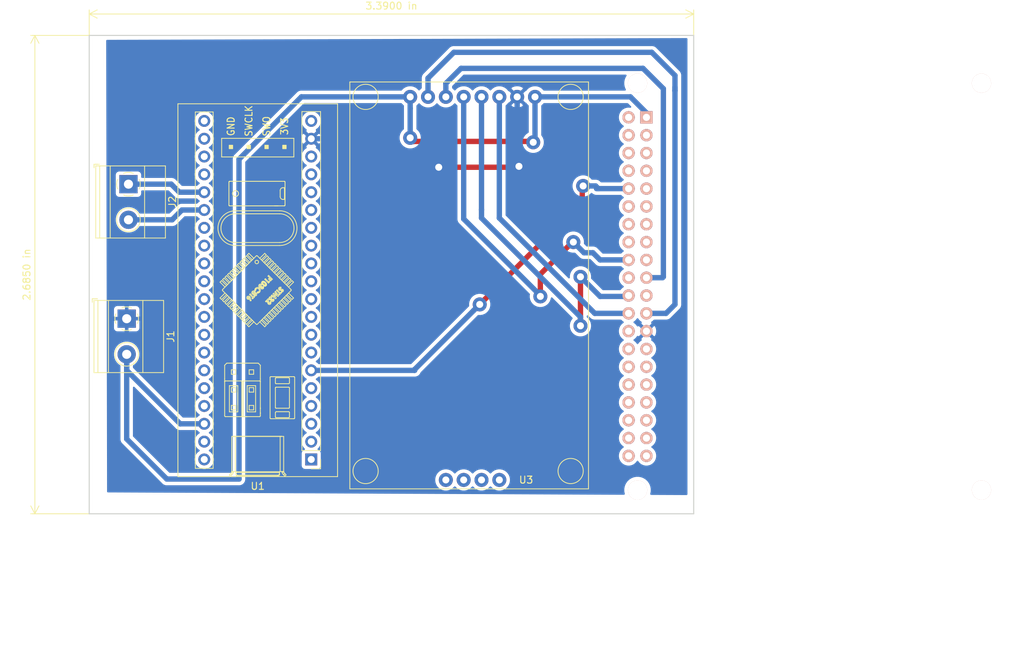
<source format=kicad_pcb>
(kicad_pcb (version 20171130) (host pcbnew "(5.1.9)-1")

  (general
    (thickness 1.6)
    (drawings 6)
    (tracks 92)
    (zones 0)
    (modules 5)
    (nets 82)
  )

  (page A4)
  (title_block
    (title "Energy Meter PCB Layout")
    (date 2021-03-18)
    (rev V1.0)
    (comment 1 "designed By: Mazen Osama Faoruk")
    (comment 2 "Made for: ITI graduation Project")
  )

  (layers
    (0 F.Cu signal)
    (31 B.Cu signal)
    (32 B.Adhes user)
    (33 F.Adhes user)
    (34 B.Paste user)
    (35 F.Paste user)
    (36 B.SilkS user)
    (37 F.SilkS user)
    (38 B.Mask user)
    (39 F.Mask user)
    (40 Dwgs.User user hide)
    (41 Cmts.User user)
    (42 Eco1.User user)
    (43 Eco2.User user)
    (44 Edge.Cuts user)
    (45 Margin user)
    (46 B.CrtYd user)
    (47 F.CrtYd user)
    (48 B.Fab user)
    (49 F.Fab user)
  )

  (setup
    (last_trace_width 0.762)
    (user_trace_width 0.381)
    (user_trace_width 0.762)
    (trace_clearance 0.2)
    (zone_clearance 0.508)
    (zone_45_only no)
    (trace_min 0.2)
    (via_size 0.8)
    (via_drill 0.4)
    (via_min_size 0.4)
    (via_min_drill 0.3)
    (user_via 2 1)
    (uvia_size 0.3)
    (uvia_drill 0.1)
    (uvias_allowed no)
    (uvia_min_size 0.2)
    (uvia_min_drill 0.1)
    (edge_width 0.05)
    (segment_width 0.2)
    (pcb_text_width 0.3)
    (pcb_text_size 1.5 1.5)
    (mod_edge_width 0.12)
    (mod_text_size 1 1)
    (mod_text_width 0.15)
    (pad_size 1.524 1.524)
    (pad_drill 0.762)
    (pad_to_mask_clearance 0)
    (aux_axis_origin 0 0)
    (visible_elements FFFFFF7F)
    (pcbplotparams
      (layerselection 0x010fc_ffffffff)
      (usegerberextensions false)
      (usegerberattributes true)
      (usegerberadvancedattributes true)
      (creategerberjobfile true)
      (excludeedgelayer true)
      (linewidth 0.100000)
      (plotframeref false)
      (viasonmask false)
      (mode 1)
      (useauxorigin false)
      (hpglpennumber 1)
      (hpglpenspeed 20)
      (hpglpendiameter 15.000000)
      (psnegative false)
      (psa4output false)
      (plotreference true)
      (plotvalue true)
      (plotinvisibletext false)
      (padsonsilk false)
      (subtractmaskfromsilk false)
      (outputformat 1)
      (mirror false)
      (drillshape 1)
      (scaleselection 1)
      (outputdirectory ""))
  )

  (net 0 "")
  (net 1 +3V3)
  (net 2 GNDREF)
  (net 3 VOLTAGE_SENSOR)
  (net 4 CURRENT_SENSOR)
  (net 5 "Net-(U1-Pad40)")
  (net 6 "Net-(U1-Pad1)")
  (net 7 "Net-(U1-Pad39)")
  (net 8 "Net-(U1-Pad2)")
  (net 9 "Net-(U1-Pad3)")
  (net 10 "Net-(U1-Pad37)")
  (net 11 "Net-(U1-Pad4)")
  (net 12 "Net-(U1-Pad36)")
  (net 13 "Net-(U1-Pad5)")
  (net 14 "Net-(U1-Pad35)")
  (net 15 RPi_UART_RX)
  (net 16 "Net-(U1-Pad34)")
  (net 17 "Net-(U1-Pad7)")
  (net 18 "Net-(U1-Pad33)")
  (net 19 "Net-(U1-Pad8)")
  (net 20 "Net-(U1-Pad32)")
  (net 21 "Net-(U1-Pad9)")
  (net 22 "Net-(U1-Pad31)")
  (net 23 "Net-(U1-Pad10)")
  (net 24 "Net-(U1-Pad30)")
  (net 25 "Net-(U1-Pad11)")
  (net 26 "Net-(U1-Pad29)")
  (net 27 "Net-(U1-Pad12)")
  (net 28 "Net-(U1-Pad28)")
  (net 29 "Net-(U1-Pad13)")
  (net 30 "Net-(U1-Pad27)")
  (net 31 "Net-(U1-Pad14)")
  (net 32 "Net-(U1-Pad15)")
  (net 33 "Net-(U1-Pad16)")
  (net 34 "Net-(U1-Pad24)")
  (net 35 "Net-(U1-Pad17)")
  (net 36 "Net-(U1-Pad23)")
  (net 37 "Net-(U1-Pad18)")
  (net 38 "Net-(U1-Pad22)")
  (net 39 "Net-(U1-Pad21)")
  (net 40 "Net-(U1-Pad20)")
  (net 41 DISP_SCK)
  (net 42 DISP_SDA)
  (net 43 DISP_CS)
  (net 44 "Net-(U3-Pad9)")
  (net 45 DISP_RST)
  (net 46 DISP_A0)
  (net 47 "Net-(U3-Pad10)")
  (net 48 "Net-(U3-Pad11)")
  (net 49 "Net-(U3-Pad12)")
  (net 50 "Net-(RP1-Pad27)")
  (net 51 "Net-(RP1-Pad28)")
  (net 52 "Net-(RP1-Pad29)")
  (net 53 "Net-(RP1-Pad30)")
  (net 54 "Net-(RP1-Pad2)")
  (net 55 "Net-(RP1-Pad3)")
  (net 56 "Net-(RP1-Pad4)")
  (net 57 "Net-(RP1-Pad5)")
  (net 58 "Net-(RP1-Pad6)")
  (net 59 "Net-(RP1-Pad7)")
  (net 60 "Net-(RP1-Pad8)")
  (net 61 "Net-(RP1-Pad9)")
  (net 62 "Net-(RP1-Pad11)")
  (net 63 "Net-(RP1-Pad12)")
  (net 64 "Net-(RP1-Pad13)")
  (net 65 "Net-(RP1-Pad14)")
  (net 66 "Net-(RP1-Pad15)")
  (net 67 "Net-(RP1-Pad16)")
  (net 68 "Net-(RP1-Pad17)")
  (net 69 "Net-(RP1-Pad20)")
  (net 70 "Net-(RP1-Pad21)")
  (net 71 "Net-(RP1-Pad26)")
  (net 72 "Net-(RP1-Pad32)")
  (net 73 "Net-(RP1-Pad31)")
  (net 74 "Net-(RP1-Pad34)")
  (net 75 "Net-(RP1-Pad33)")
  (net 76 "Net-(RP1-Pad36)")
  (net 77 "Net-(RP1-Pad35)")
  (net 78 "Net-(RP1-Pad38)")
  (net 79 "Net-(RP1-Pad37)")
  (net 80 "Net-(RP1-Pad40)")
  (net 81 "Net-(RP1-Pad39)")

  (net_class Default "This is the default net class."
    (clearance 0.2)
    (trace_width 0.25)
    (via_dia 0.8)
    (via_drill 0.4)
    (uvia_dia 0.3)
    (uvia_drill 0.1)
    (add_net +3V3)
    (add_net CURRENT_SENSOR)
    (add_net DISP_A0)
    (add_net DISP_CS)
    (add_net DISP_RST)
    (add_net DISP_SCK)
    (add_net DISP_SDA)
    (add_net GNDREF)
    (add_net "Net-(RP1-Pad11)")
    (add_net "Net-(RP1-Pad12)")
    (add_net "Net-(RP1-Pad13)")
    (add_net "Net-(RP1-Pad14)")
    (add_net "Net-(RP1-Pad15)")
    (add_net "Net-(RP1-Pad16)")
    (add_net "Net-(RP1-Pad17)")
    (add_net "Net-(RP1-Pad2)")
    (add_net "Net-(RP1-Pad20)")
    (add_net "Net-(RP1-Pad21)")
    (add_net "Net-(RP1-Pad26)")
    (add_net "Net-(RP1-Pad27)")
    (add_net "Net-(RP1-Pad28)")
    (add_net "Net-(RP1-Pad29)")
    (add_net "Net-(RP1-Pad3)")
    (add_net "Net-(RP1-Pad30)")
    (add_net "Net-(RP1-Pad31)")
    (add_net "Net-(RP1-Pad32)")
    (add_net "Net-(RP1-Pad33)")
    (add_net "Net-(RP1-Pad34)")
    (add_net "Net-(RP1-Pad35)")
    (add_net "Net-(RP1-Pad36)")
    (add_net "Net-(RP1-Pad37)")
    (add_net "Net-(RP1-Pad38)")
    (add_net "Net-(RP1-Pad39)")
    (add_net "Net-(RP1-Pad4)")
    (add_net "Net-(RP1-Pad40)")
    (add_net "Net-(RP1-Pad5)")
    (add_net "Net-(RP1-Pad6)")
    (add_net "Net-(RP1-Pad7)")
    (add_net "Net-(RP1-Pad8)")
    (add_net "Net-(RP1-Pad9)")
    (add_net "Net-(U1-Pad1)")
    (add_net "Net-(U1-Pad10)")
    (add_net "Net-(U1-Pad11)")
    (add_net "Net-(U1-Pad12)")
    (add_net "Net-(U1-Pad13)")
    (add_net "Net-(U1-Pad14)")
    (add_net "Net-(U1-Pad15)")
    (add_net "Net-(U1-Pad16)")
    (add_net "Net-(U1-Pad17)")
    (add_net "Net-(U1-Pad18)")
    (add_net "Net-(U1-Pad2)")
    (add_net "Net-(U1-Pad20)")
    (add_net "Net-(U1-Pad21)")
    (add_net "Net-(U1-Pad22)")
    (add_net "Net-(U1-Pad23)")
    (add_net "Net-(U1-Pad24)")
    (add_net "Net-(U1-Pad27)")
    (add_net "Net-(U1-Pad28)")
    (add_net "Net-(U1-Pad29)")
    (add_net "Net-(U1-Pad3)")
    (add_net "Net-(U1-Pad30)")
    (add_net "Net-(U1-Pad31)")
    (add_net "Net-(U1-Pad32)")
    (add_net "Net-(U1-Pad33)")
    (add_net "Net-(U1-Pad34)")
    (add_net "Net-(U1-Pad35)")
    (add_net "Net-(U1-Pad36)")
    (add_net "Net-(U1-Pad37)")
    (add_net "Net-(U1-Pad39)")
    (add_net "Net-(U1-Pad4)")
    (add_net "Net-(U1-Pad40)")
    (add_net "Net-(U1-Pad5)")
    (add_net "Net-(U1-Pad7)")
    (add_net "Net-(U1-Pad8)")
    (add_net "Net-(U1-Pad9)")
    (add_net "Net-(U3-Pad10)")
    (add_net "Net-(U3-Pad11)")
    (add_net "Net-(U3-Pad12)")
    (add_net "Net-(U3-Pad9)")
    (add_net RPi_UART_RX)
    (add_net VOLTAGE_SENSOR)
  )

  (module TFT_ST7735_footprint:ST7735_TFT_DISP (layer F.Cu) (tedit 605356B5) (tstamp 6054879D)
    (at 205.74 93.726 180)
    (path /6054C1C8)
    (fp_text reference U3 (at -7.62 -26.67) (layer F.SilkS)
      (effects (font (size 1 1) (thickness 0.15)))
    )
    (fp_text value TFT_ST7735_symbol (at 0 -22.86) (layer F.Fab)
      (effects (font (size 1 1) (thickness 0.15)))
    )
    (fp_line (start -16.51 -27.94) (end -16.51 30.06) (layer F.SilkS) (width 0.12))
    (fp_line (start -16.51 -27.94) (end 17.49 -27.94) (layer F.SilkS) (width 0.12))
    (fp_line (start 17.49 -27.94) (end 17.49 30.06) (layer F.SilkS) (width 0.12))
    (fp_line (start 17.49 30.06) (end -16.51 30.06) (layer F.SilkS) (width 0.12))
    (fp_poly (pts (xy 16.51 24.13) (xy -15.24 24.13) (xy -15.24 -21.59) (xy 16.51 -21.59)) (layer Dwgs.User) (width 0.1))
    (fp_circle (center -13.97 -25.4) (end -12.173949 -25.4) (layer F.SilkS) (width 0.12))
    (fp_circle (center 15.24 -25.4) (end 17.036051 -25.4) (layer F.SilkS) (width 0.12))
    (fp_circle (center -13.97 27.94) (end -12.173949 27.94) (layer F.SilkS) (width 0.12))
    (fp_circle (center 15.24 27.94) (end 17.036051 27.94) (layer F.SilkS) (width 0.12))
    (pad 9 thru_hole circle (at -3.81 -26.67 180) (size 2 2) (drill 1) (layers *.Cu *.Mask)
      (net 44 "Net-(U3-Pad9)"))
    (pad 3 thru_hole circle (at -3.81 27.94 180) (size 2 2) (drill 1) (layers *.Cu *.Mask)
      (net 43 DISP_CS))
    (pad 2 thru_hole circle (at -6.35 27.94 180) (size 2 2) (drill 1) (layers *.Cu *.Mask)
      (net 2 GNDREF))
    (pad 1 thru_hole circle (at -8.89 27.94 180) (size 2 2) (drill 1) (layers *.Cu *.Mask)
      (net 1 +3V3))
    (pad 4 thru_hole circle (at -1.27 27.94 180) (size 2 2) (drill 1) (layers *.Cu *.Mask)
      (net 45 DISP_RST))
    (pad 5 thru_hole circle (at 1.27 27.94 180) (size 2 2) (drill 1) (layers *.Cu *.Mask)
      (net 46 DISP_A0))
    (pad 6 thru_hole circle (at 3.81 27.94 180) (size 2 2) (drill 1) (layers *.Cu *.Mask)
      (net 42 DISP_SDA))
    (pad 7 thru_hole circle (at 6.35 27.94 180) (size 2 2) (drill 1) (layers *.Cu *.Mask)
      (net 41 DISP_SCK))
    (pad 8 thru_hole circle (at 8.89 27.94 180) (size 2 2) (drill 1) (layers *.Cu *.Mask)
      (net 1 +3V3))
    (pad 10 thru_hole circle (at -1.27 -26.67 180) (size 2 2) (drill 1) (layers *.Cu *.Mask)
      (net 47 "Net-(U3-Pad10)"))
    (pad 11 thru_hole circle (at 1.27 -26.67 180) (size 2 2) (drill 1) (layers *.Cu *.Mask)
      (net 48 "Net-(U3-Pad11)"))
    (pad 12 thru_hole circle (at 3.81 -26.67 180) (size 2 2) (drill 1) (layers *.Cu *.Mask)
      (net 49 "Net-(U3-Pad12)"))
  )

  (module Raspberry-Pi-3-library-for-kicad-master:raspberrypi2 (layer B.Cu) (tedit 5C5E3E20) (tstamp 60545271)
    (at 229.235 92.837 270)
    (descr "RaspberryPi 2")
    (tags CONN)
    (path /605AFFA9)
    (fp_text reference RP1 (at 0 8.9 270) (layer B.Fab)
      (effects (font (size 2 2) (thickness 0.25)) (justify mirror))
    )
    (fp_text value Raspberry_Pi_2_3 (at 0.1 5.7 270) (layer B.Fab)
      (effects (font (size 2 2) (thickness 0.25)) (justify mirror))
    )
    (fp_arc (start 49.5 0.5) (end 49.5 3.5) (angle -90) (layer B.Fab) (width 0.15))
    (fp_arc (start 49.5 -49.5) (end 52.5 -49.5) (angle -90) (layer B.Fab) (width 0.15))
    (fp_arc (start -29 -49) (end -29 -52.5) (angle -90) (layer B.Fab) (width 0.15))
    (fp_arc (start -29 0) (end -32.5 0) (angle -90) (layer B.Fab) (width 0.15))
    (fp_line (start 25.39492 -2.54) (end 25.39492 2.54) (layer B.Fab) (width 0.15))
    (fp_line (start -25.4 2.54) (end -25.4 -2.54) (layer B.Fab) (width 0.15))
    (fp_line (start 25.4 -2.54) (end -25.4 -2.54) (layer B.Fab) (width 0.15))
    (fp_line (start -25.4 2.54) (end 25.4 2.54) (layer B.Fab) (width 0.15))
    (fp_line (start -29 -52.5) (end 49.5 -52.5) (layer B.Fab) (width 0.15))
    (fp_line (start 52.5 -49.5) (end 52.5 0.5) (layer B.Fab) (width 0.15))
    (fp_line (start 49.5 3.5) (end -29 3.5) (layer B.Fab) (width 0.15))
    (fp_line (start -32.5 -49) (end -32.5 0) (layer B.Fab) (width 0.15))
    (fp_line (start 37.5 1) (end 54.6 1) (layer F.CrtYd) (width 0.15))
    (fp_line (start 54.6 -12.1) (end 54.6 1) (layer F.CrtYd) (width 0.15))
    (fp_line (start 37.5 1) (end 37.5 -12.1) (layer F.CrtYd) (width 0.15))
    (fp_line (start 54.6 -12.1) (end 37.5 -12.1) (layer F.CrtYd) (width 0.15))
    (fp_line (start 54.6 -30.1) (end 54.6 -17) (layer F.CrtYd) (width 0.15))
    (fp_line (start 54.6 -30.1) (end 37.5 -30.1) (layer F.CrtYd) (width 0.15))
    (fp_line (start 37.5 -30.1) (end 37.5 -17) (layer F.CrtYd) (width 0.15))
    (fp_line (start 37.5 -17) (end 54.6 -17) (layer F.CrtYd) (width 0.15))
    (fp_line (start 33.6 -34.3) (end 54.6 -34.3) (layer F.CrtYd) (width 0.15))
    (fp_line (start 54.6 -50.2) (end 33.6 -50.2) (layer F.CrtYd) (width 0.15))
    (fp_line (start 33.6 -50.2) (end 33.6 -34.3) (layer F.CrtYd) (width 0.15))
    (fp_line (start 54.6 -50.2) (end 54.6 -34.3) (layer F.CrtYd) (width 0.15))
    (fp_line (start -17.9 -16.4) (end -17.9 -31) (layer F.CrtYd) (width 0.15))
    (fp_line (start -17.9 -31) (end -32.5 -31) (layer F.CrtYd) (width 0.15))
    (fp_line (start -17.9 -16.4) (end -32.5 -16.4) (layer F.CrtYd) (width 0.15))
    (fp_line (start 24 -55) (end 24 -37) (layer F.CrtYd) (width 0.15))
    (fp_line (start 24 -37) (end 18 -37) (layer F.CrtYd) (width 0.15))
    (fp_line (start 18 -37) (end 18 -55) (layer F.CrtYd) (width 0.15))
    (fp_line (start 18 -55) (end 24 -55) (layer F.CrtYd) (width 0.15))
    (fp_line (start 7 -52.5) (end 7 -41.8) (layer F.CrtYd) (width 0.15))
    (fp_line (start -8 -41.8) (end 7 -41.8) (layer F.CrtYd) (width 0.15))
    (fp_line (start -8 -41.8) (end -8 -52.5) (layer F.CrtYd) (width 0.15))
    (fp_line (start -25.7 -52.5) (end -25.7 -47.5) (layer F.CrtYd) (width 0.15))
    (fp_line (start -18.2 -52.5) (end -18.2 -47.5) (layer F.CrtYd) (width 0.15))
    (fp_line (start -18.2 -47.5) (end -25.7 -47.5) (layer F.CrtYd) (width 0.15))
    (fp_line (start 7 -52.5) (end -8 -52.5) (layer F.CrtYd) (width 0.15))
    (fp_line (start -18.2 -52.5) (end -25.7 -52.5) (layer F.CrtYd) (width 0.15))
    (fp_line (start -32.5 -16.4) (end -32.5 -31) (layer F.CrtYd) (width 0.15))
    (pad 27 thru_hole circle (at 8.89 -1.27 270) (size 1.75 1.75) (drill 1.016) (layers *.Cu *.Mask B.SilkS)
      (net 50 "Net-(RP1-Pad27)"))
    (pad 28 thru_hole circle (at 8.89 1.27 270) (size 1.75 1.75) (drill 1.016) (layers *.Cu *.Mask B.SilkS)
      (net 51 "Net-(RP1-Pad28)"))
    (pad 29 thru_hole circle (at 11.43 -1.27 270) (size 1.75 1.75) (drill 1.016) (layers *.Cu *.Mask B.SilkS)
      (net 52 "Net-(RP1-Pad29)"))
    (pad 30 thru_hole circle (at 11.43 1.27 270) (size 1.75 1.75) (drill 1.016) (layers *.Cu *.Mask B.SilkS)
      (net 53 "Net-(RP1-Pad30)"))
    (pad 24 thru_hole circle (at 3.81 1.27 270) (size 1.75 1.75) (drill 1.016) (layers *.Cu *.Mask B.SilkS)
      (net 43 DISP_CS))
    (pad 23 thru_hole circle (at 3.81 -1.27 270) (size 1.75 1.75) (drill 1.016) (layers *.Cu *.Mask B.SilkS)
      (net 41 DISP_SCK))
    (pad 1 thru_hole rect (at -24.13 -1.27 270) (size 1.75 1.75) (drill 1.016) (layers *.Cu *.Mask B.SilkS)
      (net 1 +3V3))
    (pad 2 thru_hole circle (at -24.13 1.27 270) (size 1.75 1.75) (drill 1.016) (layers *.Cu *.Mask B.SilkS)
      (net 54 "Net-(RP1-Pad2)"))
    (pad 3 thru_hole circle (at -21.59 -1.27 270) (size 1.75 1.75) (drill 1.016) (layers *.Cu *.Mask B.SilkS)
      (net 55 "Net-(RP1-Pad3)"))
    (pad 4 thru_hole circle (at -21.59 1.27 270) (size 1.75 1.75) (drill 1.016) (layers *.Cu *.Mask B.SilkS)
      (net 56 "Net-(RP1-Pad4)"))
    (pad 5 thru_hole circle (at -19.05 -1.27 270) (size 1.75 1.75) (drill 1.016) (layers *.Cu *.Mask B.SilkS)
      (net 57 "Net-(RP1-Pad5)"))
    (pad 6 thru_hole circle (at -19.05 1.27 270) (size 1.75 1.75) (drill 1.016) (layers *.Cu *.Mask B.SilkS)
      (net 58 "Net-(RP1-Pad6)"))
    (pad 7 thru_hole circle (at -16.51 -1.27 270) (size 1.75 1.75) (drill 1.016) (layers *.Cu *.Mask B.SilkS)
      (net 59 "Net-(RP1-Pad7)"))
    (pad 8 thru_hole circle (at -16.51 1.27 270) (size 1.75 1.75) (drill 1.016) (layers *.Cu *.Mask B.SilkS)
      (net 60 "Net-(RP1-Pad8)"))
    (pad 9 thru_hole circle (at -13.97 -1.27 270) (size 1.75 1.75) (drill 1.016) (layers *.Cu *.Mask B.SilkS)
      (net 61 "Net-(RP1-Pad9)"))
    (pad 10 thru_hole circle (at -13.97 1.27 270) (size 1.75 1.75) (drill 1.016) (layers *.Cu *.Mask B.SilkS)
      (net 15 RPi_UART_RX))
    (pad 11 thru_hole circle (at -11.43 -1.27 270) (size 1.75 1.75) (drill 1.016) (layers *.Cu *.Mask B.SilkS)
      (net 62 "Net-(RP1-Pad11)"))
    (pad 12 thru_hole circle (at -11.43 1.27 270) (size 1.75 1.75) (drill 1.016) (layers *.Cu *.Mask B.SilkS)
      (net 63 "Net-(RP1-Pad12)"))
    (pad 13 thru_hole circle (at -8.89 -1.27 270) (size 1.75 1.75) (drill 1.016) (layers *.Cu *.Mask B.SilkS)
      (net 64 "Net-(RP1-Pad13)"))
    (pad 14 thru_hole circle (at -8.89 1.27 270) (size 1.75 1.75) (drill 1.016) (layers *.Cu *.Mask B.SilkS)
      (net 65 "Net-(RP1-Pad14)"))
    (pad 15 thru_hole circle (at -6.35 -1.27 270) (size 1.75 1.75) (drill 1.016) (layers *.Cu *.Mask B.SilkS)
      (net 66 "Net-(RP1-Pad15)"))
    (pad 16 thru_hole circle (at -6.35 1.27 270) (size 1.75 1.75) (drill 1.016) (layers *.Cu *.Mask B.SilkS)
      (net 67 "Net-(RP1-Pad16)"))
    (pad 17 thru_hole circle (at -3.81 -1.27 270) (size 1.75 1.75) (drill 1.016) (layers *.Cu *.Mask B.SilkS)
      (net 68 "Net-(RP1-Pad17)"))
    (pad 18 thru_hole circle (at -3.81 1.27 270) (size 1.75 1.75) (drill 1.016) (layers *.Cu *.Mask B.SilkS)
      (net 46 DISP_A0))
    (pad 19 thru_hole circle (at -1.27 -1.27 270) (size 1.75 1.75) (drill 1.016) (layers *.Cu *.Mask B.SilkS)
      (net 42 DISP_SDA))
    (pad 20 thru_hole circle (at -1.27 1.27 270) (size 1.75 1.75) (drill 1.016) (layers *.Cu *.Mask B.SilkS)
      (net 69 "Net-(RP1-Pad20)"))
    (pad 21 thru_hole circle (at 1.27 -1.27 270) (size 1.75 1.75) (drill 1.016) (layers *.Cu *.Mask B.SilkS)
      (net 70 "Net-(RP1-Pad21)"))
    (pad 22 thru_hole circle (at 1.27 1.27 270) (size 1.75 1.75) (drill 1.016) (layers *.Cu *.Mask B.SilkS)
      (net 45 DISP_RST))
    (pad 25 thru_hole circle (at 6.35 -1.27 270) (size 1.75 1.75) (drill 1.016) (layers *.Cu *.Mask B.SilkS)
      (net 2 GNDREF))
    (pad 26 thru_hole circle (at 6.35 1.27 270) (size 1.75 1.75) (drill 1.016) (layers *.Cu *.Mask B.SilkS)
      (net 71 "Net-(RP1-Pad26)"))
    (pad 32 thru_hole circle (at 13.97 1.27 270) (size 1.75 1.75) (drill 1.016) (layers *.Cu *.Mask B.SilkS)
      (net 72 "Net-(RP1-Pad32)"))
    (pad 31 thru_hole circle (at 13.97 -1.27 270) (size 1.75 1.75) (drill 1.016) (layers *.Cu *.Mask B.SilkS)
      (net 73 "Net-(RP1-Pad31)"))
    (pad 34 thru_hole circle (at 16.51 1.27 270) (size 1.75 1.75) (drill 1.016) (layers *.Cu *.Mask B.SilkS)
      (net 74 "Net-(RP1-Pad34)"))
    (pad 33 thru_hole circle (at 16.51 -1.27 270) (size 1.75 1.75) (drill 1.016) (layers *.Cu *.Mask B.SilkS)
      (net 75 "Net-(RP1-Pad33)"))
    (pad 36 thru_hole circle (at 19.05 1.27 270) (size 1.75 1.75) (drill 1.016) (layers *.Cu *.Mask B.SilkS)
      (net 76 "Net-(RP1-Pad36)"))
    (pad 35 thru_hole circle (at 19.05 -1.27 270) (size 1.75 1.75) (drill 1.016) (layers *.Cu *.Mask B.SilkS)
      (net 77 "Net-(RP1-Pad35)"))
    (pad 38 thru_hole circle (at 21.59 1.27 270) (size 1.75 1.75) (drill 1.016) (layers *.Cu *.Mask B.SilkS)
      (net 78 "Net-(RP1-Pad38)"))
    (pad 37 thru_hole circle (at 21.59 -1.27 270) (size 1.75 1.75) (drill 1.016) (layers *.Cu *.Mask B.SilkS)
      (net 79 "Net-(RP1-Pad37)"))
    (pad 40 thru_hole circle (at 24.13 1.27 270) (size 1.75 1.75) (drill 1.016) (layers *.Cu *.Mask B.SilkS)
      (net 80 "Net-(RP1-Pad40)"))
    (pad 39 thru_hole circle (at 24.13 -1.27 270) (size 1.75 1.75) (drill 1.016) (layers *.Cu *.Mask B.SilkS)
      (net 81 "Net-(RP1-Pad39)"))
    (pad "" np_thru_hole circle (at -29 0 270) (size 2.75 2.75) (drill 2.75) (layers *.Cu *.Mask B.SilkS))
    (pad "" np_thru_hole circle (at 29 0 270) (size 2.75 2.75) (drill 2.75) (layers *.Cu *.Mask B.SilkS))
    (pad "" np_thru_hole circle (at -29 -49 270) (size 2.75 2.75) (drill 2.75) (layers *.Cu *.Mask B.SilkS))
    (pad "" np_thru_hole circle (at 29 -49 270) (size 2.75 2.75) (drill 2.75) (layers *.Cu *.Mask B.SilkS))
    (model unsorted/raspberryPi3b-simple.wrl
      (offset (xyz 9.905999851226808 -24.5871996307373 -18.28799972534179))
      (scale (xyz 1 1 1))
      (rotate (xyz 90 180 180))
    )
    (model Pin_Header/Pin_Header_Straight_Female_2x20_RaspPi.wrl
      (offset (xyz 0 0 -6.349999904632568))
      (scale (xyz 1 1 1))
      (rotate (xyz 90 0 90))
    )
  )

  (module TerminalBlock_Phoenix:TerminalBlock_Phoenix_MKDS-1,5-2-5.08_1x02_P5.08mm_Horizontal (layer F.Cu) (tedit 5B294EBC) (tstamp 605415DD)
    (at 156.464 97.409 270)
    (descr "Terminal Block Phoenix MKDS-1,5-2-5.08, 2 pins, pitch 5.08mm, size 10.2x9.8mm^2, drill diamater 1.3mm, pad diameter 2.6mm, see http://www.farnell.com/datasheets/100425.pdf, script-generated using https://github.com/pointhi/kicad-footprint-generator/scripts/TerminalBlock_Phoenix")
    (tags "THT Terminal Block Phoenix MKDS-1,5-2-5.08 pitch 5.08mm size 10.2x9.8mm^2 drill 1.3mm pad 2.6mm")
    (path /6054EBDC)
    (fp_text reference J1 (at 2.54 -6.26 90) (layer F.SilkS)
      (effects (font (size 1 1) (thickness 0.15)))
    )
    (fp_text value Screw_Terminal_01x02 (at 2.54 5.66 90) (layer F.Fab)
      (effects (font (size 1 1) (thickness 0.15)))
    )
    (fp_text user %R (at 2.54 3.2 90) (layer F.Fab)
      (effects (font (size 1 1) (thickness 0.15)))
    )
    (fp_arc (start 0 0) (end -0.684 1.535) (angle -25) (layer F.SilkS) (width 0.12))
    (fp_arc (start 0 0) (end -1.535 -0.684) (angle -48) (layer F.SilkS) (width 0.12))
    (fp_arc (start 0 0) (end 0.684 -1.535) (angle -48) (layer F.SilkS) (width 0.12))
    (fp_arc (start 0 0) (end 1.535 0.684) (angle -48) (layer F.SilkS) (width 0.12))
    (fp_arc (start 0 0) (end 0 1.68) (angle -24) (layer F.SilkS) (width 0.12))
    (fp_circle (center 0 0) (end 1.5 0) (layer F.Fab) (width 0.1))
    (fp_circle (center 5.08 0) (end 6.58 0) (layer F.Fab) (width 0.1))
    (fp_circle (center 5.08 0) (end 6.76 0) (layer F.SilkS) (width 0.12))
    (fp_line (start -2.54 -5.2) (end 7.62 -5.2) (layer F.Fab) (width 0.1))
    (fp_line (start 7.62 -5.2) (end 7.62 4.6) (layer F.Fab) (width 0.1))
    (fp_line (start 7.62 4.6) (end -2.04 4.6) (layer F.Fab) (width 0.1))
    (fp_line (start -2.04 4.6) (end -2.54 4.1) (layer F.Fab) (width 0.1))
    (fp_line (start -2.54 4.1) (end -2.54 -5.2) (layer F.Fab) (width 0.1))
    (fp_line (start -2.54 4.1) (end 7.62 4.1) (layer F.Fab) (width 0.1))
    (fp_line (start -2.6 4.1) (end 7.68 4.1) (layer F.SilkS) (width 0.12))
    (fp_line (start -2.54 2.6) (end 7.62 2.6) (layer F.Fab) (width 0.1))
    (fp_line (start -2.6 2.6) (end 7.68 2.6) (layer F.SilkS) (width 0.12))
    (fp_line (start -2.54 -2.3) (end 7.62 -2.3) (layer F.Fab) (width 0.1))
    (fp_line (start -2.6 -2.301) (end 7.68 -2.301) (layer F.SilkS) (width 0.12))
    (fp_line (start -2.6 -5.261) (end 7.68 -5.261) (layer F.SilkS) (width 0.12))
    (fp_line (start -2.6 4.66) (end 7.68 4.66) (layer F.SilkS) (width 0.12))
    (fp_line (start -2.6 -5.261) (end -2.6 4.66) (layer F.SilkS) (width 0.12))
    (fp_line (start 7.68 -5.261) (end 7.68 4.66) (layer F.SilkS) (width 0.12))
    (fp_line (start 1.138 -0.955) (end -0.955 1.138) (layer F.Fab) (width 0.1))
    (fp_line (start 0.955 -1.138) (end -1.138 0.955) (layer F.Fab) (width 0.1))
    (fp_line (start 6.218 -0.955) (end 4.126 1.138) (layer F.Fab) (width 0.1))
    (fp_line (start 6.035 -1.138) (end 3.943 0.955) (layer F.Fab) (width 0.1))
    (fp_line (start 6.355 -1.069) (end 6.308 -1.023) (layer F.SilkS) (width 0.12))
    (fp_line (start 4.046 1.239) (end 4.011 1.274) (layer F.SilkS) (width 0.12))
    (fp_line (start 6.15 -1.275) (end 6.115 -1.239) (layer F.SilkS) (width 0.12))
    (fp_line (start 3.853 1.023) (end 3.806 1.069) (layer F.SilkS) (width 0.12))
    (fp_line (start -2.84 4.16) (end -2.84 4.9) (layer F.SilkS) (width 0.12))
    (fp_line (start -2.84 4.9) (end -2.34 4.9) (layer F.SilkS) (width 0.12))
    (fp_line (start -3.04 -5.71) (end -3.04 5.1) (layer F.CrtYd) (width 0.05))
    (fp_line (start -3.04 5.1) (end 8.13 5.1) (layer F.CrtYd) (width 0.05))
    (fp_line (start 8.13 5.1) (end 8.13 -5.71) (layer F.CrtYd) (width 0.05))
    (fp_line (start 8.13 -5.71) (end -3.04 -5.71) (layer F.CrtYd) (width 0.05))
    (pad 2 thru_hole circle (at 5.08 0 270) (size 2.6 2.6) (drill 1.3) (layers *.Cu *.Mask)
      (net 1 +3V3))
    (pad 1 thru_hole rect (at 0 0 270) (size 2.6 2.6) (drill 1.3) (layers *.Cu *.Mask)
      (net 2 GNDREF))
    (model ${KISYS3DMOD}/TerminalBlock_Phoenix.3dshapes/TerminalBlock_Phoenix_MKDS-1,5-2-5.08_1x02_P5.08mm_Horizontal.wrl
      (at (xyz 0 0 0))
      (scale (xyz 1 1 1))
      (rotate (xyz 0 0 0))
    )
  )

  (module TerminalBlock_Phoenix:TerminalBlock_Phoenix_MKDS-1,5-2-5.08_1x02_P5.08mm_Horizontal (layer F.Cu) (tedit 5B294EBC) (tstamp 60541609)
    (at 156.718 78.232 270)
    (descr "Terminal Block Phoenix MKDS-1,5-2-5.08, 2 pins, pitch 5.08mm, size 10.2x9.8mm^2, drill diamater 1.3mm, pad diameter 2.6mm, see http://www.farnell.com/datasheets/100425.pdf, script-generated using https://github.com/pointhi/kicad-footprint-generator/scripts/TerminalBlock_Phoenix")
    (tags "THT Terminal Block Phoenix MKDS-1,5-2-5.08 pitch 5.08mm size 10.2x9.8mm^2 drill 1.3mm pad 2.6mm")
    (path /6054E954)
    (fp_text reference J2 (at 2.54 -6.26 90) (layer F.SilkS)
      (effects (font (size 1 1) (thickness 0.15)))
    )
    (fp_text value Screw_Terminal_01x02 (at 2.54 5.66 90) (layer F.Fab)
      (effects (font (size 1 1) (thickness 0.15)))
    )
    (fp_line (start 8.13 -5.71) (end -3.04 -5.71) (layer F.CrtYd) (width 0.05))
    (fp_line (start 8.13 5.1) (end 8.13 -5.71) (layer F.CrtYd) (width 0.05))
    (fp_line (start -3.04 5.1) (end 8.13 5.1) (layer F.CrtYd) (width 0.05))
    (fp_line (start -3.04 -5.71) (end -3.04 5.1) (layer F.CrtYd) (width 0.05))
    (fp_line (start -2.84 4.9) (end -2.34 4.9) (layer F.SilkS) (width 0.12))
    (fp_line (start -2.84 4.16) (end -2.84 4.9) (layer F.SilkS) (width 0.12))
    (fp_line (start 3.853 1.023) (end 3.806 1.069) (layer F.SilkS) (width 0.12))
    (fp_line (start 6.15 -1.275) (end 6.115 -1.239) (layer F.SilkS) (width 0.12))
    (fp_line (start 4.046 1.239) (end 4.011 1.274) (layer F.SilkS) (width 0.12))
    (fp_line (start 6.355 -1.069) (end 6.308 -1.023) (layer F.SilkS) (width 0.12))
    (fp_line (start 6.035 -1.138) (end 3.943 0.955) (layer F.Fab) (width 0.1))
    (fp_line (start 6.218 -0.955) (end 4.126 1.138) (layer F.Fab) (width 0.1))
    (fp_line (start 0.955 -1.138) (end -1.138 0.955) (layer F.Fab) (width 0.1))
    (fp_line (start 1.138 -0.955) (end -0.955 1.138) (layer F.Fab) (width 0.1))
    (fp_line (start 7.68 -5.261) (end 7.68 4.66) (layer F.SilkS) (width 0.12))
    (fp_line (start -2.6 -5.261) (end -2.6 4.66) (layer F.SilkS) (width 0.12))
    (fp_line (start -2.6 4.66) (end 7.68 4.66) (layer F.SilkS) (width 0.12))
    (fp_line (start -2.6 -5.261) (end 7.68 -5.261) (layer F.SilkS) (width 0.12))
    (fp_line (start -2.6 -2.301) (end 7.68 -2.301) (layer F.SilkS) (width 0.12))
    (fp_line (start -2.54 -2.3) (end 7.62 -2.3) (layer F.Fab) (width 0.1))
    (fp_line (start -2.6 2.6) (end 7.68 2.6) (layer F.SilkS) (width 0.12))
    (fp_line (start -2.54 2.6) (end 7.62 2.6) (layer F.Fab) (width 0.1))
    (fp_line (start -2.6 4.1) (end 7.68 4.1) (layer F.SilkS) (width 0.12))
    (fp_line (start -2.54 4.1) (end 7.62 4.1) (layer F.Fab) (width 0.1))
    (fp_line (start -2.54 4.1) (end -2.54 -5.2) (layer F.Fab) (width 0.1))
    (fp_line (start -2.04 4.6) (end -2.54 4.1) (layer F.Fab) (width 0.1))
    (fp_line (start 7.62 4.6) (end -2.04 4.6) (layer F.Fab) (width 0.1))
    (fp_line (start 7.62 -5.2) (end 7.62 4.6) (layer F.Fab) (width 0.1))
    (fp_line (start -2.54 -5.2) (end 7.62 -5.2) (layer F.Fab) (width 0.1))
    (fp_circle (center 5.08 0) (end 6.76 0) (layer F.SilkS) (width 0.12))
    (fp_circle (center 5.08 0) (end 6.58 0) (layer F.Fab) (width 0.1))
    (fp_circle (center 0 0) (end 1.5 0) (layer F.Fab) (width 0.1))
    (fp_arc (start 0 0) (end 0 1.68) (angle -24) (layer F.SilkS) (width 0.12))
    (fp_arc (start 0 0) (end 1.535 0.684) (angle -48) (layer F.SilkS) (width 0.12))
    (fp_arc (start 0 0) (end 0.684 -1.535) (angle -48) (layer F.SilkS) (width 0.12))
    (fp_arc (start 0 0) (end -1.535 -0.684) (angle -48) (layer F.SilkS) (width 0.12))
    (fp_arc (start 0 0) (end -0.684 1.535) (angle -25) (layer F.SilkS) (width 0.12))
    (fp_text user %R (at 2.54 3.2 90) (layer F.Fab)
      (effects (font (size 1 1) (thickness 0.15)))
    )
    (pad 1 thru_hole rect (at 0 0 270) (size 2.6 2.6) (drill 1.3) (layers *.Cu *.Mask)
      (net 3 VOLTAGE_SENSOR))
    (pad 2 thru_hole circle (at 5.08 0 270) (size 2.6 2.6) (drill 1.3) (layers *.Cu *.Mask)
      (net 4 CURRENT_SENSOR))
    (model ${KISYS3DMOD}/TerminalBlock_Phoenix.3dshapes/TerminalBlock_Phoenix_MKDS-1,5-2-5.08_1x02_P5.08mm_Horizontal.wrl
      (at (xyz 0 0 0))
      (scale (xyz 1 1 1))
      (rotate (xyz 0 0 0))
    )
  )

  (module STM32_BluePill:YAAJ_BluePill_1 (layer F.Cu) (tedit 5F81AE08) (tstamp 605418DD)
    (at 182.753 117.475 180)
    (descr "Through hole headers for BluePill module. No SWD breakout. Fancy silkscreen.")
    (tags "module BlluePill Blue Pill header SWD breakout")
    (path /6054606E)
    (fp_text reference U1 (at 7.62 -3.81) (layer F.SilkS)
      (effects (font (size 1 1) (thickness 0.15)))
    )
    (fp_text value YAAJ_BluePill (at 20.32 24.765 90) (layer F.Fab) hide
      (effects (font (size 1 1) (thickness 0.15)))
    )
    (fp_line (start 5.107533 6.702277) (end 5.007533 6.802277) (layer F.SilkS) (width 0.12))
    (fp_line (start 8.688449 23.04914) (end 8.558416 22.649692) (layer F.SilkS) (width 0.12))
    (fp_line (start 8.685368 22.608154) (end 8.774607 22.882243) (layer F.SilkS) (width 0.12))
    (fp_line (start 8.558416 22.649692) (end 8.685368 22.608154) (layer F.SilkS) (width 0.12))
    (fp_line (start 6.928756 24.564915) (end 6.833569 24.660102) (layer F.SilkS) (width 0.12))
    (fp_line (start 7.044341 24.925267) (end 7.139528 24.83008) (layer F.SilkS) (width 0.12))
    (fp_line (start 7.098734 24.707696) (end 7.010345 24.619308) (layer F.SilkS) (width 0.12))
    (fp_line (start 8.064207 23.171099) (end 8.349769 22.885536) (layer F.SilkS) (width 0.12))
    (fp_line (start 8.349769 22.885536) (end 8.444956 22.980724) (layer F.SilkS) (width 0.12))
    (fp_line (start 8.444956 22.980724) (end 8.349769 23.075911) (layer F.SilkS) (width 0.12))
    (fp_line (start 8.349769 23.075911) (end 8.784912 23.511054) (layer F.SilkS) (width 0.12))
    (fp_line (start 8.784912 23.511054) (end 8.689724 23.606241) (layer F.SilkS) (width 0.12))
    (fp_line (start 8.689724 23.606241) (end 8.254581 23.171099) (layer F.SilkS) (width 0.12))
    (fp_line (start 8.254581 23.171099) (end 8.159394 23.266286) (layer F.SilkS) (width 0.12))
    (fp_line (start 8.159394 23.266286) (end 8.064207 23.171099) (layer F.SilkS) (width 0.12))
    (fp_line (start 6.623127 29.381166) (end 6.410995 29.169034) (layer F.SilkS) (width 0.12))
    (fp_line (start 3.087593 22.45152) (end 2.875461 22.663652) (layer F.SilkS) (width 0.12))
    (fp_line (start 9.451554 28.815481) (end 9.239422 29.027613) (layer F.SilkS) (width 0.12))
    (fp_line (start 4.85536 20.683753) (end 4.643228 20.895885) (layer F.SilkS) (width 0.12))
    (fp_line (start 6.623127 18.915986) (end 6.410995 19.128118) (layer F.SilkS) (width 0.12))
    (fp_line (start 4.501806 27.259846) (end 4.289674 27.047714) (layer F.SilkS) (width 0.12))
    (fp_line (start 12.633534 25.6335) (end 12.421402 25.845632) (layer F.SilkS) (width 0.12))
    (fp_line (start 3.441146 26.199186) (end 3.229014 25.987054) (layer F.SilkS) (width 0.12))
    (fp_line (start 9.451554 19.481671) (end 9.239422 19.269539) (layer F.SilkS) (width 0.12))
    (fp_line (start 6.269573 29.027613) (end 6.057441 28.815481) (layer F.SilkS) (width 0.12))
    (fp_line (start 11.219321 27.047714) (end 11.007189 27.259846) (layer F.SilkS) (width 0.12))
    (fp_line (start 5.91602 19.623093) (end 5.703888 19.835225) (layer F.SilkS) (width 0.12))
    (fp_line (start 9.098 29.169034) (end 8.885868 29.381166) (layer F.SilkS) (width 0.12))
    (fp_line (start 3.7947 26.552739) (end 3.582568 26.340607) (layer F.SilkS) (width 0.12))
    (fp_line (start 10.865767 20.895885) (end 10.653635 20.683753) (layer F.SilkS) (width 0.12))
    (fp_line (start 9.098 19.128118) (end 8.885868 18.915986) (layer F.SilkS) (width 0.12))
    (fp_line (start 10.865767 27.401267) (end 10.653635 27.613399) (layer F.SilkS) (width 0.12))
    (fp_line (start 3.441146 22.097967) (end 3.229014 22.310099) (layer F.SilkS) (width 0.12))
    (fp_line (start 12.987088 23.017205) (end 12.774956 22.805073) (layer F.SilkS) (width 0.12))
    (fp_line (start 3.7947 21.744413) (end 3.582568 21.956545) (layer F.SilkS) (width 0.12))
    (fp_line (start 4.501806 21.037306) (end 4.289674 21.249438) (layer F.SilkS) (width 0.12))
    (fp_line (start 11.219321 21.249438) (end 11.007189 21.037306) (layer F.SilkS) (width 0.12))
    (fp_line (start 11.572874 26.694161) (end 11.360742 26.906293) (layer F.SilkS) (width 0.12))
    (fp_line (start 11.926428 21.956545) (end 11.714296 21.744413) (layer F.SilkS) (width 0.12))
    (fp_line (start 5.562467 28.320506) (end 5.350334 28.108374) (layer F.SilkS) (width 0.12))
    (fp_line (start 6.269573 19.269539) (end 6.057441 19.481671) (layer F.SilkS) (width 0.12))
    (fp_line (start 12.279981 22.310099) (end 12.067849 22.097967) (layer F.SilkS) (width 0.12))
    (fp_line (start 10.512214 20.542332) (end 10.300082 20.3302) (layer F.SilkS) (width 0.12))
    (fp_line (start 9.805107 19.835225) (end 9.592975 19.623093) (layer F.SilkS) (width 0.12))
    (fp_line (start 11.572874 21.602992) (end 11.360742 21.39086) (layer F.SilkS) (width 0.12))
    (fp_line (start 4.148253 26.906293) (end 3.936121 26.694161) (layer F.SilkS) (width 0.12))
    (fp_line (start 9.805107 28.461928) (end 9.592975 28.67406) (layer F.SilkS) (width 0.12))
    (fp_line (start 4.148253 21.39086) (end 3.936121 21.602992) (layer F.SilkS) (width 0.12))
    (fp_line (start 2.734039 25.492079) (end 2.521907 25.279947) (layer F.SilkS) (width 0.12))
    (fp_line (start 12.987088 25.279947) (end 12.774956 25.492079) (layer F.SilkS) (width 0.12))
    (fp_line (start 5.562467 19.976646) (end 5.350334 20.188778) (layer F.SilkS) (width 0.12))
    (fp_line (start 2.734039 22.805073) (end 2.521907 23.017205) (layer F.SilkS) (width 0.12))
    (fp_line (start 5.91602 28.67406) (end 5.703888 28.461928) (layer F.SilkS) (width 0.12))
    (fp_line (start 12.279981 25.987054) (end 12.067849 26.199186) (layer F.SilkS) (width 0.12))
    (fp_line (start 4.85536 27.613399) (end 4.643228 27.401267) (layer F.SilkS) (width 0.12))
    (fp_line (start 11.926428 26.340607) (end 11.714296 26.552739) (layer F.SilkS) (width 0.12))
    (fp_line (start 10.158661 28.108374) (end 9.946529 28.320506) (layer F.SilkS) (width 0.12))
    (fp_line (start 12.633534 22.663652) (end 12.421402 22.45152) (layer F.SilkS) (width 0.12))
    (fp_line (start 5.208913 20.3302) (end 4.996781 20.542332) (layer F.SilkS) (width 0.12))
    (fp_line (start 10.158661 20.188778) (end 9.946529 19.976646) (layer F.SilkS) (width 0.12))
    (fp_line (start 5.208913 27.966953) (end 4.996781 27.754821) (layer F.SilkS) (width 0.12))
    (fp_line (start 3.087593 25.845632) (end 2.875461 25.6335) (layer F.SilkS) (width 0.12))
    (fp_line (start 10.512214 27.754821) (end 10.300082 27.966953) (layer F.SilkS) (width 0.12))
    (fp_line (start 2.521907 23.017205) (end 3.229014 23.724312) (layer F.SilkS) (width 0.12))
    (fp_line (start 12.633534 25.6335) (end 11.926428 24.926394) (layer F.SilkS) (width 0.12))
    (fp_line (start 11.007189 21.037306) (end 10.300082 21.744413) (layer F.SilkS) (width 0.12))
    (fp_line (start 5.208913 27.966953) (end 5.91602 27.259846) (layer F.SilkS) (width 0.12))
    (fp_line (start 9.239422 19.269539) (end 8.532315 19.976646) (layer F.SilkS) (width 0.12))
    (fp_line (start 10.865767 27.401267) (end 10.158661 26.694161) (layer F.SilkS) (width 0.12))
    (fp_line (start 3.441146 26.199186) (end 4.148253 25.492079) (layer F.SilkS) (width 0.12))
    (fp_line (start 12.067849 22.097967) (end 11.360742 22.805073) (layer F.SilkS) (width 0.12))
    (fp_line (start 4.501806 27.259846) (end 5.208913 26.552739) (layer F.SilkS) (width 0.12))
    (fp_line (start 3.229014 22.310099) (end 3.936121 23.017205) (layer F.SilkS) (width 0.12))
    (fp_line (start 9.098 19.128118) (end 8.390894 19.835225) (layer F.SilkS) (width 0.12))
    (fp_line (start 6.057441 19.481671) (end 6.764548 20.188778) (layer F.SilkS) (width 0.12))
    (fp_line (start 12.279981 25.987054) (end 11.572874 25.279947) (layer F.SilkS) (width 0.12))
    (fp_line (start 9.098 29.169034) (end 8.390894 28.461928) (layer F.SilkS) (width 0.12))
    (fp_line (start 3.582568 21.956545) (end 4.289674 22.663652) (layer F.SilkS) (width 0.12))
    (fp_line (start 10.512214 27.754821) (end 9.805107 27.047714) (layer F.SilkS) (width 0.12))
    (fp_line (start 12.421402 25.845632) (end 11.714296 25.138526) (layer F.SilkS) (width 0.12))
    (fp_line (start 3.087593 22.45152) (end 3.7947 23.158627) (layer F.SilkS) (width 0.12))
    (fp_line (start 6.623127 18.915986) (end 7.330233 19.623093) (layer F.SilkS) (width 0.12))
    (fp_line (start 9.805107 28.461928) (end 9.098 27.754821) (layer F.SilkS) (width 0.12))
    (fp_line (start 11.219321 27.047714) (end 10.512214 26.340607) (layer F.SilkS) (width 0.12))
    (fp_line (start 5.703888 28.461928) (end 6.410995 27.754821) (layer F.SilkS) (width 0.12))
    (fp_line (start 4.996781 27.754821) (end 5.703888 27.047714) (layer F.SilkS) (width 0.12))
    (fp_line (start 4.289674 21.249438) (end 4.996781 21.956545) (layer F.SilkS) (width 0.12))
    (fp_line (start 10.300082 20.3302) (end 9.592975 21.037306) (layer F.SilkS) (width 0.12))
    (fp_line (start 5.562467 28.320506) (end 6.269573 27.613399) (layer F.SilkS) (width 0.12))
    (fp_line (start 9.805107 19.835225) (end 9.098 20.542332) (layer F.SilkS) (width 0.12))
    (fp_line (start 4.148253 26.906293) (end 4.85536 26.199186) (layer F.SilkS) (width 0.12))
    (fp_line (start 3.441146 22.097967) (end 4.148253 22.805073) (layer F.SilkS) (width 0.12))
    (fp_line (start 12.067849 26.199186) (end 11.360742 25.492079) (layer F.SilkS) (width 0.12))
    (fp_line (start 3.087593 25.845632) (end 3.7947 25.138526) (layer F.SilkS) (width 0.12))
    (fp_line (start 3.229014 25.987054) (end 3.936121 25.279947) (layer F.SilkS) (width 0.12))
    (fp_line (start 6.410995 19.128118) (end 7.118101 19.835225) (layer F.SilkS) (width 0.12))
    (fp_line (start 2.734039 22.805073) (end 3.441146 23.51218) (layer F.SilkS) (width 0.12))
    (fp_line (start 12.279981 22.310099) (end 11.572874 23.017205) (layer F.SilkS) (width 0.12))
    (fp_line (start 4.501806 21.037306) (end 5.208913 21.744413) (layer F.SilkS) (width 0.12))
    (fp_line (start 3.7947 26.552739) (end 4.501806 25.845632) (layer F.SilkS) (width 0.12))
    (fp_line (start 10.512214 20.542332) (end 9.805107 21.249438) (layer F.SilkS) (width 0.12))
    (fp_line (start 5.91602 19.623093) (end 6.623127 20.3302) (layer F.SilkS) (width 0.12))
    (fp_line (start 5.350334 28.108374) (end 6.057441 27.401267) (layer F.SilkS) (width 0.12))
    (fp_line (start 2.875461 25.6335) (end 3.582568 24.926394) (layer F.SilkS) (width 0.12))
    (fp_line (start 11.572874 21.602992) (end 10.865767 22.310099) (layer F.SilkS) (width 0.12))
    (fp_line (start 11.360742 21.39086) (end 10.653635 22.097967) (layer F.SilkS) (width 0.12))
    (fp_line (start 11.219321 21.249438) (end 10.512214 21.956545) (layer F.SilkS) (width 0.12))
    (fp_line (start 4.85536 27.613399) (end 5.562467 26.906293) (layer F.SilkS) (width 0.12))
    (fp_line (start 4.996781 20.542332) (end 5.703888 21.249438) (layer F.SilkS) (width 0.12))
    (fp_line (start 11.572874 26.694161) (end 10.865767 25.987054) (layer F.SilkS) (width 0.12))
    (fp_line (start 5.703888 19.835225) (end 6.410995 20.542332) (layer F.SilkS) (width 0.12))
    (fp_line (start 11.007189 27.259846) (end 10.300082 26.552739) (layer F.SilkS) (width 0.12))
    (fp_line (start 2.875461 22.663652) (end 3.582568 23.370759) (layer F.SilkS) (width 0.12))
    (fp_line (start 4.289674 27.047714) (end 4.996781 26.340607) (layer F.SilkS) (width 0.12))
    (fp_line (start 9.451554 28.815481) (end 8.744447 28.108374) (layer F.SilkS) (width 0.12))
    (fp_line (start 10.865767 20.895885) (end 10.158661 21.602992) (layer F.SilkS) (width 0.12))
    (fp_line (start 10.653635 20.683753) (end 9.946529 21.39086) (layer F.SilkS) (width 0.12))
    (fp_line (start 4.643228 27.401267) (end 5.350334 26.694161) (layer F.SilkS) (width 0.12))
    (fp_line (start 9.592975 19.623093) (end 8.885868 20.3302) (layer F.SilkS) (width 0.12))
    (fp_line (start 5.91602 28.67406) (end 6.623127 27.966953) (layer F.SilkS) (width 0.12))
    (fp_line (start 11.926428 26.340607) (end 11.219321 25.6335) (layer F.SilkS) (width 0.12))
    (fp_line (start 12.421402 22.45152) (end 11.714296 23.158627) (layer F.SilkS) (width 0.12))
    (fp_line (start 12.987088 25.279947) (end 12.279981 24.57284) (layer F.SilkS) (width 0.12))
    (fp_line (start 12.774956 25.492079) (end 12.067849 24.784972) (layer F.SilkS) (width 0.12))
    (fp_line (start 6.410995 29.169034) (end 7.118101 28.461928) (layer F.SilkS) (width 0.12))
    (fp_line (start 11.360742 26.906293) (end 10.653635 26.199186) (layer F.SilkS) (width 0.12))
    (fp_line (start 9.451554 19.481671) (end 8.744447 20.188778) (layer F.SilkS) (width 0.12))
    (fp_line (start 5.208913 20.3302) (end 5.91602 21.037306) (layer F.SilkS) (width 0.12))
    (fp_line (start 6.057441 28.815481) (end 6.764548 28.108374) (layer F.SilkS) (width 0.12))
    (fp_line (start 9.592975 28.67406) (end 8.885868 27.966953) (layer F.SilkS) (width 0.12))
    (fp_line (start 12.987088 23.017205) (end 12.279981 23.724312) (layer F.SilkS) (width 0.12))
    (fp_line (start 3.7947 21.744413) (end 4.501806 22.45152) (layer F.SilkS) (width 0.12))
    (fp_line (start 9.946529 19.976646) (end 9.239422 20.683753) (layer F.SilkS) (width 0.12))
    (fp_line (start 4.85536 20.683753) (end 5.562467 21.39086) (layer F.SilkS) (width 0.12))
    (fp_line (start 9.239422 29.027613) (end 8.532315 28.320506) (layer F.SilkS) (width 0.12))
    (fp_line (start 10.300082 27.966953) (end 9.592975 27.259846) (layer F.SilkS) (width 0.12))
    (fp_line (start 5.350334 20.188778) (end 6.057441 20.895885) (layer F.SilkS) (width 0.12))
    (fp_line (start 8.885868 18.915986) (end 8.178762 19.623093) (layer F.SilkS) (width 0.12))
    (fp_line (start 6.269573 19.269539) (end 6.97668 19.976646) (layer F.SilkS) (width 0.12))
    (fp_line (start 6.623127 29.381166) (end 7.330233 28.67406) (layer F.SilkS) (width 0.12))
    (fp_line (start 6.269573 29.027613) (end 6.97668 28.320506) (layer F.SilkS) (width 0.12))
    (fp_line (start 10.653635 27.613399) (end 9.946529 26.906293) (layer F.SilkS) (width 0.12))
    (fp_line (start 5.562467 19.976646) (end 6.269573 20.683753) (layer F.SilkS) (width 0.12))
    (fp_line (start 12.774956 22.805073) (end 12.067849 23.51218) (layer F.SilkS) (width 0.12))
    (fp_line (start 2.521907 25.279947) (end 3.229014 24.57284) (layer F.SilkS) (width 0.12))
    (fp_line (start 12.633534 22.663652) (end 11.926428 23.370759) (layer F.SilkS) (width 0.12))
    (fp_line (start 11.714296 21.744413) (end 11.007189 22.45152) (layer F.SilkS) (width 0.12))
    (fp_line (start 4.643228 20.895885) (end 5.350334 21.602992) (layer F.SilkS) (width 0.12))
    (fp_line (start 10.158661 28.108374) (end 9.451554 27.401267) (layer F.SilkS) (width 0.12))
    (fp_line (start 8.885868 29.381166) (end 8.178762 28.67406) (layer F.SilkS) (width 0.12))
    (fp_line (start 3.936121 21.602992) (end 4.643228 22.310099) (layer F.SilkS) (width 0.12))
    (fp_line (start 11.714296 26.552739) (end 11.007189 25.845632) (layer F.SilkS) (width 0.12))
    (fp_line (start 10.158661 20.188778) (end 9.451554 20.895885) (layer F.SilkS) (width 0.12))
    (fp_line (start 11.926428 21.956545) (end 11.219321 22.663652) (layer F.SilkS) (width 0.12))
    (fp_line (start 2.734039 25.492079) (end 3.441146 24.784972) (layer F.SilkS) (width 0.12))
    (fp_line (start 4.148253 21.39086) (end 4.85536 22.097967) (layer F.SilkS) (width 0.12))
    (fp_line (start 9.946529 28.320506) (end 9.239422 27.613399) (layer F.SilkS) (width 0.12))
    (fp_line (start 3.936121 26.694161) (end 4.643228 25.987054) (layer F.SilkS) (width 0.12))
    (fp_line (start 3.582568 26.340607) (end 4.289674 25.6335) (layer F.SilkS) (width 0.12))
    (fp_line (start 12.654245 24.098576) (end 12.654245 24.198576) (layer F.SilkS) (width 0.12))
    (fp_line (start 7.804498 19.248829) (end 7.704498 19.248829) (layer F.SilkS) (width 0.12))
    (fp_line (start 2.85475 24.198576) (end 2.85475 24.098576) (layer F.SilkS) (width 0.12))
    (fp_line (start 12.654245 24.098576) (end 7.804498 19.248829) (layer F.SilkS) (width 0.12))
    (fp_line (start 12.654245 24.198576) (end 7.804498 29.048324) (layer F.SilkS) (width 0.12))
    (fp_line (start 7.704498 19.248829) (end 2.85475 24.098576) (layer F.SilkS) (width 0.12))
    (fp_line (start 2.85475 24.198576) (end 7.704498 29.048324) (layer F.SilkS) (width 0.12))
    (fp_line (start 7.704498 29.048324) (end 7.804498 29.048324) (layer F.SilkS) (width 0.12))
    (fp_line (start 5.94533 25.289976) (end 6.092466 25.142839) (layer F.SilkS) (width 0.12))
    (fp_line (start 6.622797 25.673169) (end 6.527609 25.768356) (layer F.SilkS) (width 0.12))
    (fp_line (start 6.527609 25.768356) (end 6.085667 25.326415) (layer F.SilkS) (width 0.12))
    (fp_line (start 6.085667 25.326415) (end 5.976882 25.4352) (layer F.SilkS) (width 0.12))
    (fp_line (start 5.976882 25.4352) (end 5.94533 25.289976) (layer F.SilkS) (width 0.12))
    (fp_line (start 4.638627 23.346707) (end 4.737426 23.247907) (layer F.SilkS) (width 0.12))
    (fp_line (start 4.737426 23.247907) (end 5.228343 23.496818) (layer F.SilkS) (width 0.12))
    (fp_line (start 5.228343 23.496818) (end 4.980282 23.005052) (layer F.SilkS) (width 0.12))
    (fp_line (start 4.980282 23.005052) (end 5.078125 22.907209) (layer F.SilkS) (width 0.12))
    (fp_line (start 5.078125 22.907209) (end 5.698118 23.347875) (layer F.SilkS) (width 0.12))
    (fp_line (start 5.698118 23.347875) (end 5.601762 23.444231) (layer F.SilkS) (width 0.12))
    (fp_line (start 5.601762 23.444231) (end 5.210177 23.165893) (layer F.SilkS) (width 0.12))
    (fp_line (start 5.210177 23.165893) (end 5.434866 23.611128) (layer F.SilkS) (width 0.12))
    (fp_line (start 5.434866 23.611128) (end 5.342015 23.703979) (layer F.SilkS) (width 0.12))
    (fp_line (start 5.342015 23.703979) (end 4.897418 23.478652) (layer F.SilkS) (width 0.12))
    (fp_line (start 4.897418 23.478652) (end 5.175862 23.870132) (layer F.SilkS) (width 0.12))
    (fp_line (start 5.0794 23.966594) (end 4.638627 23.346707) (layer F.SilkS) (width 0.12))
    (fp_line (start 5.175862 23.870132) (end 5.0794 23.966594) (layer F.SilkS) (width 0.12))
    (fp_line (start 6.092466 25.142839) (end 6.622797 25.673169) (layer F.SilkS) (width 0.12))
    (fp_line (start 5.636927 22.919532) (end 5.548538 22.831144) (layer F.SilkS) (width 0.12))
    (fp_line (start 5.582534 23.137103) (end 5.677721 23.041916) (layer F.SilkS) (width 0.12))
    (fp_line (start 5.466949 22.776751) (end 5.371761 22.871938) (layer F.SilkS) (width 0.12))
    (fp_line (start 10.741801 7.061801) (end 11.378198 7.061801) (layer F.SilkS) (width 0.12))
    (fp_line (start 8.201801 7.061801) (end 8.838198 7.061801) (layer F.SilkS) (width 0.12))
    (fp_line (start 8.838198 7.061801) (end 8.838198 7.698198) (layer F.SilkS) (width 0.12))
    (fp_line (start 11.378198 10.238198) (end 10.741801 10.238198) (layer F.SilkS) (width 0.12))
    (fp_line (start 8.838198 10.238198) (end 8.201801 10.238198) (layer F.SilkS) (width 0.12))
    (fp_line (start 7.25 11.49) (end 7.25 13.43) (layer F.SilkS) (width 0.12))
    (fp_line (start 7.25 13.43) (end 7.55 13.73) (layer F.SilkS) (width 0.12))
    (fp_line (start 7.25 11.09) (end 7.25 11.49) (layer F.SilkS) (width 0.12))
    (fp_line (start 12.33 11.49) (end 12.33 11.09) (layer F.SilkS) (width 0.12))
    (fp_line (start 12.03 13.73) (end 12.33 13.43) (layer F.SilkS) (width 0.12))
    (fp_line (start 12.33 13.43) (end 12.33 11.49) (layer F.SilkS) (width 0.12))
    (fp_line (start 7.55 13.73) (end 12.03 13.73) (layer F.SilkS) (width 0.12))
    (fp_line (start 8.201801 7.698198) (end 8.201801 7.061801) (layer F.SilkS) (width 0.12))
    (fp_line (start 8.838198 7.698198) (end 8.201801 7.698198) (layer F.SilkS) (width 0.12))
    (fp_line (start 11.378198 12.778198) (end 10.741801 12.778198) (layer F.SilkS) (width 0.12))
    (fp_line (start 8.838198 12.778198) (end 8.201801 12.778198) (layer F.SilkS) (width 0.12))
    (fp_line (start 10.741801 12.141801) (end 11.378198 12.141801) (layer F.SilkS) (width 0.12))
    (fp_line (start 11.378198 12.141801) (end 11.378198 12.778198) (layer F.SilkS) (width 0.12))
    (fp_line (start 10.741801 9.601801) (end 11.378198 9.601801) (layer F.SilkS) (width 0.12))
    (fp_line (start 10.741801 12.778198) (end 10.741801 12.141801) (layer F.SilkS) (width 0.12))
    (fp_line (start 8.201801 12.778198) (end 8.201801 12.141801) (layer F.SilkS) (width 0.12))
    (fp_line (start 10.741801 10.238198) (end 10.741801 9.601801) (layer F.SilkS) (width 0.12))
    (fp_line (start 11.378198 7.698198) (end 10.741801 7.698198) (layer F.SilkS) (width 0.12))
    (fp_line (start 8.201801 10.238198) (end 8.201801 9.601801) (layer F.SilkS) (width 0.12))
    (fp_line (start 8.201801 9.601801) (end 8.838198 9.601801) (layer F.SilkS) (width 0.12))
    (fp_line (start 8.838198 9.601801) (end 8.838198 10.238198) (layer F.SilkS) (width 0.12))
    (fp_line (start 11.378198 7.061801) (end 11.378198 7.698198) (layer F.SilkS) (width 0.12))
    (fp_line (start 8.201801 12.141801) (end 8.838198 12.141801) (layer F.SilkS) (width 0.12))
    (fp_line (start 8.838198 12.141801) (end 8.838198 12.778198) (layer F.SilkS) (width 0.12))
    (fp_line (start 10.741801 7.698198) (end 10.741801 7.061801) (layer F.SilkS) (width 0.12))
    (fp_line (start 11.378198 9.601801) (end 11.378198 10.238198) (layer F.SilkS) (width 0.12))
    (fp_line (start 9.331472 6.109) (end 9.142369 6.109) (layer F.SilkS) (width 0.12))
    (fp_line (start 11.628666 39.652804) (end 11.627718 39.652809) (layer F.SilkS) (width 0.12))
    (fp_line (start 5.227718 36.142809) (end 4.727718 36.142809) (layer F.SilkS) (width 0.12))
    (fp_line (start 10.227718 36.142809) (end 10.727718 36.142809) (layer F.SilkS) (width 0.12))
    (fp_line (start 11.627718 39.652809) (end 11.628337 39.652807) (layer F.SilkS) (width 0.12))
    (fp_line (start 3.827718 39.652809) (end 11.627718 39.652809) (layer F.SilkS) (width 0.12))
    (fp_line (start 3.8271 39.652807) (end 3.827718 39.652809) (layer F.SilkS) (width 0.12))
    (fp_line (start 11.727718 36.252809) (end 11.727718 39.552809) (layer F.SilkS) (width 0.12))
    (fp_line (start 11.727718 36.252809) (end 11.727717 36.25219) (layer F.SilkS) (width 0.12))
    (fp_line (start 3.827718 36.152809) (end 11.627718 36.152809) (layer F.SilkS) (width 0.12))
    (fp_line (start 3.827718 36.152809) (end 3.8271 36.152811) (layer F.SilkS) (width 0.12))
    (fp_line (start 11.628337 36.152811) (end 11.627718 36.152809) (layer F.SilkS) (width 0.12))
    (fp_line (start 3.727718 36.252809) (end 3.727718 39.552809) (layer F.SilkS) (width 0.12))
    (fp_line (start 3.8118 38.543851) (end 3.8118 37.261767) (layer F.SilkS) (width 0.12))
    (fp_line (start 3.72772 36.25219) (end 3.727718 36.252809) (layer F.SilkS) (width 0.12))
    (fp_line (start 4.420774 37.461767) (end 4.420774 38.343851) (layer F.SilkS) (width 0.12))
    (fp_line (start 3.834188 38.743851) (end 4.020774 38.743851) (layer F.SilkS) (width 0.12))
    (fp_line (start 4.020774 37.061767) (end 3.834188 37.061767) (layer F.SilkS) (width 0.12))
    (fp_line (start 4.252778 23.874275) (end 4.246722 24.010576) (layer F.SilkS) (width 0.12))
    (fp_line (start 4.300159 24.547174) (end 4.333623 24.41321) (layer F.SilkS) (width 0.12))
    (fp_line (start 5.762017 5.802378) (end 5.757533 5.802277) (layer F.SilkS) (width 0.12))
    (fp_line (start 5.107533 10.902277) (end 5.107533 11.552277) (layer F.SilkS) (width 0.12))
    (fp_line (start 3.207533 10.802277) (end 5.007533 10.802277) (layer F.SilkS) (width 0.12))
    (fp_line (start 5.007533 11.652277) (end 3.207533 11.652277) (layer F.SilkS) (width 0.12))
    (fp_line (start 3.107533 11.552277) (end 3.107533 10.902277) (layer F.SilkS) (width 0.12))
    (fp_line (start 5.007533 10.302277) (end 3.207533 10.302277) (layer F.SilkS) (width 0.12))
    (fp_line (start 3.207533 7.302277) (end 5.007533 7.302277) (layer F.SilkS) (width 0.12))
    (fp_line (start 3.107533 10.202277) (end 3.107533 7.402277) (layer F.SilkS) (width 0.12))
    (fp_line (start 5.107533 7.402277) (end 5.107533 10.202277) (layer F.SilkS) (width 0.12))
    (fp_line (start 5.007533 6.802277) (end 3.207533 6.802277) (layer F.SilkS) (width 0.12))
    (fp_line (start 3.207533 5.952277) (end 5.007533 5.952277) (layer F.SilkS) (width 0.12))
    (fp_line (start 5.107533 6.052277) (end 5.107533 6.702277) (layer F.SilkS) (width 0.12))
    (fp_line (start 3.107533 6.702277) (end 3.107533 6.052277) (layer F.SilkS) (width 0.12))
    (fp_line (start 5.857533 11.702277) (end 5.857533 5.902277) (layer F.SilkS) (width 0.12))
    (fp_line (start 2.357533 5.902277) (end 2.357533 11.702277) (layer F.SilkS) (width 0.12))
    (fp_line (start 2.457533 11.802277) (end 5.757533 11.802277) (layer F.SilkS) (width 0.12))
    (fp_line (start 5.757533 5.802277) (end 2.457533 5.802277) (layer F.SilkS) (width 0.12))
    (fp_line (start 3.747784 -2.019531) (end 3.932659 -2.182422) (layer F.SilkS) (width 0.12))
    (fp_line (start 4.045142 -2.054759) (end 3.767387 -2.37) (layer F.SilkS) (width 0.12))
    (fp_line (start 3.767387 -2.37) (end 3.582512 -2.207108) (layer F.SilkS) (width 0.12))
    (fp_line (start 3.582512 -2.207108) (end 3.861166 -1.890847) (layer F.SilkS) (width 0.12))
    (fp_line (start 11.657487 -2.207108) (end 11.378833 -1.890847) (layer F.SilkS) (width 0.12))
    (fp_line (start 11.472612 -2.37) (end 11.657487 -2.207108) (layer F.SilkS) (width 0.12))
    (fp_line (start 11.492215 -2.019531) (end 11.30734 -2.182422) (layer F.SilkS) (width 0.12))
    (fp_line (start 11.194857 -2.054759) (end 11.472612 -2.37) (layer F.SilkS) (width 0.12))
    (fp_line (start 4.160728 -1.82) (end 3.905072 -1.82) (layer F.SilkS) (width 0.12))
    (fp_line (start 4.169988 -1.72) (end 4.169988 -1.724215) (layer F.SilkS) (width 0.12))
    (fp_line (start 11.070011 -1.72) (end 11.070011 -1.724215) (layer F.SilkS) (width 0.12))
    (fp_line (start 11.079271 -1.82) (end 11.334927 -1.82) (layer F.SilkS) (width 0.12))
    (fp_line (start 11.070011 3.29) (end 4.169988 3.29) (layer F.SilkS) (width 0.12))
    (fp_line (start 4.423589 -1.720064) (end 4.423589 3.29) (layer F.SilkS) (width 0.12))
    (fp_line (start 3.923589 -1.725575) (end 3.923572 -1.7285) (layer F.SilkS) (width 0.12))
    (fp_line (start 3.923589 -1.725575) (end 3.923589 3.28) (layer F.SilkS) (width 0.12))
    (fp_line (start 11.31641 3.28) (end 3.923589 3.28) (layer F.SilkS) (width 0.12))
    (fp_line (start 3.930103 -1.72) (end 4.42 -1.72) (layer F.SilkS) (width 0.12))
    (fp_line (start 11.31641 -1.725575) (end 11.31641 3.28) (layer F.SilkS) (width 0.12))
    (fp_line (start 11.31641 -1.725575) (end 11.316427 -1.7285) (layer F.SilkS) (width 0.12))
    (fp_line (start 11.309896 -1.72) (end 10.82 -1.72) (layer F.SilkS) (width 0.12))
    (fp_line (start 10.81641 -1.720064) (end 10.81641 3.29) (layer F.SilkS) (width 0.12))
    (fp_line (start 10.82 -1.72) (end 10.81641 -1.720064) (layer F.SilkS) (width 0.12))
    (fp_line (start 4.42 -1.72) (end 4.423589 -1.720064) (layer F.SilkS) (width 0.12))
    (fp_line (start 10.758464 -1.741175) (end 4.481535 -1.741175) (layer F.SilkS) (width 0.12))
    (fp_line (start 10.47 -2.37) (end 4.77 -2.37) (layer F.SilkS) (width 0.12))
    (fp_line (start 4.77 -2.226605) (end 4.77 -2.37) (layer F.SilkS) (width 0.12))
    (fp_line (start 10.47 -2.226605) (end 10.47 -2.37) (layer F.SilkS) (width 0.12))
    (fp_line (start 10.72 -2.165211) (end 10.72 -1.82) (layer F.SilkS) (width 0.12))
    (fp_line (start 10.47 -2.226605) (end 4.77 -2.226605) (layer F.SilkS) (width 0.12))
    (fp_line (start 4.52 -2.165211) (end 4.52 -1.82) (layer F.SilkS) (width 0.12))
    (fp_line (start 4.52 -1.884569) (end 10.72 -1.884569) (layer F.SilkS) (width 0.12))
    (fp_line (start 4.50795 35.447588) (end 10.80795 35.447588) (layer F.SilkS) (width 0.12))
    (fp_line (start 10.80795 30.497588) (end 4.50795 30.497588) (layer F.SilkS) (width 0.12))
    (fp_line (start 10.80795 35.022588) (end 4.50795 35.022588) (layer F.SilkS) (width 0.12))
    (fp_line (start 4.50795 30.922588) (end 10.80795 30.922588) (layer F.SilkS) (width 0.12))
    (fp_line (start 6.105427 22.844104) (end 6.095335 22.519978) (layer F.SilkS) (width 0.12))
    (fp_line (start 6.153658 22.892336) (end 6.105427 22.844104) (layer F.SilkS) (width 0.12))
    (fp_line (start 6.507212 22.538782) (end 6.153658 22.892336) (layer F.SilkS) (width 0.12))
    (fp_line (start 6.418823 22.450394) (end 6.507212 22.538782) (layer F.SilkS) (width 0.12))
    (fp_line (start 6.240347 22.62887) (end 6.418823 22.450394) (layer F.SilkS) (width 0.12))
    (fp_line (start 6.232273 22.510098) (end 6.240347 22.62887) (layer F.SilkS) (width 0.12))
    (fp_line (start 5.908891 22.429996) (end 5.813703 22.525184) (layer F.SilkS) (width 0.12))
    (fp_line (start 4.331499 23.84421) (end 4.236311 23.749023) (layer F.SilkS) (width 0.12))
    (fp_line (start 4.426686 23.749023) (end 4.331499 23.84421) (layer F.SilkS) (width 0.12))
    (fp_line (start 4.861829 24.184165) (end 4.426686 23.749023) (layer F.SilkS) (width 0.12))
    (fp_line (start 4.957016 24.088978) (end 4.861829 24.184165) (layer F.SilkS) (width 0.12))
    (fp_line (start 4.521874 23.653835) (end 4.957016 24.088978) (layer F.SilkS) (width 0.12))
    (fp_line (start 4.617061 23.558648) (end 4.521874 23.653835) (layer F.SilkS) (width 0.12))
    (fp_line (start 4.521874 23.46346) (end 4.617061 23.558648) (layer F.SilkS) (width 0.12))
    (fp_line (start 4.236311 23.749023) (end 4.521874 23.46346) (layer F.SilkS) (width 0.12))
    (fp_line (start 7.910483 24.068049) (end 8.049227 24.071449) (layer F.SilkS) (width 0.12))
    (fp_line (start 7.700667 23.718639) (end 7.697586 23.855152) (layer F.SilkS) (width 0.12))
    (fp_line (start 7.249 7.23117) (end 7.249 7.265124) (layer F.SilkS) (width 0.12))
    (fp_line (start 7.249 7.314503) (end 7.249 7.359375) (layer F.SilkS) (width 0.12))
    (fp_line (start 7.249 6.502003) (end 7.249 6.691106) (layer F.SilkS) (width 0.12))
    (fp_line (start 7.25 11.09) (end 7.25 6.21) (layer F.SilkS) (width 0.12))
    (fp_line (start 9.12 10.52) (end 7.92 10.52) (layer F.SilkS) (width 0.12))
    (fp_line (start 9.69 11.19) (end 9.69 6.1214) (layer F.SilkS) (width 0.12))
    (fp_line (start 9.12 6.78) (end 9.12 10.52) (layer F.SilkS) (width 0.12))
    (fp_line (start 7.35 6.11) (end 12.23 6.11) (layer F.SilkS) (width 0.12))
    (fp_line (start 7.92 10.52) (end 7.92 6.78) (layer F.SilkS) (width 0.12))
    (fp_line (start 7.92 6.78) (end 9.12 6.78) (layer F.SilkS) (width 0.12))
    (fp_line (start 9.69 11.19) (end 7.35 11.19) (layer F.SilkS) (width 0.12))
    (fp_line (start 5.53494 25.700365) (end 5.793306 25.441999) (layer F.SilkS) (width 0.12))
    (fp_line (start 5.793306 25.441999) (end 5.888493 25.537187) (layer F.SilkS) (width 0.12))
    (fp_line (start 5.888493 25.537187) (end 5.725315 25.700365) (layer F.SilkS) (width 0.12))
    (fp_line (start 5.725315 25.700365) (end 5.827301 25.802352) (layer F.SilkS) (width 0.12))
    (fp_line (start 5.827301 25.802352) (end 5.99048 25.639173) (layer F.SilkS) (width 0.12))
    (fp_line (start 5.99048 25.639173) (end 6.085667 25.734361) (layer F.SilkS) (width 0.12))
    (fp_line (start 6.085667 25.734361) (end 5.922489 25.897539) (layer F.SilkS) (width 0.12))
    (fp_line (start 5.922489 25.897539) (end 6.160458 26.135508) (layer F.SilkS) (width 0.12))
    (fp_line (start 6.160458 26.135508) (end 6.06527 26.230695) (layer F.SilkS) (width 0.12))
    (fp_line (start 6.06527 26.230695) (end 5.53494 25.700365) (layer F.SilkS) (width 0.12))
    (fp_line (start 11.66 6.78) (end 11.66 10.52) (layer F.SilkS) (width 0.12))
    (fp_line (start 11.66 10.52) (end 10.46 10.52) (layer F.SilkS) (width 0.12))
    (fp_line (start 12.33 6.21) (end 12.33 11.09) (layer F.SilkS) (width 0.12))
    (fp_line (start 12.23 11.19) (end 9.89 11.19) (layer F.SilkS) (width 0.12))
    (fp_line (start 9.89 6.1214) (end 9.89 11.19) (layer F.SilkS) (width 0.12))
    (fp_line (start 10.46 10.52) (end 10.46 6.78) (layer F.SilkS) (width 0.12))
    (fp_line (start 10.46 6.78) (end 11.66 6.78) (layer F.SilkS) (width 0.12))
    (fp_line (start 8.717659 23.127483) (end 8.688449 23.04914) (layer F.SilkS) (width 0.12))
    (fp_line (start 8.775457 23.216037) (end 8.717659 23.127483) (layer F.SilkS) (width 0.12))
    (fp_line (start 6.860038 25.261859) (end 6.892105 25.240682) (layer F.SilkS) (width 0.12))
    (fp_line (start 6.822121 25.268209) (end 6.860038 25.261859) (layer F.SilkS) (width 0.12))
    (fp_line (start 6.748762 25.246368) (end 6.822121 25.268209) (layer F.SilkS) (width 0.12))
    (fp_line (start 6.629064 25.149107) (end 6.748762 25.246368) (layer F.SilkS) (width 0.12))
    (fp_line (start 6.855817 25.042677) (end 6.792987 24.973074) (layer F.SilkS) (width 0.12))
    (fp_line (start 6.913777 25.146132) (end 6.855817 25.042677) (layer F.SilkS) (width 0.12))
    (fp_line (start 6.558056 24.852479) (end 6.524953 24.873531) (layer F.SilkS) (width 0.12))
    (fp_line (start 6.597089 24.847809) (end 6.558056 24.852479) (layer F.SilkS) (width 0.12))
    (fp_line (start 6.671389 24.872563) (end 6.597089 24.847809) (layer F.SilkS) (width 0.12))
    (fp_line (start 6.792987 24.973074) (end 6.671389 24.872563) (layer F.SilkS) (width 0.12))
    (fp_line (start 6.523847 25.023989) (end 6.629064 25.149107) (layer F.SilkS) (width 0.12))
    (fp_line (start 6.496047 24.947725) (end 6.523847 25.023989) (layer F.SilkS) (width 0.12))
    (fp_line (start 6.502581 24.907552) (end 6.496047 24.947725) (layer F.SilkS) (width 0.12))
    (fp_line (start 6.524953 24.873531) (end 6.502581 24.907552) (layer F.SilkS) (width 0.12))
    (fp_line (start 6.788459 24.789465) (end 6.888174 24.877886) (layer F.SilkS) (width 0.12))
    (fp_line (start 6.67257 24.724603) (end 6.788459 24.789465) (layer F.SilkS) (width 0.12))
    (fp_line (start 6.607609 24.710244) (end 6.67257 24.724603) (layer F.SilkS) (width 0.12))
    (fp_line (start 6.541348 24.714728) (end 6.607609 24.710244) (layer F.SilkS) (width 0.12))
    (fp_line (start 6.479733 24.739572) (end 6.541348 24.714728) (layer F.SilkS) (width 0.12))
    (fp_line (start 6.427429 24.78068) (end 6.479733 24.739572) (layer F.SilkS) (width 0.12))
    (fp_line (start 7.029035 25.283696) (end 6.987717 25.335445) (layer F.SilkS) (width 0.12))
    (fp_line (start 7.054126 25.222564) (end 7.029035 25.283696) (layer F.SilkS) (width 0.12))
    (fp_line (start 7.056884 25.156539) (end 7.054126 25.222564) (layer F.SilkS) (width 0.12))
    (fp_line (start 7.041233 25.09219) (end 7.056884 25.156539) (layer F.SilkS) (width 0.12))
    (fp_line (start 6.97622 24.977084) (end 7.041233 25.09219) (layer F.SilkS) (width 0.12))
    (fp_line (start 6.888174 24.877886) (end 6.97622 24.977084) (layer F.SilkS) (width 0.12))
    (fp_line (start 6.631315 25.330602) (end 6.532815 25.243232) (layer F.SilkS) (width 0.12))
    (fp_line (start 6.746271 25.393761) (end 6.631315 25.330602) (layer F.SilkS) (width 0.12))
    (fp_line (start 6.810594 25.407266) (end 6.746271 25.393761) (layer F.SilkS) (width 0.12))
    (fp_line (start 6.876026 25.402241) (end 6.810594 25.407266) (layer F.SilkS) (width 0.12))
    (fp_line (start 6.936418 25.376557) (end 6.876026 25.402241) (layer F.SilkS) (width 0.12))
    (fp_line (start 6.987717 25.335445) (end 6.936418 25.376557) (layer F.SilkS) (width 0.12))
    (fp_line (start 6.420801 25.111107) (end 6.364537 24.98784) (layer F.SilkS) (width 0.12))
    (fp_line (start 6.532815 25.243232) (end 6.420801 25.111107) (layer F.SilkS) (width 0.12))
    (fp_line (start 6.372776 24.86301) (end 6.427429 24.78068) (layer F.SilkS) (width 0.12))
    (fp_line (start 6.364537 24.98784) (end 6.372776 24.86301) (layer F.SilkS) (width 0.12))
    (fp_line (start 6.793079 24.588996) (end 6.780769 24.525926) (layer F.SilkS) (width 0.12))
    (fp_line (start 6.833569 24.660102) (end 6.793079 24.588996) (layer F.SilkS) (width 0.12))
    (fp_line (start 6.801266 24.425259) (end 6.848654 24.359455) (layer F.SilkS) (width 0.12))
    (fp_line (start 6.780769 24.525926) (end 6.801266 24.425259) (layer F.SilkS) (width 0.12))
    (fp_line (start 7.199959 24.64177) (end 7.098734 24.707696) (layer F.SilkS) (width 0.12))
    (fp_line (start 7.260258 24.636916) (end 7.199959 24.64177) (layer F.SilkS) (width 0.12))
    (fp_line (start 7.289139 24.646296) (end 7.260258 24.636916) (layer F.SilkS) (width 0.12))
    (fp_line (start 7.313649 24.664246) (end 7.289139 24.646296) (layer F.SilkS) (width 0.12))
    (fp_line (start 7.060206 24.471006) (end 7.046678 24.451667) (layer F.SilkS) (width 0.12))
    (fp_line (start 7.066944 24.49367) (end 7.060206 24.471006) (layer F.SilkS) (width 0.12))
    (fp_line (start 7.062029 24.540451) (end 7.066944 24.49367) (layer F.SilkS) (width 0.12))
    (fp_line (start 7.010345 24.619308) (end 7.062029 24.540451) (layer F.SilkS) (width 0.12))
    (fp_line (start 7.982608 23.845031) (end 7.979112 23.745729) (layer F.SilkS) (width 0.12))
    (fp_line (start 8.044872 23.954058) (end 7.982608 23.845031) (layer F.SilkS) (width 0.12))
    (fp_line (start 7.886495 23.723372) (end 7.825282 23.680075) (layer F.SilkS) (width 0.12))
    (fp_line (start 7.979112 23.745729) (end 7.886495 23.723372) (layer F.SilkS) (width 0.12))
    (fp_line (start 8.182435 23.455782) (end 8.195514 23.529327) (layer F.SilkS) (width 0.12))
    (fp_line (start 8.132729 23.375603) (end 8.182435 23.455782) (layer F.SilkS) (width 0.12))
    (fp_line (start 6.855817 25.042677) (end 6.792987 24.973074) (layer F.SilkS) (width 0.12))
    (fp_line (start 6.913777 25.146132) (end 6.855817 25.042677) (layer F.SilkS) (width 0.12))
    (fp_line (start 6.860038 25.261859) (end 6.892105 25.240682) (layer F.SilkS) (width 0.12))
    (fp_line (start 6.822121 25.268209) (end 6.860038 25.261859) (layer F.SilkS) (width 0.12))
    (fp_line (start 6.748762 25.246368) (end 6.822121 25.268209) (layer F.SilkS) (width 0.12))
    (fp_line (start 6.629064 25.149107) (end 6.748762 25.246368) (layer F.SilkS) (width 0.12))
    (fp_line (start 6.523847 25.023989) (end 6.629064 25.149107) (layer F.SilkS) (width 0.12))
    (fp_line (start 6.496047 24.947725) (end 6.523847 25.023989) (layer F.SilkS) (width 0.12))
    (fp_line (start 6.502581 24.907552) (end 6.496047 24.947725) (layer F.SilkS) (width 0.12))
    (fp_line (start 6.524953 24.873531) (end 6.502581 24.907552) (layer F.SilkS) (width 0.12))
    (fp_line (start 6.558056 24.852479) (end 6.524953 24.873531) (layer F.SilkS) (width 0.12))
    (fp_line (start 6.597089 24.847809) (end 6.558056 24.852479) (layer F.SilkS) (width 0.12))
    (fp_line (start 6.671389 24.872563) (end 6.597089 24.847809) (layer F.SilkS) (width 0.12))
    (fp_line (start 6.792987 24.973074) (end 6.671389 24.872563) (layer F.SilkS) (width 0.12))
    (fp_line (start 4.458932 24.414597) (end 4.488515 24.3943) (layer F.SilkS) (width 0.12))
    (fp_line (start 4.424185 24.423743) (end 4.458932 24.414597) (layer F.SilkS) (width 0.12))
    (fp_line (start 4.333623 24.41321) (end 4.424185 24.423743) (layer F.SilkS) (width 0.12))
    (fp_line (start 4.518398 24.134959) (end 4.588483 24.182784) (layer F.SilkS) (width 0.12))
    (fp_line (start 4.412026 24.115962) (end 4.518398 24.134959) (layer F.SilkS) (width 0.12))
    (fp_line (start 4.354997 24.118084) (end 4.412026 24.115962) (layer F.SilkS) (width 0.12))
    (fp_line (start 4.282524 24.12308) (end 4.354997 24.118084) (layer F.SilkS) (width 0.12))
    (fp_line (start 4.220755 24.126718) (end 4.282524 24.12308) (layer F.SilkS) (width 0.12))
    (fp_line (start 4.14208 24.126692) (end 4.220755 24.126718) (layer F.SilkS) (width 0.12))
    (fp_line (start 4.125741 24.122121) (end 4.14208 24.126692) (layer F.SilkS) (width 0.12))
    (fp_line (start 4.107872 24.110119) (end 4.125741 24.122121) (layer F.SilkS) (width 0.12))
    (fp_line (start 5.598399 22.682842) (end 5.584871 22.663503) (layer F.SilkS) (width 0.12))
    (fp_line (start 5.605137 22.705506) (end 5.598399 22.682842) (layer F.SilkS) (width 0.12))
    (fp_line (start 5.600222 22.752287) (end 5.605137 22.705506) (layer F.SilkS) (width 0.12))
    (fp_line (start 5.548538 22.831144) (end 5.600222 22.752287) (layer F.SilkS) (width 0.12))
    (fp_line (start 5.738152 22.853606) (end 5.636927 22.919532) (layer F.SilkS) (width 0.12))
    (fp_line (start 5.798451 22.848751) (end 5.738152 22.853606) (layer F.SilkS) (width 0.12))
    (fp_line (start 5.827332 22.858131) (end 5.798451 22.848751) (layer F.SilkS) (width 0.12))
    (fp_line (start 5.851842 22.876081) (end 5.827332 22.858131) (layer F.SilkS) (width 0.12))
    (fp_line (start 5.339459 22.637095) (end 5.386847 22.57129) (layer F.SilkS) (width 0.12))
    (fp_line (start 5.318962 22.737762) (end 5.339459 22.637095) (layer F.SilkS) (width 0.12))
    (fp_line (start 5.331271 22.800832) (end 5.318962 22.737762) (layer F.SilkS) (width 0.12))
    (fp_line (start 5.371761 22.871938) (end 5.331271 22.800832) (layer F.SilkS) (width 0.12))
    (fp_line (start 6.08005 22.368478) (end 6.027025 22.262569) (layer F.SilkS) (width 0.12))
    (fp_line (start 6.095335 22.519978) (end 6.08005 22.368478) (layer F.SilkS) (width 0.12))
    (fp_line (start 5.865551 22.359758) (end 5.908891 22.429996) (layer F.SilkS) (width 0.12))
    (fp_line (start 5.862298 22.307327) (end 5.865551 22.359758) (layer F.SilkS) (width 0.12))
    (fp_line (start 5.887112 22.2614) (end 5.862298 22.307327) (layer F.SilkS) (width 0.12))
    (fp_line (start 6.420801 25.111107) (end 6.364537 24.98784) (layer F.SilkS) (width 0.12))
    (fp_line (start 6.532815 25.243232) (end 6.420801 25.111107) (layer F.SilkS) (width 0.12))
    (fp_line (start 6.631315 25.330602) (end 6.532815 25.243232) (layer F.SilkS) (width 0.12))
    (fp_line (start 6.746271 25.393761) (end 6.631315 25.330602) (layer F.SilkS) (width 0.12))
    (fp_line (start 6.810594 25.407266) (end 6.746271 25.393761) (layer F.SilkS) (width 0.12))
    (fp_line (start 6.876026 25.402241) (end 6.810594 25.407266) (layer F.SilkS) (width 0.12))
    (fp_line (start 6.936418 25.376557) (end 6.876026 25.402241) (layer F.SilkS) (width 0.12))
    (fp_line (start 6.987717 25.335445) (end 6.936418 25.376557) (layer F.SilkS) (width 0.12))
    (fp_line (start 7.029035 25.283696) (end 6.987717 25.335445) (layer F.SilkS) (width 0.12))
    (fp_line (start 7.054126 25.222564) (end 7.029035 25.283696) (layer F.SilkS) (width 0.12))
    (fp_line (start 7.056884 25.156539) (end 7.054126 25.222564) (layer F.SilkS) (width 0.12))
    (fp_line (start 7.041233 25.09219) (end 7.056884 25.156539) (layer F.SilkS) (width 0.12))
    (fp_line (start 6.97622 24.977084) (end 7.041233 25.09219) (layer F.SilkS) (width 0.12))
    (fp_line (start 6.888174 24.877886) (end 6.97622 24.977084) (layer F.SilkS) (width 0.12))
    (fp_line (start 6.788459 24.789465) (end 6.888174 24.877886) (layer F.SilkS) (width 0.12))
    (fp_line (start 6.67257 24.724603) (end 6.788459 24.789465) (layer F.SilkS) (width 0.12))
    (fp_line (start 6.607609 24.710244) (end 6.67257 24.724603) (layer F.SilkS) (width 0.12))
    (fp_line (start 6.541348 24.714728) (end 6.607609 24.710244) (layer F.SilkS) (width 0.12))
    (fp_line (start 6.479733 24.739572) (end 6.541348 24.714728) (layer F.SilkS) (width 0.12))
    (fp_line (start 6.427429 24.78068) (end 6.479733 24.739572) (layer F.SilkS) (width 0.12))
    (fp_line (start 6.372776 24.86301) (end 6.427429 24.78068) (layer F.SilkS) (width 0.12))
    (fp_line (start 6.364537 24.98784) (end 6.372776 24.86301) (layer F.SilkS) (width 0.12))
    (fp_line (start 7.060206 24.471006) (end 7.046678 24.451667) (layer F.SilkS) (width 0.12))
    (fp_line (start 7.066944 24.49367) (end 7.060206 24.471006) (layer F.SilkS) (width 0.12))
    (fp_line (start 7.062029 24.540451) (end 7.066944 24.49367) (layer F.SilkS) (width 0.12))
    (fp_line (start 7.010345 24.619308) (end 7.062029 24.540451) (layer F.SilkS) (width 0.12))
    (fp_line (start 7.199959 24.64177) (end 7.098734 24.707696) (layer F.SilkS) (width 0.12))
    (fp_line (start 7.260258 24.636916) (end 7.199959 24.64177) (layer F.SilkS) (width 0.12))
    (fp_line (start 7.289139 24.646296) (end 7.260258 24.636916) (layer F.SilkS) (width 0.12))
    (fp_line (start 7.313649 24.664246) (end 7.289139 24.646296) (layer F.SilkS) (width 0.12))
    (fp_line (start 6.801266 24.425259) (end 6.848654 24.359455) (layer F.SilkS) (width 0.12))
    (fp_line (start 6.780769 24.525926) (end 6.801266 24.425259) (layer F.SilkS) (width 0.12))
    (fp_line (start 6.793079 24.588996) (end 6.780769 24.525926) (layer F.SilkS) (width 0.12))
    (fp_line (start 6.833569 24.660102) (end 6.793079 24.588996) (layer F.SilkS) (width 0.12))
    (fp_line (start 8.015512 24.269237) (end 7.924825 24.398337) (layer F.SilkS) (width 0.12))
    (fp_line (start 8.049227 24.071449) (end 8.015512 24.269237) (layer F.SilkS) (width 0.12))
    (fp_line (start 7.555003 23.876234) (end 7.460255 23.938229) (layer F.SilkS) (width 0.12))
    (fp_line (start 7.697586 23.855152) (end 7.555003 23.876234) (layer F.SilkS) (width 0.12))
    (fp_line (start 7.542176 23.735568) (end 7.700667 23.718639) (layer F.SilkS) (width 0.12))
    (fp_line (start 7.368786 23.839323) (end 7.542176 23.735568) (layer F.SilkS) (width 0.12))
    (fp_line (start 7.886495 23.723372) (end 7.825282 23.680075) (layer F.SilkS) (width 0.12))
    (fp_line (start 7.979112 23.745729) (end 7.886495 23.723372) (layer F.SilkS) (width 0.12))
    (fp_line (start 7.982608 23.845031) (end 7.979112 23.745729) (layer F.SilkS) (width 0.12))
    (fp_line (start 8.044872 23.954058) (end 7.982608 23.845031) (layer F.SilkS) (width 0.12))
    (fp_line (start 8.182435 23.455782) (end 8.195514 23.529327) (layer F.SilkS) (width 0.12))
    (fp_line (start 8.132729 23.375603) (end 8.182435 23.455782) (layer F.SilkS) (width 0.12))
    (fp_line (start 8.717659 23.127483) (end 8.688449 23.04914) (layer F.SilkS) (width 0.12))
    (fp_line (start 8.775457 23.216037) (end 8.717659 23.127483) (layer F.SilkS) (width 0.12))
    (fp_circle (center 7.754498 28.148576) (end 8.004498 28.148576) (layer F.SilkS) (width 0.12))
    (fp_line (start 5.598399 22.682842) (end 5.584871 22.663503) (layer F.SilkS) (width 0.12))
    (fp_line (start 5.605137 22.705506) (end 5.598399 22.682842) (layer F.SilkS) (width 0.12))
    (fp_line (start 5.600222 22.752287) (end 5.605137 22.705506) (layer F.SilkS) (width 0.12))
    (fp_line (start 5.548538 22.831144) (end 5.600222 22.752287) (layer F.SilkS) (width 0.12))
    (fp_line (start 5.738152 22.853606) (end 5.636927 22.919532) (layer F.SilkS) (width 0.12))
    (fp_line (start 5.798451 22.848751) (end 5.738152 22.853606) (layer F.SilkS) (width 0.12))
    (fp_line (start 5.827332 22.858131) (end 5.798451 22.848751) (layer F.SilkS) (width 0.12))
    (fp_line (start 5.851842 22.876081) (end 5.827332 22.858131) (layer F.SilkS) (width 0.12))
    (fp_line (start 5.339459 22.637095) (end 5.386847 22.57129) (layer F.SilkS) (width 0.12))
    (fp_line (start 5.318962 22.737762) (end 5.339459 22.637095) (layer F.SilkS) (width 0.12))
    (fp_line (start 5.331271 22.800832) (end 5.318962 22.737762) (layer F.SilkS) (width 0.12))
    (fp_line (start 5.371761 22.871938) (end 5.331271 22.800832) (layer F.SilkS) (width 0.12))
    (fp_circle (center 10.779145 37.902809) (end 11.205021 37.902809) (layer F.SilkS) (width 0.12))
    (fp_line (start 4.125741 24.122121) (end 4.14208 24.126692) (layer F.SilkS) (width 0.12))
    (fp_line (start 4.107872 24.110119) (end 4.125741 24.122121) (layer F.SilkS) (width 0.12))
    (fp_line (start 4.220755 24.126718) (end 4.282524 24.12308) (layer F.SilkS) (width 0.12))
    (fp_line (start 4.14208 24.126692) (end 4.220755 24.126718) (layer F.SilkS) (width 0.12))
    (fp_line (start 4.354997 24.118084) (end 4.412026 24.115962) (layer F.SilkS) (width 0.12))
    (fp_line (start 4.282524 24.12308) (end 4.354997 24.118084) (layer F.SilkS) (width 0.12))
    (fp_line (start 4.518398 24.134959) (end 4.588483 24.182784) (layer F.SilkS) (width 0.12))
    (fp_line (start 4.412026 24.115962) (end 4.518398 24.134959) (layer F.SilkS) (width 0.12))
    (fp_line (start 4.458932 24.414597) (end 4.488515 24.3943) (layer F.SilkS) (width 0.12))
    (fp_line (start 4.424185 24.423743) (end 4.458932 24.414597) (layer F.SilkS) (width 0.12))
    (fp_line (start 4.333623 24.41321) (end 4.424185 24.423743) (layer F.SilkS) (width 0.12))
    (fp_line (start 3.928513 -1.720331) (end 3.930103 -1.72) (layer F.SilkS) (width 0.12))
    (fp_line (start 3.923572 -1.7285) (end 3.928513 -1.720331) (layer F.SilkS) (width 0.12))
    (fp_line (start 11.311486 -1.720331) (end 11.309896 -1.72) (layer F.SilkS) (width 0.12))
    (fp_line (start 11.316427 -1.7285) (end 11.311486 -1.720331) (layer F.SilkS) (width 0.12))
    (fp_line (start 5.865551 22.359758) (end 5.908891 22.429996) (layer F.SilkS) (width 0.12))
    (fp_line (start 5.862298 22.307327) (end 5.865551 22.359758) (layer F.SilkS) (width 0.12))
    (fp_line (start 5.887112 22.2614) (end 5.862298 22.307327) (layer F.SilkS) (width 0.12))
    (fp_line (start 6.08005 22.368478) (end 6.027025 22.262569) (layer F.SilkS) (width 0.12))
    (fp_line (start 6.095335 22.519978) (end 6.08005 22.368478) (layer F.SilkS) (width 0.12))
    (fp_line (start 7.542176 23.735568) (end 7.700667 23.718639) (layer F.SilkS) (width 0.12))
    (fp_line (start 7.368786 23.839323) (end 7.542176 23.735568) (layer F.SilkS) (width 0.12))
    (fp_line (start 8.015512 24.269237) (end 7.924825 24.398337) (layer F.SilkS) (width 0.12))
    (fp_line (start 8.049227 24.071449) (end 8.015512 24.269237) (layer F.SilkS) (width 0.12))
    (fp_line (start 7.555003 23.876234) (end 7.460255 23.938229) (layer F.SilkS) (width 0.12))
    (fp_line (start 7.697586 23.855152) (end 7.555003 23.876234) (layer F.SilkS) (width 0.12))
    (fp_line (start 13.97 49.53) (end 13.97 -1.27) (layer F.Fab) (width 0.1))
    (fp_line (start 16.51 49.53) (end 13.97 49.53) (layer F.Fab) (width 0.1))
    (fp_line (start 16.51 -1.27) (end 16.51 49.53) (layer F.Fab) (width 0.1))
    (fp_line (start 13.97 -1.27) (end 16.51 -1.27) (layer F.Fab) (width 0.1))
    (fp_line (start -1.27 49.53) (end -1.27 -0.635) (layer F.Fab) (width 0.1))
    (fp_line (start 1.27 49.53) (end -1.27 49.53) (layer F.Fab) (width 0.1))
    (fp_line (start 1.27 -1.27) (end 1.27 49.53) (layer F.Fab) (width 0.1))
    (fp_line (start -0.635 -1.27) (end 1.27 -1.27) (layer F.Fab) (width 0.1))
    (fp_line (start -1.27 -0.635) (end -0.635 -1.27) (layer F.Fab) (width 0.1))
    (fp_line (start 11.52 3.48) (end 11.52 -2.32) (layer F.Fab) (width 0.1))
    (fp_line (start 3.72 3.48) (end 3.72 -2.32) (layer F.Fab) (width 0.1))
    (fp_line (start 3.72 3.48) (end 11.52 3.48) (layer F.Fab) (width 0.1))
    (fp_line (start -3.755 -2.445) (end 18.995 -2.445) (layer F.SilkS) (width 0.12))
    (fp_line (start 18.995 -2.445) (end 18.995 50.705) (layer F.SilkS) (width 0.12))
    (fp_line (start 18.995 50.705) (end -3.755 50.705) (layer F.SilkS) (width 0.12))
    (fp_line (start -3.755 50.705) (end -3.755 -2.445) (layer F.SilkS) (width 0.12))
    (fp_line (start 2.48 43.12) (end 2.48 45.78) (layer F.SilkS) (width 0.12))
    (fp_line (start 2.48 45.78) (end 12.76 45.78) (layer F.SilkS) (width 0.12))
    (fp_line (start 12.76 45.78) (end 12.76 43.12) (layer F.SilkS) (width 0.12))
    (fp_line (start 12.76 43.12) (end 2.48 43.12) (layer F.SilkS) (width 0.12))
    (fp_poly (pts (xy 3.56362 44.29506) (xy 3.56362 44.80306) (xy 4.07162 44.80306) (xy 4.07162 44.29506)) (layer F.SilkS) (width 0.1))
    (fp_poly (pts (xy 6.10362 44.29506) (xy 6.10362 44.80306) (xy 6.61162 44.80306) (xy 6.61162 44.29506)) (layer F.SilkS) (width 0.1))
    (fp_poly (pts (xy 8.64362 44.29506) (xy 8.64362 44.80306) (xy 9.15162 44.80306) (xy 9.15162 44.29506)) (layer F.SilkS) (width 0.1))
    (fp_poly (pts (xy 11.18362 44.29506) (xy 11.18362 44.80306) (xy 11.69162 44.80306) (xy 11.69162 44.29506)) (layer F.SilkS) (width 0.1))
    (fp_line (start 18.92 -2.37) (end 18.92 50.63) (layer F.Fab) (width 0.12))
    (fp_line (start -3.68 50.63) (end 18.92 50.63) (layer F.Fab) (width 0.12))
    (fp_line (start -3.68 50.63) (end -3.68 -2.32) (layer F.Fab) (width 0.12))
    (fp_line (start -3.68 -2.37) (end 18.92 -2.37) (layer F.Fab) (width 0.12))
    (fp_line (start -3.93 -2.62) (end 19.17 -2.62) (layer F.CrtYd) (width 0.05))
    (fp_line (start 19.17 -2.62) (end 19.17 50.88) (layer F.CrtYd) (width 0.05))
    (fp_line (start 19.17 50.88) (end -3.93 50.88) (layer F.CrtYd) (width 0.05))
    (fp_line (start -3.93 50.88) (end -3.93 -2.62) (layer F.CrtYd) (width 0.05))
    (fp_line (start -1.8 -1.8) (end -1.8 50.06) (layer F.CrtYd) (width 0.05))
    (fp_line (start -1.8 50.06) (end 1.8 50.06) (layer F.CrtYd) (width 0.05))
    (fp_line (start 1.8 -1.8) (end -1.8 -1.8) (layer F.CrtYd) (width 0.05))
    (fp_line (start 13.44 -1.8) (end 17.04 -1.8) (layer F.CrtYd) (width 0.05))
    (fp_line (start 17.04 -1.8) (end 17.04 50.06) (layer F.CrtYd) (width 0.05))
    (fp_line (start 17.04 50.06) (end 13.44 50.06) (layer F.CrtYd) (width 0.05))
    (fp_line (start 1.8 -1.8) (end 1.8 45.72) (layer F.CrtYd) (width 0.05))
    (fp_line (start 1.8 45.72) (end 1.8 50.06) (layer F.CrtYd) (width 0.05))
    (fp_line (start 13.44 -1.8) (end 13.44 45.72) (layer F.CrtYd) (width 0.05))
    (fp_line (start 13.44 45.72) (end 13.44 50.06) (layer F.CrtYd) (width 0.05))
    (fp_line (start -1.33 1.27) (end 1.33 1.27) (layer F.SilkS) (width 0.12))
    (fp_line (start 1.33 1.27) (end 1.33 49.59) (layer F.SilkS) (width 0.12))
    (fp_line (start 1.33 49.59) (end -1.33 49.59) (layer F.SilkS) (width 0.12))
    (fp_line (start -1.33 49.59) (end -1.33 1.27) (layer F.SilkS) (width 0.12))
    (fp_line (start 13.97 -1.27) (end 16.51 -1.27) (layer F.SilkS) (width 0.12))
    (fp_line (start 16.51 -1.27) (end 16.51 49.53) (layer F.SilkS) (width 0.12))
    (fp_line (start 16.51 49.53) (end 13.97 49.53) (layer F.SilkS) (width 0.12))
    (fp_line (start 13.97 49.53) (end 13.97 -1.27) (layer F.SilkS) (width 0.12))
    (fp_line (start -1.33 0) (end -1.33 -1.33) (layer F.SilkS) (width 0.12))
    (fp_line (start -1.33 -1.33) (end 0 -1.33) (layer F.SilkS) (width 0.12))
    (fp_arc (start 6.826778 25.17595) (end 6.892105 25.240682) (angle -63.65669412) (layer F.SilkS) (width 0.12))
    (fp_arc (start 8.227265 23.763294) (end 8.303556 23.682413) (angle -91.91163825) (layer F.SilkS) (width 0.12))
    (fp_arc (start 8.216913 23.77614) (end 8.143884 23.689743) (angle -90.73064224) (layer F.SilkS) (width 0.12))
    (fp_arc (start 8.207194 23.76836) (end 8.131454 23.850265) (angle -92.47601157) (layer F.SilkS) (width 0.12))
    (fp_arc (start 8.226627 23.756373) (end 8.292295 23.840492) (angle -95.8951257) (layer F.SilkS) (width 0.12))
    (fp_arc (start 7.982622 23.52941) (end 8.042109 23.475359) (angle -95.3801089) (layer F.SilkS) (width 0.12))
    (fp_arc (start 7.97988 23.531576) (end 7.923231 23.475252) (angle -93.64190835) (layer F.SilkS) (width 0.12))
    (fp_arc (start 7.989328 23.536251) (end 7.927268 23.591687) (angle -92.50273868) (layer F.SilkS) (width 0.12))
    (fp_arc (start 7.98854 23.538074) (end 8.047421 23.59583) (angle -93.94464572) (layer F.SilkS) (width 0.12))
    (fp_arc (start 8.934671 23.05544) (end 9.008326 23.124461) (angle -91.33927427) (layer F.SilkS) (width 0.12))
    (fp_arc (start 8.941268 23.049533) (end 8.86597 23.116175) (angle -90.31748237) (layer F.SilkS) (width 0.12))
    (fp_arc (start 8.930711 23.042021) (end 8.858427 22.9752) (angle -91.62806261) (layer F.SilkS) (width 0.12))
    (fp_arc (start 8.927824 23.045693) (end 9.001952 22.980193) (angle -93.08682507) (layer F.SilkS) (width 0.12))
    (fp_arc (start 6.996621 24.501591) (end 7.046678 24.451667) (angle -94.15192964) (layer F.SilkS) (width 0.12))
    (fp_arc (start 7.233835 24.74183) (end 7.307594 24.825193) (angle -92.68665669) (layer F.SilkS) (width 0.12))
    (fp_arc (start 7.221063 24.741733) (end 7.139528 24.83008) (angle -88.73836334) (layer F.SilkS) (width 0.12))
    (fp_arc (start 7.221111 24.755936) (end 7.044341 24.925267) (angle -92.35903073) (layer F.SilkS) (width 0.12))
    (fp_arc (start 7.232939 24.741934) (end 7.397576 24.925586) (angle -92.31449073) (layer F.SilkS) (width 0.12))
    (fp_arc (start 7.268726 24.701868) (end 7.409793 24.570014) (angle -75.64356404) (layer F.SilkS) (width 0.12))
    (fp_arc (start 7.013572 24.472855) (end 7.175967 24.532513) (angle -65.21651974) (layer F.SilkS) (width 0.12))
    (fp_arc (start 6.996655 24.495577) (end 7.13581 24.350425) (angle -91.18556617) (layer F.SilkS) (width 0.12))
    (fp_arc (start 7.009489 24.519784) (end 6.943204 24.455279) (angle -73.426163) (layer F.SilkS) (width 0.12))
    (fp_arc (start 7.982561 23.519884) (end 8.132729 23.375603) (angle -93.09567042) (layer F.SilkS) (width 0.12))
    (fp_arc (start 7.968709 23.531278) (end 7.830381 23.377728) (angle -94.03824761) (layer F.SilkS) (width 0.12))
    (fp_arc (start 8.208384 23.797425) (end 8.044872 23.954058) (angle -98.90415167) (layer F.SilkS) (width 0.12))
    (fp_arc (start 8.243246 23.756655) (end 8.388439 23.934723) (angle -95.97809424) (layer F.SilkS) (width 0.12))
    (fp_arc (start 8.241699 23.752631) (end 8.405224 23.593706) (angle -57.50260688) (layer F.SilkS) (width 0.12))
    (fp_arc (start 8.94129 23.052258) (end 8.775457 23.216037) (angle -90.08683611) (layer F.SilkS) (width 0.12))
    (fp_arc (start 8.943506 23.055486) (end 9.105319 23.217843) (angle -91.15869207) (layer F.SilkS) (width 0.12))
    (fp_arc (start 8.934601 23.045938) (end 9.102557 22.890423) (angle -91.54750302) (layer F.SilkS) (width 0.12))
    (fp_arc (start 5.547682 22.73162) (end 5.481397 22.667115) (angle -73.426163) (layer F.SilkS) (width 0.12))
    (fp_arc (start 5.534814 22.713427) (end 5.584871 22.663503) (angle -94.15192964) (layer F.SilkS) (width 0.12))
    (fp_arc (start 5.772028 22.953666) (end 5.845786 23.037029) (angle -92.68665669) (layer F.SilkS) (width 0.12))
    (fp_arc (start 5.759256 22.953569) (end 5.677721 23.041916) (angle -88.73836334) (layer F.SilkS) (width 0.12))
    (fp_arc (start 5.759304 22.967771) (end 5.582534 23.137103) (angle -92.35903073) (layer F.SilkS) (width 0.12))
    (fp_arc (start 5.771132 22.953769) (end 5.935768 23.137422) (angle -92.31449073) (layer F.SilkS) (width 0.12))
    (fp_arc (start 5.806919 22.913704) (end 5.947986 22.78185) (angle -75.64356404) (layer F.SilkS) (width 0.12))
    (fp_arc (start 5.551765 22.684691) (end 5.71416 22.744349) (angle -65.21651974) (layer F.SilkS) (width 0.12))
    (fp_arc (start 5.534847 22.707413) (end 5.674003 22.56226) (angle -91.18556617) (layer F.SilkS) (width 0.12))
    (fp_arc (start 4.257136 38.595253) (end 3.8118 38.543851) (angle -25.94245889) (layer F.SilkS) (width 0.12))
    (fp_arc (start 4.275257 37.212393) (end 3.834188 37.061767) (angle -24.93612781) (layer F.SilkS) (width 0.12))
    (fp_arc (start 11.627718 36.252809) (end 11.727717 36.25219) (angle -89.29091472) (layer F.SilkS) (width 0.12))
    (fp_arc (start 3.827718 39.552809) (end 3.72772 39.553428) (angle -89.29091472) (layer F.SilkS) (width 0.12))
    (fp_arc (start 3.827718 36.252809) (end 3.8271 36.152811) (angle -89.29091472) (layer F.SilkS) (width 0.12))
    (fp_arc (start 11.627718 39.552809) (end 11.628337 39.652807) (angle -89.29091472) (layer F.SilkS) (width 0.12))
    (fp_arc (start 4.020774 38.343851) (end 4.020774 38.743851) (angle -90) (layer F.SilkS) (width 0.12))
    (fp_arc (start 4.020774 37.461767) (end 4.420774 37.461767) (angle -90) (layer F.SilkS) (width 0.12))
    (fp_arc (start 4.200836 24.137642) (end 4.246722 24.010576) (angle -58.72696378) (layer F.SilkS) (width 0.12))
    (fp_arc (start 4.150997 24.075401) (end 4.116052 24.03246) (angle -89.6971165) (layer F.SilkS) (width 0.12))
    (fp_arc (start 4.440105 24.334036) (end 4.580197 24.492993) (angle -94.15903348) (layer F.SilkS) (width 0.12))
    (fp_arc (start 4.401087 24.318036) (end 4.300159 24.547174) (angle -69.44398969) (layer F.SilkS) (width 0.12))
    (fp_arc (start 4.437664 24.33369) (end 4.488515 24.3943) (angle -89.38102416) (layer F.SilkS) (width 0.12))
    (fp_arc (start 4.392639 24.466419) (end 4.49882 24.283496) (angle -45.37913137) (layer F.SilkS) (width 0.12))
    (fp_arc (start 4.228389 23.923837) (end 4.017253 24.209874) (angle -54.22459714) (layer F.SilkS) (width 0.12))
    (fp_arc (start 4.153798 24.075335) (end 4.021927 23.93621) (angle -91.10917486) (layer F.SilkS) (width 0.12))
    (fp_arc (start 4.197178 24.128228) (end 4.252778 23.874275) (angle -54.7355226) (layer F.SilkS) (width 0.12))
    (fp_arc (start 3.207533 10.902277) (end 3.207533 10.802277) (angle -90) (layer F.SilkS) (width 0.12))
    (fp_arc (start 5.007533 10.902277) (end 5.107533 10.902277) (angle -90) (layer F.SilkS) (width 0.12))
    (fp_arc (start 5.007533 11.552277) (end 5.007533 11.652277) (angle -90) (layer F.SilkS) (width 0.12))
    (fp_arc (start 3.207533 11.552277) (end 3.107533 11.552277) (angle -90) (layer F.SilkS) (width 0.12))
    (fp_arc (start 3.207533 10.202277) (end 3.107533 10.202277) (angle -90) (layer F.SilkS) (width 0.12))
    (fp_arc (start 5.007533 7.402277) (end 5.107533 7.402277) (angle -90) (layer F.SilkS) (width 0.12))
    (fp_arc (start 3.207533 7.402277) (end 3.207533 7.302277) (angle -90) (layer F.SilkS) (width 0.12))
    (fp_arc (start 5.007533 10.202277) (end 5.007533 10.302277) (angle -90) (layer F.SilkS) (width 0.12))
    (fp_arc (start 3.207533 6.052277) (end 3.207533 5.952277) (angle -90) (layer F.SilkS) (width 0.12))
    (fp_arc (start 5.007533 6.052277) (end 5.107533 6.052277) (angle -90) (layer F.SilkS) (width 0.12))
    (fp_arc (start 3.207533 6.702277) (end 3.107533 6.702277) (angle -90) (layer F.SilkS) (width 0.12))
    (fp_arc (start 5.757533 11.702277) (end 5.757533 11.802277) (angle -90) (layer F.SilkS) (width 0.12))
    (fp_arc (start 2.457533 5.902277) (end 2.457533 5.802277) (angle -90) (layer F.SilkS) (width 0.12))
    (fp_arc (start 5.757533 5.902277) (end 5.857533 5.902277) (angle -90) (layer F.SilkS) (width 0.12))
    (fp_arc (start 2.457533 11.702277) (end 2.357533 11.702277) (angle -90) (layer F.SilkS) (width 0.12))
    (fp_arc (start 3.669988 -1.724215) (end 4.169988 -1.724215) (angle -41.38292057) (layer F.SilkS) (width 0.12))
    (fp_arc (start 3.673589 -1.725575) (end 3.923572 -1.7285) (angle -40.71243063) (layer F.SilkS) (width 0.12))
    (fp_arc (start 11.56641 -1.725575) (end 11.378833 -1.890847) (angle -40.71243064) (layer F.SilkS) (width 0.12))
    (fp_arc (start 11.570011 -1.724215) (end 11.194857 -2.054759) (angle -41.38292057) (layer F.SilkS) (width 0.12))
    (fp_arc (start 4.42 -1.82) (end 4.423589 -1.720064) (angle -87.94273203) (layer F.SilkS) (width 0.12))
    (fp_arc (start 10.82 -1.82) (end 10.719999 -1.82) (angle -87.94273203) (layer F.SilkS) (width 0.12))
    (fp_arc (start 4.749438 -2.14011) (end 4.77 -2.37) (angle -88.86752741) (layer F.SilkS) (width 0.12))
    (fp_arc (start 10.490561 -2.14011) (end 10.719999 -2.165211) (angle -88.86752741) (layer F.SilkS) (width 0.12))
    (fp_arc (start 10.490561 -1.996716) (end 10.719999 -2.021817) (angle -88.86752741) (layer F.SilkS) (width 0.12))
    (fp_arc (start 4.749438 -1.996716) (end 4.77 -2.226605) (angle -88.86752741) (layer F.SilkS) (width 0.12))
    (fp_arc (start 4.50795 32.972588) (end 4.50795 30.497588) (angle -180) (layer F.SilkS) (width 0.12))
    (fp_arc (start 10.80795 32.972588) (end 10.80795 35.447588) (angle -180) (layer F.SilkS) (width 0.12))
    (fp_arc (start 10.80795 32.972588) (end 10.80795 35.022588) (angle -180) (layer F.SilkS) (width 0.12))
    (fp_arc (start 4.50795 32.972588) (end 4.50795 30.922588) (angle -180) (layer F.SilkS) (width 0.12))
    (fp_arc (start 5.956527 22.326851) (end 6.027025 22.262569) (angle -94.32340022) (layer F.SilkS) (width 0.12))
    (fp_arc (start 5.718826 22.487452) (end 6.232273 22.510098) (angle -42.00438094) (layer F.SilkS) (width 0.12))
    (fp_arc (start 5.956483 22.316756) (end 6.11552 22.160688) (angle -91.11781658) (layer F.SilkS) (width 0.12))
    (fp_arc (start 5.976577 22.335309) (end 5.797343 22.160794) (angle -93.61284182) (layer F.SilkS) (width 0.12))
    (fp_arc (start 7.637187 24.116192) (end 7.368786 23.839323) (angle -91.99896012) (layer F.SilkS) (width 0.12))
    (fp_arc (start 7.649304 24.139213) (end 7.369848 24.394088) (angle -94.39064903) (layer F.SilkS) (width 0.12))
    (fp_arc (start 7.621915 24.10026) (end 7.829213 24.303574) (angle -50.81337439) (layer F.SilkS) (width 0.12))
    (fp_arc (start 7.649298 24.131097) (end 7.464823 24.298688) (angle -93.95481218) (layer F.SilkS) (width 0.12))
    (fp_arc (start 7.636898 24.116249) (end 7.460255 23.938229) (angle -91.89704929) (layer F.SilkS) (width 0.12))
    (fp_arc (start 7.35 11.09) (end 7.25 11.09) (angle -90) (layer F.SilkS) (width 0.12))
    (fp_arc (start 7.35 6.21) (end 7.35 6.11) (angle -90) (layer F.SilkS) (width 0.12))
    (fp_arc (start 12.23 11.09) (end 12.23 11.189999) (angle -90) (layer F.SilkS) (width 0.12))
    (fp_arc (start 12.23 6.21) (end 12.33 6.21) (angle -90) (layer F.SilkS) (width 0.12))
    (fp_text user REF** (at 7.62 24.13 90) (layer F.Fab)
      (effects (font (size 1 1) (thickness 0.15)))
    )
    (fp_text user Y@@J (at 2.921 -1.016 270 unlocked) (layer Dwgs.User)
      (effects (font (size 0.5 0.5) (thickness 0.1)))
    )
    (fp_text user 3V3 (at 3.81 47.498 90 unlocked) (layer F.SilkS)
      (effects (font (size 1 0.9) (thickness 0.15)))
    )
    (fp_text user SWO (at 6.35 47.498 90 unlocked) (layer F.SilkS)
      (effects (font (size 1 0.9) (thickness 0.15)))
    )
    (fp_text user SWCLK (at 8.89 48.26 90 unlocked) (layer F.SilkS)
      (effects (font (size 1 0.9) (thickness 0.15)))
    )
    (fp_text user GND (at 11.43 47.498 90 unlocked) (layer F.SilkS)
      (effects (font (size 1 0.9) (thickness 0.15)))
    )
    (pad 40 thru_hole circle (at 15.24 0 180) (size 1.7 1.7) (drill 1) (layers *.Cu *.Mask)
      (net 5 "Net-(U1-Pad40)"))
    (pad 1 thru_hole rect (at 0 0 180) (size 1.7 1.7) (drill 1) (layers *.Cu *.Mask)
      (net 6 "Net-(U1-Pad1)"))
    (pad 39 thru_hole circle (at 15.24 2.54 180) (size 1.7 1.7) (drill 1) (layers *.Cu *.Mask)
      (net 7 "Net-(U1-Pad39)"))
    (pad 2 thru_hole circle (at 0 2.54 180) (size 1.7 1.7) (drill 1) (layers *.Cu *.Mask)
      (net 8 "Net-(U1-Pad2)"))
    (pad 38 thru_hole circle (at 15.24 5.08 180) (size 1.7 1.7) (drill 1) (layers *.Cu *.Mask)
      (net 1 +3V3))
    (pad 3 thru_hole circle (at 0 5.08 180) (size 1.7 1.7) (drill 1) (layers *.Cu *.Mask)
      (net 9 "Net-(U1-Pad3)"))
    (pad 37 thru_hole circle (at 15.24 7.62 180) (size 1.7 1.7) (drill 1) (layers *.Cu *.Mask)
      (net 10 "Net-(U1-Pad37)"))
    (pad 4 thru_hole circle (at 0 7.62 180) (size 1.7 1.7) (drill 1) (layers *.Cu *.Mask)
      (net 11 "Net-(U1-Pad4)"))
    (pad 36 thru_hole circle (at 15.24 10.16 180) (size 1.7 1.7) (drill 1) (layers *.Cu *.Mask)
      (net 12 "Net-(U1-Pad36)"))
    (pad 5 thru_hole circle (at 0 10.16 180) (size 1.7 1.7) (drill 1) (layers *.Cu *.Mask)
      (net 13 "Net-(U1-Pad5)"))
    (pad 35 thru_hole circle (at 15.24 12.7 180) (size 1.7 1.7) (drill 1) (layers *.Cu *.Mask)
      (net 14 "Net-(U1-Pad35)"))
    (pad 6 thru_hole circle (at 0 12.7 180) (size 1.7 1.7) (drill 1) (layers *.Cu *.Mask)
      (net 15 RPi_UART_RX))
    (pad 34 thru_hole circle (at 15.24 15.24 180) (size 1.7 1.7) (drill 1) (layers *.Cu *.Mask)
      (net 16 "Net-(U1-Pad34)"))
    (pad 7 thru_hole circle (at 0 15.24 180) (size 1.7 1.7) (drill 1) (layers *.Cu *.Mask)
      (net 17 "Net-(U1-Pad7)"))
    (pad 33 thru_hole circle (at 15.24 17.78 180) (size 1.7 1.7) (drill 1) (layers *.Cu *.Mask)
      (net 18 "Net-(U1-Pad33)"))
    (pad 8 thru_hole circle (at 0 17.78 180) (size 1.7 1.7) (drill 1) (layers *.Cu *.Mask)
      (net 19 "Net-(U1-Pad8)"))
    (pad 32 thru_hole circle (at 15.24 20.32 180) (size 1.7 1.7) (drill 1) (layers *.Cu *.Mask)
      (net 20 "Net-(U1-Pad32)"))
    (pad 9 thru_hole circle (at 0 20.32 180) (size 1.7 1.7) (drill 1) (layers *.Cu *.Mask)
      (net 21 "Net-(U1-Pad9)"))
    (pad 31 thru_hole circle (at 15.24 22.86 180) (size 1.7 1.7) (drill 1) (layers *.Cu *.Mask)
      (net 22 "Net-(U1-Pad31)"))
    (pad 10 thru_hole circle (at 0 22.86 180) (size 1.7 1.7) (drill 1) (layers *.Cu *.Mask)
      (net 23 "Net-(U1-Pad10)"))
    (pad 30 thru_hole circle (at 15.24 25.4 180) (size 1.7 1.7) (drill 1) (layers *.Cu *.Mask)
      (net 24 "Net-(U1-Pad30)"))
    (pad 11 thru_hole circle (at 0 25.4 180) (size 1.7 1.7) (drill 1) (layers *.Cu *.Mask)
      (net 25 "Net-(U1-Pad11)"))
    (pad 29 thru_hole circle (at 15.24 27.94 180) (size 1.7 1.7) (drill 1) (layers *.Cu *.Mask)
      (net 26 "Net-(U1-Pad29)"))
    (pad 12 thru_hole circle (at 0 27.94 180) (size 1.7 1.7) (drill 1) (layers *.Cu *.Mask)
      (net 27 "Net-(U1-Pad12)"))
    (pad 28 thru_hole circle (at 15.24 30.48 180) (size 1.7 1.7) (drill 1) (layers *.Cu *.Mask)
      (net 28 "Net-(U1-Pad28)"))
    (pad 13 thru_hole circle (at 0 30.48 180) (size 1.7 1.7) (drill 1) (layers *.Cu *.Mask)
      (net 29 "Net-(U1-Pad13)"))
    (pad 27 thru_hole circle (at 15.24 33.02 180) (size 1.7 1.7) (drill 1) (layers *.Cu *.Mask)
      (net 30 "Net-(U1-Pad27)"))
    (pad 14 thru_hole circle (at 0 33.02 180) (size 1.7 1.7) (drill 1) (layers *.Cu *.Mask)
      (net 31 "Net-(U1-Pad14)"))
    (pad 26 thru_hole circle (at 15.24 35.56 180) (size 1.7 1.7) (drill 1) (layers *.Cu *.Mask)
      (net 4 CURRENT_SENSOR))
    (pad 15 thru_hole circle (at 0 35.56 180) (size 1.7 1.7) (drill 1) (layers *.Cu *.Mask)
      (net 32 "Net-(U1-Pad15)"))
    (pad 25 thru_hole circle (at 15.24 38.1 180) (size 1.7 1.7) (drill 1) (layers *.Cu *.Mask)
      (net 3 VOLTAGE_SENSOR))
    (pad 16 thru_hole circle (at 0 38.1 180) (size 1.7 1.7) (drill 1) (layers *.Cu *.Mask)
      (net 33 "Net-(U1-Pad16)"))
    (pad 24 thru_hole circle (at 15.24 40.64 180) (size 1.7 1.7) (drill 1) (layers *.Cu *.Mask)
      (net 34 "Net-(U1-Pad24)"))
    (pad 17 thru_hole circle (at 0 40.64 180) (size 1.7 1.7) (drill 1) (layers *.Cu *.Mask)
      (net 35 "Net-(U1-Pad17)"))
    (pad 23 thru_hole circle (at 15.24 43.18 180) (size 1.7 1.7) (drill 1) (layers *.Cu *.Mask)
      (net 36 "Net-(U1-Pad23)"))
    (pad 18 thru_hole circle (at 0 43.18 180) (size 1.7 1.7) (drill 1) (layers *.Cu *.Mask)
      (net 37 "Net-(U1-Pad18)"))
    (pad 22 thru_hole circle (at 15.24 45.72 180) (size 1.7 1.7) (drill 1) (layers *.Cu *.Mask)
      (net 38 "Net-(U1-Pad22)"))
    (pad 19 thru_hole circle (at 0 45.72 180) (size 1.7 1.7) (drill 1) (layers *.Cu *.Mask)
      (net 2 GNDREF))
    (pad 21 thru_hole circle (at 15.24 48.26 180) (size 1.7 1.7) (drill 1) (layers *.Cu *.Mask)
      (net 39 "Net-(U1-Pad21)"))
    (pad 20 thru_hole circle (at 0 48.26 180) (size 1.7 1.7) (drill 1) (layers *.Cu *.Mask)
      (net 40 "Net-(U1-Pad20)"))
    (model D:/Users/admin/Documents/KiCad/Libraries/packages3d/Modules/STM32_Blue_Pill/YAAJ_BluePill_PinHeaders_H_SWD_cp.wrl
      (at (xyz 0 0 0))
      (scale (xyz 1 1 1))
      (rotate (xyz 0 0 0))
    )
    (model D:/Users/admin/Documents/KiCad/Libraries/packages3d/Modules/STM32_Blue_Pill/YAAJ_BluePill_PinHeaders_No_SWD_cp.wrl
      (at (xyz 0 0 0))
      (scale (xyz 1 1 1))
      (rotate (xyz 0 0 0))
    )
    (model D:/Users/admin/Documents/KiCad/Libraries/packages3d/Modules/STM32_Blue_Pill/YAAJ_BluePill_PinHeaders_V_SWD_cp.wrl
      (at (xyz 0 0 0))
      (scale (xyz 1 1 1))
      (rotate (xyz 0 0 0))
    )
    (model D:/Users/admin/Documents/KiCad/Libraries/packages3d/Modules/STM32_Blue_Pill/YAAJ_BluePill_PinSockets_H_SWD_cp.wrl
      (at (xyz 0 0 0))
      (scale (xyz 1 1 1))
      (rotate (xyz 0 0 0))
    )
    (model D:/Users/admin/Documents/KiCad/Libraries/packages3d/Modules/STM32_Blue_Pill/YAAJ_BluePill_PinSockets_No_SWD_cp.wrl
      (at (xyz 0 0 0))
      (scale (xyz 1 1 1))
      (rotate (xyz 0 0 0))
    )
    (model D:/Users/admin/Documents/KiCad/Libraries/packages3d/Modules/STM32_Blue_Pill/YAAJ_BluePill_PinSockets_V_SWD_cp.wrl
      (at (xyz 0 0 0))
      (scale (xyz 1 1 1))
      (rotate (xyz 0 0 0))
    )
  )

  (dimension 86.106 (width 0.12) (layer F.SilkS)
    (gr_text "86.106 mm" (at 194.183 52.705) (layer F.SilkS)
      (effects (font (size 1 1) (thickness 0.15)))
    )
    (feature1 (pts (xy 237.236 57.023) (xy 237.236 53.388579)))
    (feature2 (pts (xy 151.13 57.023) (xy 151.13 53.388579)))
    (crossbar (pts (xy 151.13 53.975) (xy 237.236 53.975)))
    (arrow1a (pts (xy 237.236 53.975) (xy 236.109496 54.561421)))
    (arrow1b (pts (xy 237.236 53.975) (xy 236.109496 53.388579)))
    (arrow2a (pts (xy 151.13 53.975) (xy 152.256504 54.561421)))
    (arrow2b (pts (xy 151.13 53.975) (xy 152.256504 53.388579)))
  )
  (dimension 68.199 (width 0.12) (layer F.SilkS)
    (gr_text "68.199 mm" (at 142.113001 91.1225 270) (layer F.SilkS)
      (effects (font (size 1 1) (thickness 0.15)))
    )
    (feature1 (pts (xy 151.13 125.222) (xy 142.79658 125.222)))
    (feature2 (pts (xy 151.13 57.023) (xy 142.79658 57.023)))
    (crossbar (pts (xy 143.383001 57.023) (xy 143.383001 125.222)))
    (arrow1a (pts (xy 143.383001 125.222) (xy 142.79658 124.095496)))
    (arrow1b (pts (xy 143.383001 125.222) (xy 143.969422 124.095496)))
    (arrow2a (pts (xy 143.383001 57.023) (xy 142.79658 58.149504)))
    (arrow2b (pts (xy 143.383001 57.023) (xy 143.969422 58.149504)))
  )
  (gr_line (start 151.13 125.222) (end 151.13 57.023) (layer Edge.Cuts) (width 0.15) (tstamp 60548841))
  (gr_line (start 237.236 125.222) (end 151.13 125.222) (layer Edge.Cuts) (width 0.15))
  (gr_line (start 237.236 57.023) (end 237.236 125.222) (layer Edge.Cuts) (width 0.15))
  (gr_line (start 151.13 57.023) (end 237.236 57.023) (layer Edge.Cuts) (width 0.15))

  (segment (start 230.505 68.072) (end 230.505 68.707) (width 0.762) (layer B.Cu) (net 1))
  (segment (start 228.219 65.786) (end 230.505 68.072) (width 0.762) (layer B.Cu) (net 1))
  (segment (start 214.63 65.786) (end 228.219 65.786) (width 0.762) (layer B.Cu) (net 1))
  (segment (start 196.85 67.437) (end 196.85 65.786) (width 0.762) (layer B.Cu) (net 1))
  (segment (start 167.513 112.395) (end 164.084 112.395) (width 0.762) (layer B.Cu) (net 1))
  (segment (start 156.464 104.775) (end 156.464 102.489) (width 0.762) (layer B.Cu) (net 1))
  (segment (start 164.084 112.395) (end 156.464 104.775) (width 0.762) (layer B.Cu) (net 1))
  (segment (start 181.356 65.786) (end 196.85 65.786) (width 0.762) (layer B.Cu) (net 1))
  (segment (start 172.466 74.676) (end 181.356 65.786) (width 0.762) (layer B.Cu) (net 1))
  (segment (start 172.466 120.269) (end 172.466 74.676) (width 0.762) (layer B.Cu) (net 1))
  (segment (start 156.464 114.554) (end 162.179 120.269) (width 0.762) (layer B.Cu) (net 1))
  (segment (start 162.179 120.269) (end 172.466 120.269) (width 0.762) (layer B.Cu) (net 1))
  (segment (start 156.464 102.489) (end 156.464 114.554) (width 0.762) (layer B.Cu) (net 1))
  (via (at 196.85 71.628) (size 2) (drill 1) (layers F.Cu B.Cu) (net 1))
  (via (at 214.376 72.263) (size 2) (drill 1) (layers F.Cu B.Cu) (net 1))
  (segment (start 196.85 67.437) (end 196.85 71.628) (width 0.762) (layer B.Cu) (net 1))
  (segment (start 214.63 72.009) (end 214.376 72.263) (width 0.762) (layer B.Cu) (net 1))
  (segment (start 214.63 65.786) (end 214.63 72.009) (width 0.762) (layer B.Cu) (net 1))
  (segment (start 197.358 72.136) (end 196.85 71.628) (width 0.762) (layer F.Cu) (net 1))
  (segment (start 214.884 72.136) (end 197.358 72.136) (width 0.762) (layer F.Cu) (net 1))
  (segment (start 182.753 71.755) (end 186.182 71.755) (width 0.762) (layer B.Cu) (net 2))
  (segment (start 186.182 71.755) (end 190.5 76.073) (width 0.762) (layer B.Cu) (net 2))
  (via (at 200.914 75.819) (size 2) (drill 1) (layers F.Cu B.Cu) (net 2))
  (segment (start 200.66 76.073) (end 200.914 75.819) (width 0.762) (layer B.Cu) (net 2))
  (segment (start 190.5 76.073) (end 200.66 76.073) (width 0.762) (layer B.Cu) (net 2))
  (via (at 212.344 75.692) (size 2) (drill 1) (layers F.Cu B.Cu) (net 2))
  (segment (start 212.217 75.819) (end 212.344 75.692) (width 0.762) (layer F.Cu) (net 2))
  (segment (start 200.914 75.819) (end 212.217 75.819) (width 0.762) (layer F.Cu) (net 2))
  (segment (start 212.344 75.692) (end 212.344 73.66) (width 0.762) (layer B.Cu) (net 2))
  (segment (start 212.09 73.406) (end 212.09 65.786) (width 0.762) (layer B.Cu) (net 2))
  (segment (start 212.344 73.66) (end 212.09 73.406) (width 0.762) (layer B.Cu) (net 2))
  (segment (start 156.718 78.232) (end 162.814 78.232) (width 0.762) (layer B.Cu) (net 3))
  (segment (start 163.957 79.375) (end 167.513 79.375) (width 0.762) (layer B.Cu) (net 3))
  (segment (start 162.814 78.232) (end 163.957 79.375) (width 0.762) (layer B.Cu) (net 3))
  (segment (start 156.718 83.312) (end 162.941 83.312) (width 0.762) (layer B.Cu) (net 4))
  (segment (start 164.338 81.915) (end 167.513 81.915) (width 0.762) (layer B.Cu) (net 4))
  (segment (start 162.941 83.312) (end 164.338 81.915) (width 0.762) (layer B.Cu) (net 4))
  (segment (start 182.753 104.775) (end 197.485 104.775) (width 0.762) (layer B.Cu) (net 15))
  (segment (start 197.485 104.775) (end 197.485 104.648) (width 0.762) (layer B.Cu) (net 15))
  (segment (start 197.485 104.648) (end 205.867 96.266) (width 0.762) (layer B.Cu) (net 15))
  (segment (start 205.867 96.266) (end 206.121 96.012) (width 0.762) (layer B.Cu) (net 15))
  (via (at 206.756 95.377) (size 2) (drill 1) (layers F.Cu B.Cu) (net 15))
  (segment (start 206.121 96.012) (end 206.756 95.377) (width 0.762) (layer B.Cu) (net 15))
  (segment (start 206.756 95.377) (end 221.361 80.772) (width 0.762) (layer F.Cu) (net 15))
  (via (at 221.488 78.486) (size 2) (drill 1) (layers F.Cu B.Cu) (net 15) (tstamp 605487E0))
  (segment (start 221.361 78.613) (end 221.488 78.486) (width 0.762) (layer F.Cu) (net 15))
  (segment (start 221.361 80.772) (end 221.361 78.613) (width 0.762) (layer F.Cu) (net 15))
  (segment (start 223.266 78.486) (end 223.647 78.867) (width 0.762) (layer B.Cu) (net 15))
  (segment (start 223.647 78.867) (end 227.965 78.867) (width 0.762) (layer B.Cu) (net 15))
  (segment (start 221.488 78.486) (end 223.266 78.486) (width 0.762) (layer B.Cu) (net 15))
  (segment (start 223.393 78.867) (end 223.647 78.867) (width 0.762) (layer B.Cu) (net 15))
  (segment (start 230.505 96.647) (end 233.299 96.647) (width 0.762) (layer B.Cu) (net 41))
  (segment (start 233.299 96.647) (end 234.569 95.377) (width 0.762) (layer B.Cu) (net 41))
  (segment (start 234.569 95.377) (end 234.569 64.915632) (width 0.762) (layer B.Cu) (net 41))
  (segment (start 234.569 64.915632) (end 234.569 64.389) (width 0.762) (layer B.Cu) (net 41))
  (segment (start 234.569 64.915632) (end 234.569 62.738) (width 0.762) (layer B.Cu) (net 41))
  (segment (start 234.569 62.738) (end 231.267 59.436) (width 0.762) (layer B.Cu) (net 41))
  (segment (start 231.267 59.436) (end 203.073 59.436) (width 0.762) (layer B.Cu) (net 41))
  (segment (start 199.39 63.119) (end 199.39 65.786) (width 0.762) (layer B.Cu) (net 41))
  (segment (start 203.073 59.436) (end 199.39 63.119) (width 0.762) (layer B.Cu) (net 41))
  (segment (start 230.505 91.567) (end 232.791 91.567) (width 0.762) (layer B.Cu) (net 42))
  (segment (start 232.791 91.567) (end 232.918 91.44) (width 0.762) (layer B.Cu) (net 42))
  (segment (start 232.918 64.625118) (end 230.014882 61.722) (width 0.762) (layer B.Cu) (net 42))
  (segment (start 232.918 91.44) (end 232.918 64.625118) (width 0.762) (layer B.Cu) (net 42))
  (segment (start 230.014882 61.722) (end 204.089 61.722) (width 0.762) (layer B.Cu) (net 42))
  (segment (start 201.93 63.881) (end 201.93 65.786) (width 0.762) (layer B.Cu) (net 42))
  (segment (start 204.089 61.722) (end 201.93 63.881) (width 0.762) (layer B.Cu) (net 42))
  (segment (start 209.55 65.786) (end 209.55 83.058) (width 0.762) (layer B.Cu) (net 43))
  (segment (start 223.139 96.647) (end 227.965 96.647) (width 0.762) (layer B.Cu) (net 43))
  (segment (start 209.55 83.058) (end 223.139 96.647) (width 0.762) (layer B.Cu) (net 43))
  (segment (start 207.01 65.786) (end 207.01 81.878486) (width 0.762) (layer B.Cu) (net 45))
  (segment (start 207.01 81.878486) (end 207.01 83.058) (width 0.762) (layer B.Cu) (net 45))
  (via (at 221.107 98.425) (size 2) (drill 1) (layers F.Cu B.Cu) (net 45))
  (segment (start 221.107 97.155) (end 221.107 98.425) (width 0.762) (layer B.Cu) (net 45))
  (segment (start 207.01 83.058) (end 221.107 97.155) (width 0.762) (layer B.Cu) (net 45))
  (segment (start 221.107 98.425) (end 221.107 91.44) (width 0.762) (layer F.Cu) (net 45))
  (via (at 221.107 91.44) (size 2) (drill 1) (layers F.Cu B.Cu) (net 45))
  (segment (start 221.107 91.44) (end 223.901 94.234) (width 0.762) (layer B.Cu) (net 45))
  (segment (start 227.838 94.234) (end 227.965 94.107) (width 0.762) (layer B.Cu) (net 45))
  (segment (start 223.901 94.234) (end 227.838 94.234) (width 0.762) (layer B.Cu) (net 45))
  (segment (start 204.47 65.786) (end 204.47 83.185) (width 0.762) (layer B.Cu) (net 46))
  (via (at 215.392 94.234) (size 2) (drill 1) (layers F.Cu B.Cu) (net 46))
  (segment (start 215.392 94.107) (end 215.392 94.234) (width 0.762) (layer B.Cu) (net 46))
  (segment (start 204.47 83.185) (end 215.392 94.107) (width 0.762) (layer B.Cu) (net 46))
  (segment (start 215.392 94.234) (end 215.392 91.059) (width 0.762) (layer F.Cu) (net 46))
  (via (at 220.091 86.487) (size 2) (drill 1) (layers F.Cu B.Cu) (net 46))
  (segment (start 219.964 86.487) (end 220.091 86.487) (width 0.762) (layer F.Cu) (net 46))
  (segment (start 215.392 91.059) (end 219.964 86.487) (width 0.762) (layer F.Cu) (net 46))
  (segment (start 220.091 86.487) (end 221.615 88.011) (width 0.762) (layer B.Cu) (net 46))
  (segment (start 221.615 88.011) (end 222.885 88.011) (width 0.762) (layer B.Cu) (net 46))
  (segment (start 223.901 89.027) (end 227.965 89.027) (width 0.762) (layer B.Cu) (net 46))
  (segment (start 222.885 88.011) (end 223.901 89.027) (width 0.762) (layer B.Cu) (net 46))

  (zone (net 2) (net_name GNDREF) (layer B.Cu) (tstamp 0) (hatch edge 0.508)
    (connect_pads (clearance 0.508))
    (min_thickness 0.254)
    (fill yes (arc_segments 32) (thermal_gap 0.508) (thermal_bridge_width 0.508))
    (polygon
      (pts
        (xy 236.347 57.404) (xy 236.347 122.555) (xy 153.67 122.174) (xy 153.543 57.658)
      )
    )
    (filled_polygon
      (pts
        (xy 236.22 122.427413) (xy 231.171566 122.404148) (xy 231.245 122.034968) (xy 231.245 121.639032) (xy 231.167757 121.250704)
        (xy 231.016239 120.884908) (xy 230.796269 120.555699) (xy 230.516301 120.275731) (xy 230.187092 120.055761) (xy 229.821296 119.904243)
        (xy 229.432968 119.827) (xy 229.037032 119.827) (xy 228.648704 119.904243) (xy 228.282908 120.055761) (xy 227.953699 120.275731)
        (xy 227.673731 120.555699) (xy 227.453761 120.884908) (xy 227.302243 121.250704) (xy 227.225 121.639032) (xy 227.225 122.034968)
        (xy 227.294881 122.386283) (xy 153.796752 122.047582) (xy 153.757876 102.298419) (xy 154.529 102.298419) (xy 154.529 102.679581)
        (xy 154.603361 103.053419) (xy 154.749225 103.405566) (xy 154.960987 103.722491) (xy 155.230509 103.992013) (xy 155.448 104.137336)
        (xy 155.448 104.725096) (xy 155.443085 104.775) (xy 155.448 104.824901) (xy 155.448001 114.504088) (xy 155.443085 114.554)
        (xy 155.462702 114.75317) (xy 155.520799 114.944687) (xy 155.615141 115.12119) (xy 155.742105 115.275896) (xy 155.780868 115.307708)
        (xy 161.425292 120.952133) (xy 161.457104 120.990896) (xy 161.495865 121.022706) (xy 161.61181 121.11786) (xy 161.788313 121.212202)
        (xy 161.979829 121.270298) (xy 162.179 121.289915) (xy 162.228902 121.285) (xy 172.416098 121.285) (xy 172.466 121.289915)
        (xy 172.515902 121.285) (xy 172.665171 121.270298) (xy 172.856687 121.212202) (xy 173.03319 121.11786) (xy 173.187896 120.990896)
        (xy 173.31486 120.83619) (xy 173.409202 120.659687) (xy 173.467298 120.468171) (xy 173.486915 120.269) (xy 173.483563 120.234967)
        (xy 200.295 120.234967) (xy 200.295 120.557033) (xy 200.357832 120.872912) (xy 200.481082 121.170463) (xy 200.660013 121.438252)
        (xy 200.887748 121.665987) (xy 201.155537 121.844918) (xy 201.453088 121.968168) (xy 201.768967 122.031) (xy 202.091033 122.031)
        (xy 202.406912 121.968168) (xy 202.704463 121.844918) (xy 202.972252 121.665987) (xy 203.199987 121.438252) (xy 203.2 121.438233)
        (xy 203.200013 121.438252) (xy 203.427748 121.665987) (xy 203.695537 121.844918) (xy 203.993088 121.968168) (xy 204.308967 122.031)
        (xy 204.631033 122.031) (xy 204.946912 121.968168) (xy 205.244463 121.844918) (xy 205.512252 121.665987) (xy 205.739987 121.438252)
        (xy 205.74 121.438233) (xy 205.740013 121.438252) (xy 205.967748 121.665987) (xy 206.235537 121.844918) (xy 206.533088 121.968168)
        (xy 206.848967 122.031) (xy 207.171033 122.031) (xy 207.486912 121.968168) (xy 207.784463 121.844918) (xy 208.052252 121.665987)
        (xy 208.279987 121.438252) (xy 208.28 121.438233) (xy 208.280013 121.438252) (xy 208.507748 121.665987) (xy 208.775537 121.844918)
        (xy 209.073088 121.968168) (xy 209.388967 122.031) (xy 209.711033 122.031) (xy 210.026912 121.968168) (xy 210.324463 121.844918)
        (xy 210.592252 121.665987) (xy 210.819987 121.438252) (xy 210.998918 121.170463) (xy 211.122168 120.872912) (xy 211.185 120.557033)
        (xy 211.185 120.234967) (xy 211.122168 119.919088) (xy 210.998918 119.621537) (xy 210.819987 119.353748) (xy 210.592252 119.126013)
        (xy 210.324463 118.947082) (xy 210.026912 118.823832) (xy 209.711033 118.761) (xy 209.388967 118.761) (xy 209.073088 118.823832)
        (xy 208.775537 118.947082) (xy 208.507748 119.126013) (xy 208.280013 119.353748) (xy 208.28 119.353767) (xy 208.279987 119.353748)
        (xy 208.052252 119.126013) (xy 207.784463 118.947082) (xy 207.486912 118.823832) (xy 207.171033 118.761) (xy 206.848967 118.761)
        (xy 206.533088 118.823832) (xy 206.235537 118.947082) (xy 205.967748 119.126013) (xy 205.740013 119.353748) (xy 205.74 119.353767)
        (xy 205.739987 119.353748) (xy 205.512252 119.126013) (xy 205.244463 118.947082) (xy 204.946912 118.823832) (xy 204.631033 118.761)
        (xy 204.308967 118.761) (xy 203.993088 118.823832) (xy 203.695537 118.947082) (xy 203.427748 119.126013) (xy 203.200013 119.353748)
        (xy 203.2 119.353767) (xy 203.199987 119.353748) (xy 202.972252 119.126013) (xy 202.704463 118.947082) (xy 202.406912 118.823832)
        (xy 202.091033 118.761) (xy 201.768967 118.761) (xy 201.453088 118.823832) (xy 201.155537 118.947082) (xy 200.887748 119.126013)
        (xy 200.660013 119.353748) (xy 200.481082 119.621537) (xy 200.357832 119.919088) (xy 200.295 120.234967) (xy 173.483563 120.234967)
        (xy 173.482 120.219098) (xy 173.482 116.625) (xy 181.264928 116.625) (xy 181.264928 118.325) (xy 181.277188 118.449482)
        (xy 181.313498 118.56918) (xy 181.372463 118.679494) (xy 181.451815 118.776185) (xy 181.548506 118.855537) (xy 181.65882 118.914502)
        (xy 181.778518 118.950812) (xy 181.903 118.963072) (xy 183.603 118.963072) (xy 183.727482 118.950812) (xy 183.84718 118.914502)
        (xy 183.957494 118.855537) (xy 184.054185 118.776185) (xy 184.133537 118.679494) (xy 184.192502 118.56918) (xy 184.228812 118.449482)
        (xy 184.241072 118.325) (xy 184.241072 116.625) (xy 184.228812 116.500518) (xy 184.192502 116.38082) (xy 184.133537 116.270506)
        (xy 184.054185 116.173815) (xy 183.957494 116.094463) (xy 183.84718 116.035498) (xy 183.77462 116.013487) (xy 183.906475 115.881632)
        (xy 184.06899 115.638411) (xy 184.180932 115.368158) (xy 184.238 115.08126) (xy 184.238 114.78874) (xy 184.180932 114.501842)
        (xy 184.06899 114.231589) (xy 183.906475 113.988368) (xy 183.699632 113.781525) (xy 183.52524 113.665) (xy 183.699632 113.548475)
        (xy 183.906475 113.341632) (xy 184.06899 113.098411) (xy 184.180932 112.828158) (xy 184.238 112.54126) (xy 184.238 112.24874)
        (xy 184.180932 111.961842) (xy 184.06899 111.691589) (xy 183.906475 111.448368) (xy 183.699632 111.241525) (xy 183.52524 111.125)
        (xy 183.699632 111.008475) (xy 183.906475 110.801632) (xy 184.06899 110.558411) (xy 184.180932 110.288158) (xy 184.238 110.00126)
        (xy 184.238 109.70874) (xy 184.180932 109.421842) (xy 184.06899 109.151589) (xy 183.906475 108.908368) (xy 183.699632 108.701525)
        (xy 183.52524 108.585) (xy 183.699632 108.468475) (xy 183.906475 108.261632) (xy 184.06899 108.018411) (xy 184.180932 107.748158)
        (xy 184.238 107.46126) (xy 184.238 107.16874) (xy 184.180932 106.881842) (xy 184.06899 106.611589) (xy 183.906475 106.368368)
        (xy 183.699632 106.161525) (xy 183.52524 106.045) (xy 183.699632 105.928475) (xy 183.837107 105.791) (xy 197.435098 105.791)
        (xy 197.485 105.795915) (xy 197.534902 105.791) (xy 197.684171 105.776298) (xy 197.875687 105.718202) (xy 198.05219 105.62386)
        (xy 198.206896 105.496896) (xy 198.33386 105.34219) (xy 198.428202 105.165687) (xy 198.438674 105.131166) (xy 206.564001 97.00584)
        (xy 206.594967 97.012) (xy 206.917033 97.012) (xy 207.232912 96.949168) (xy 207.530463 96.825918) (xy 207.798252 96.646987)
        (xy 208.025987 96.419252) (xy 208.204918 96.151463) (xy 208.328168 95.853912) (xy 208.391 95.538033) (xy 208.391 95.215967)
        (xy 208.328168 94.900088) (xy 208.204918 94.602537) (xy 208.025987 94.334748) (xy 207.798252 94.107013) (xy 207.530463 93.928082)
        (xy 207.232912 93.804832) (xy 206.917033 93.742) (xy 206.594967 93.742) (xy 206.279088 93.804832) (xy 205.981537 93.928082)
        (xy 205.713748 94.107013) (xy 205.486013 94.334748) (xy 205.307082 94.602537) (xy 205.183832 94.900088) (xy 205.121 95.215967)
        (xy 205.121 95.538033) (xy 205.12716 95.568999) (xy 196.93716 103.759) (xy 183.837107 103.759) (xy 183.699632 103.621525)
        (xy 183.52524 103.505) (xy 183.699632 103.388475) (xy 183.906475 103.181632) (xy 184.06899 102.938411) (xy 184.180932 102.668158)
        (xy 184.238 102.38126) (xy 184.238 102.08874) (xy 184.180932 101.801842) (xy 184.06899 101.531589) (xy 183.906475 101.288368)
        (xy 183.699632 101.081525) (xy 183.52524 100.965) (xy 183.699632 100.848475) (xy 183.906475 100.641632) (xy 184.06899 100.398411)
        (xy 184.180932 100.128158) (xy 184.238 99.84126) (xy 184.238 99.54874) (xy 184.180932 99.261842) (xy 184.06899 98.991589)
        (xy 183.906475 98.748368) (xy 183.699632 98.541525) (xy 183.52524 98.425) (xy 183.699632 98.308475) (xy 183.906475 98.101632)
        (xy 184.06899 97.858411) (xy 184.180932 97.588158) (xy 184.238 97.30126) (xy 184.238 97.00874) (xy 184.180932 96.721842)
        (xy 184.06899 96.451589) (xy 183.906475 96.208368) (xy 183.699632 96.001525) (xy 183.52524 95.885) (xy 183.699632 95.768475)
        (xy 183.906475 95.561632) (xy 184.06899 95.318411) (xy 184.180932 95.048158) (xy 184.238 94.76126) (xy 184.238 94.46874)
        (xy 184.180932 94.181842) (xy 184.06899 93.911589) (xy 183.906475 93.668368) (xy 183.699632 93.461525) (xy 183.52524 93.345)
        (xy 183.699632 93.228475) (xy 183.906475 93.021632) (xy 184.06899 92.778411) (xy 184.180932 92.508158) (xy 184.238 92.22126)
        (xy 184.238 91.92874) (xy 184.180932 91.641842) (xy 184.06899 91.371589) (xy 183.906475 91.128368) (xy 183.699632 90.921525)
        (xy 183.52524 90.805) (xy 183.699632 90.688475) (xy 183.906475 90.481632) (xy 184.06899 90.238411) (xy 184.180932 89.968158)
        (xy 184.238 89.68126) (xy 184.238 89.38874) (xy 184.180932 89.101842) (xy 184.06899 88.831589) (xy 183.906475 88.588368)
        (xy 183.699632 88.381525) (xy 183.52524 88.265) (xy 183.699632 88.148475) (xy 183.906475 87.941632) (xy 184.06899 87.698411)
        (xy 184.180932 87.428158) (xy 184.238 87.14126) (xy 184.238 86.84874) (xy 184.180932 86.561842) (xy 184.06899 86.291589)
        (xy 183.906475 86.048368) (xy 183.699632 85.841525) (xy 183.52524 85.725) (xy 183.699632 85.608475) (xy 183.906475 85.401632)
        (xy 184.06899 85.158411) (xy 184.180932 84.888158) (xy 184.238 84.60126) (xy 184.238 84.30874) (xy 184.180932 84.021842)
        (xy 184.06899 83.751589) (xy 183.906475 83.508368) (xy 183.699632 83.301525) (xy 183.52524 83.185) (xy 183.699632 83.068475)
        (xy 183.906475 82.861632) (xy 184.06899 82.618411) (xy 184.180932 82.348158) (xy 184.238 82.06126) (xy 184.238 81.76874)
        (xy 184.180932 81.481842) (xy 184.06899 81.211589) (xy 183.906475 80.968368) (xy 183.699632 80.761525) (xy 183.52524 80.645)
        (xy 183.699632 80.528475) (xy 183.906475 80.321632) (xy 184.06899 80.078411) (xy 184.180932 79.808158) (xy 184.238 79.52126)
        (xy 184.238 79.22874) (xy 184.180932 78.941842) (xy 184.06899 78.671589) (xy 183.906475 78.428368) (xy 183.699632 78.221525)
        (xy 183.52524 78.105) (xy 183.699632 77.988475) (xy 183.906475 77.781632) (xy 184.06899 77.538411) (xy 184.180932 77.268158)
        (xy 184.238 76.98126) (xy 184.238 76.68874) (xy 184.180932 76.401842) (xy 184.06899 76.131589) (xy 183.906475 75.888368)
        (xy 183.699632 75.681525) (xy 183.52524 75.565) (xy 183.699632 75.448475) (xy 183.906475 75.241632) (xy 184.06899 74.998411)
        (xy 184.180932 74.728158) (xy 184.238 74.44126) (xy 184.238 74.14874) (xy 184.180932 73.861842) (xy 184.06899 73.591589)
        (xy 183.906475 73.348368) (xy 183.699632 73.141525) (xy 183.526271 73.025689) (xy 183.601792 72.783397) (xy 182.753 71.934605)
        (xy 181.904208 72.783397) (xy 181.979729 73.025689) (xy 181.806368 73.141525) (xy 181.599525 73.348368) (xy 181.43701 73.591589)
        (xy 181.325068 73.861842) (xy 181.268 74.14874) (xy 181.268 74.44126) (xy 181.325068 74.728158) (xy 181.43701 74.998411)
        (xy 181.599525 75.241632) (xy 181.806368 75.448475) (xy 181.98076 75.565) (xy 181.806368 75.681525) (xy 181.599525 75.888368)
        (xy 181.43701 76.131589) (xy 181.325068 76.401842) (xy 181.268 76.68874) (xy 181.268 76.98126) (xy 181.325068 77.268158)
        (xy 181.43701 77.538411) (xy 181.599525 77.781632) (xy 181.806368 77.988475) (xy 181.98076 78.105) (xy 181.806368 78.221525)
        (xy 181.599525 78.428368) (xy 181.43701 78.671589) (xy 181.325068 78.941842) (xy 181.268 79.22874) (xy 181.268 79.52126)
        (xy 181.325068 79.808158) (xy 181.43701 80.078411) (xy 181.599525 80.321632) (xy 181.806368 80.528475) (xy 181.98076 80.645)
        (xy 181.806368 80.761525) (xy 181.599525 80.968368) (xy 181.43701 81.211589) (xy 181.325068 81.481842) (xy 181.268 81.76874)
        (xy 181.268 82.06126) (xy 181.325068 82.348158) (xy 181.43701 82.618411) (xy 181.599525 82.861632) (xy 181.806368 83.068475)
        (xy 181.98076 83.185) (xy 181.806368 83.301525) (xy 181.599525 83.508368) (xy 181.43701 83.751589) (xy 181.325068 84.021842)
        (xy 181.268 84.30874) (xy 181.268 84.60126) (xy 181.325068 84.888158) (xy 181.43701 85.158411) (xy 181.599525 85.401632)
        (xy 181.806368 85.608475) (xy 181.98076 85.725) (xy 181.806368 85.841525) (xy 181.599525 86.048368) (xy 181.43701 86.291589)
        (xy 181.325068 86.561842) (xy 181.268 86.84874) (xy 181.268 87.14126) (xy 181.325068 87.428158) (xy 181.43701 87.698411)
        (xy 181.599525 87.941632) (xy 181.806368 88.148475) (xy 181.98076 88.265) (xy 181.806368 88.381525) (xy 181.599525 88.588368)
        (xy 181.43701 88.831589) (xy 181.325068 89.101842) (xy 181.268 89.38874) (xy 181.268 89.68126) (xy 181.325068 89.968158)
        (xy 181.43701 90.238411) (xy 181.599525 90.481632) (xy 181.806368 90.688475) (xy 181.98076 90.805) (xy 181.806368 90.921525)
        (xy 181.599525 91.128368) (xy 181.43701 91.371589) (xy 181.325068 91.641842) (xy 181.268 91.92874) (xy 181.268 92.22126)
        (xy 181.325068 92.508158) (xy 181.43701 92.778411) (xy 181.599525 93.021632) (xy 181.806368 93.228475) (xy 181.98076 93.345)
        (xy 181.806368 93.461525) (xy 181.599525 93.668368) (xy 181.43701 93.911589) (xy 181.325068 94.181842) (xy 181.268 94.46874)
        (xy 181.268 94.76126) (xy 181.325068 95.048158) (xy 181.43701 95.318411) (xy 181.599525 95.561632) (xy 181.806368 95.768475)
        (xy 181.98076 95.885) (xy 181.806368 96.001525) (xy 181.599525 96.208368) (xy 181.43701 96.451589) (xy 181.325068 96.721842)
        (xy 181.268 97.00874) (xy 181.268 97.30126) (xy 181.325068 97.588158) (xy 181.43701 97.858411) (xy 181.599525 98.101632)
        (xy 181.806368 98.308475) (xy 181.98076 98.425) (xy 181.806368 98.541525) (xy 181.599525 98.748368) (xy 181.43701 98.991589)
        (xy 181.325068 99.261842) (xy 181.268 99.54874) (xy 181.268 99.84126) (xy 181.325068 100.128158) (xy 181.43701 100.398411)
        (xy 181.599525 100.641632) (xy 181.806368 100.848475) (xy 181.98076 100.965) (xy 181.806368 101.081525) (xy 181.599525 101.288368)
        (xy 181.43701 101.531589) (xy 181.325068 101.801842) (xy 181.268 102.08874) (xy 181.268 102.38126) (xy 181.325068 102.668158)
        (xy 181.43701 102.938411) (xy 181.599525 103.181632) (xy 181.806368 103.388475) (xy 181.98076 103.505) (xy 181.806368 103.621525)
        (xy 181.599525 103.828368) (xy 181.43701 104.071589) (xy 181.325068 104.341842) (xy 181.268 104.62874) (xy 181.268 104.92126)
        (xy 181.325068 105.208158) (xy 181.43701 105.478411) (xy 181.599525 105.721632) (xy 181.806368 105.928475) (xy 181.98076 106.045)
        (xy 181.806368 106.161525) (xy 181.599525 106.368368) (xy 181.43701 106.611589) (xy 181.325068 106.881842) (xy 181.268 107.16874)
        (xy 181.268 107.46126) (xy 181.325068 107.748158) (xy 181.43701 108.018411) (xy 181.599525 108.261632) (xy 181.806368 108.468475)
        (xy 181.98076 108.585) (xy 181.806368 108.701525) (xy 181.599525 108.908368) (xy 181.43701 109.151589) (xy 181.325068 109.421842)
        (xy 181.268 109.70874) (xy 181.268 110.00126) (xy 181.325068 110.288158) (xy 181.43701 110.558411) (xy 181.599525 110.801632)
        (xy 181.806368 111.008475) (xy 181.98076 111.125) (xy 181.806368 111.241525) (xy 181.599525 111.448368) (xy 181.43701 111.691589)
        (xy 181.325068 111.961842) (xy 181.268 112.24874) (xy 181.268 112.54126) (xy 181.325068 112.828158) (xy 181.43701 113.098411)
        (xy 181.599525 113.341632) (xy 181.806368 113.548475) (xy 181.98076 113.665) (xy 181.806368 113.781525) (xy 181.599525 113.988368)
        (xy 181.43701 114.231589) (xy 181.325068 114.501842) (xy 181.268 114.78874) (xy 181.268 115.08126) (xy 181.325068 115.368158)
        (xy 181.43701 115.638411) (xy 181.599525 115.881632) (xy 181.73138 116.013487) (xy 181.65882 116.035498) (xy 181.548506 116.094463)
        (xy 181.451815 116.173815) (xy 181.372463 116.270506) (xy 181.313498 116.38082) (xy 181.277188 116.500518) (xy 181.264928 116.625)
        (xy 173.482 116.625) (xy 173.482 75.09684) (xy 176.755309 71.823531) (xy 181.262389 71.823531) (xy 181.304401 72.113019)
        (xy 181.402081 72.388747) (xy 181.475528 72.526157) (xy 181.724603 72.603792) (xy 182.573395 71.755) (xy 182.932605 71.755)
        (xy 183.781397 72.603792) (xy 184.030472 72.526157) (xy 184.156371 72.262117) (xy 184.228339 71.978589) (xy 184.243611 71.686469)
        (xy 184.201599 71.396981) (xy 184.103919 71.121253) (xy 184.030472 70.983843) (xy 183.781397 70.906208) (xy 182.932605 71.755)
        (xy 182.573395 71.755) (xy 181.724603 70.906208) (xy 181.475528 70.983843) (xy 181.349629 71.247883) (xy 181.277661 71.531411)
        (xy 181.262389 71.823531) (xy 176.755309 71.823531) (xy 179.5101 69.06874) (xy 181.268 69.06874) (xy 181.268 69.36126)
        (xy 181.325068 69.648158) (xy 181.43701 69.918411) (xy 181.599525 70.161632) (xy 181.806368 70.368475) (xy 181.979729 70.484311)
        (xy 181.904208 70.726603) (xy 182.753 71.575395) (xy 183.601792 70.726603) (xy 183.526271 70.484311) (xy 183.699632 70.368475)
        (xy 183.906475 70.161632) (xy 184.06899 69.918411) (xy 184.180932 69.648158) (xy 184.238 69.36126) (xy 184.238 69.06874)
        (xy 184.180932 68.781842) (xy 184.06899 68.511589) (xy 183.906475 68.268368) (xy 183.699632 68.061525) (xy 183.456411 67.89901)
        (xy 183.186158 67.787068) (xy 182.89926 67.73) (xy 182.60674 67.73) (xy 182.319842 67.787068) (xy 182.049589 67.89901)
        (xy 181.806368 68.061525) (xy 181.599525 68.268368) (xy 181.43701 68.511589) (xy 181.325068 68.781842) (xy 181.268 69.06874)
        (xy 179.5101 69.06874) (xy 181.776841 66.802) (xy 195.562472 66.802) (xy 195.580013 66.828252) (xy 195.807748 67.055987)
        (xy 195.834 67.073528) (xy 195.834 67.387099) (xy 195.834001 70.340472) (xy 195.807748 70.358013) (xy 195.580013 70.585748)
        (xy 195.401082 70.853537) (xy 195.277832 71.151088) (xy 195.215 71.466967) (xy 195.215 71.789033) (xy 195.277832 72.104912)
        (xy 195.401082 72.402463) (xy 195.580013 72.670252) (xy 195.807748 72.897987) (xy 196.075537 73.076918) (xy 196.373088 73.200168)
        (xy 196.688967 73.263) (xy 197.011033 73.263) (xy 197.326912 73.200168) (xy 197.624463 73.076918) (xy 197.892252 72.897987)
        (xy 198.119987 72.670252) (xy 198.298918 72.402463) (xy 198.422168 72.104912) (xy 198.485 71.789033) (xy 198.485 71.466967)
        (xy 198.422168 71.151088) (xy 198.298918 70.853537) (xy 198.119987 70.585748) (xy 197.892252 70.358013) (xy 197.866 70.340472)
        (xy 197.866 67.073528) (xy 197.892252 67.055987) (xy 198.119987 66.828252) (xy 198.12 66.828233) (xy 198.120013 66.828252)
        (xy 198.347748 67.055987) (xy 198.615537 67.234918) (xy 198.913088 67.358168) (xy 199.228967 67.421) (xy 199.551033 67.421)
        (xy 199.866912 67.358168) (xy 200.164463 67.234918) (xy 200.432252 67.055987) (xy 200.659987 66.828252) (xy 200.66 66.828233)
        (xy 200.660013 66.828252) (xy 200.887748 67.055987) (xy 201.155537 67.234918) (xy 201.453088 67.358168) (xy 201.768967 67.421)
        (xy 202.091033 67.421) (xy 202.406912 67.358168) (xy 202.704463 67.234918) (xy 202.972252 67.055987) (xy 203.199987 66.828252)
        (xy 203.2 66.828233) (xy 203.200013 66.828252) (xy 203.427748 67.055987) (xy 203.454 67.073528) (xy 203.454001 83.135088)
        (xy 203.449085 83.185) (xy 203.468702 83.38417) (xy 203.504622 83.502581) (xy 203.526799 83.575687) (xy 203.621141 83.75219)
        (xy 203.748105 83.906896) (xy 203.786868 83.938708) (xy 213.78423 93.936071) (xy 213.757 94.072967) (xy 213.757 94.395033)
        (xy 213.819832 94.710912) (xy 213.943082 95.008463) (xy 214.122013 95.276252) (xy 214.349748 95.503987) (xy 214.617537 95.682918)
        (xy 214.915088 95.806168) (xy 215.230967 95.869) (xy 215.553033 95.869) (xy 215.868912 95.806168) (xy 216.166463 95.682918)
        (xy 216.434252 95.503987) (xy 216.661987 95.276252) (xy 216.840918 95.008463) (xy 216.964168 94.710912) (xy 217.00762 94.492461)
        (xy 219.86746 97.352301) (xy 219.837013 97.382748) (xy 219.658082 97.650537) (xy 219.534832 97.948088) (xy 219.472 98.263967)
        (xy 219.472 98.586033) (xy 219.534832 98.901912) (xy 219.658082 99.199463) (xy 219.837013 99.467252) (xy 220.064748 99.694987)
        (xy 220.332537 99.873918) (xy 220.630088 99.997168) (xy 220.945967 100.06) (xy 221.268033 100.06) (xy 221.583912 99.997168)
        (xy 221.881463 99.873918) (xy 222.149252 99.694987) (xy 222.376987 99.467252) (xy 222.555918 99.199463) (xy 222.679168 98.901912)
        (xy 222.742 98.586033) (xy 222.742 98.263967) (xy 222.679168 97.948088) (xy 222.555918 97.650537) (xy 222.376987 97.382748)
        (xy 222.149252 97.155013) (xy 222.126413 97.139753) (xy 222.11893 97.06377) (xy 222.385292 97.330133) (xy 222.417104 97.368896)
        (xy 222.57181 97.49586) (xy 222.748313 97.590202) (xy 222.939829 97.648298) (xy 223.138999 97.667915) (xy 223.188901 97.663)
        (xy 226.845538 97.663) (xy 227.002431 97.819893) (xy 227.147762 97.917) (xy 227.002431 98.014107) (xy 226.792107 98.224431)
        (xy 226.626856 98.471747) (xy 226.513029 98.746549) (xy 226.455 99.038278) (xy 226.455 99.335722) (xy 226.513029 99.627451)
        (xy 226.626856 99.902253) (xy 226.792107 100.149569) (xy 227.002431 100.359893) (xy 227.147762 100.457) (xy 227.002431 100.554107)
        (xy 226.792107 100.764431) (xy 226.626856 101.011747) (xy 226.513029 101.286549) (xy 226.455 101.578278) (xy 226.455 101.875722)
        (xy 226.513029 102.167451) (xy 226.626856 102.442253) (xy 226.792107 102.689569) (xy 227.002431 102.899893) (xy 227.147762 102.997)
        (xy 227.002431 103.094107) (xy 226.792107 103.304431) (xy 226.626856 103.551747) (xy 226.513029 103.826549) (xy 226.455 104.118278)
        (xy 226.455 104.415722) (xy 226.513029 104.707451) (xy 226.626856 104.982253) (xy 226.792107 105.229569) (xy 227.002431 105.439893)
        (xy 227.147762 105.537) (xy 227.002431 105.634107) (xy 226.792107 105.844431) (xy 226.626856 106.091747) (xy 226.513029 106.366549)
        (xy 226.455 106.658278) (xy 226.455 106.955722) (xy 226.513029 107.247451) (xy 226.626856 107.522253) (xy 226.792107 107.769569)
        (xy 227.002431 107.979893) (xy 227.147762 108.077) (xy 227.002431 108.174107) (xy 226.792107 108.384431) (xy 226.626856 108.631747)
        (xy 226.513029 108.906549) (xy 226.455 109.198278) (xy 226.455 109.495722) (xy 226.513029 109.787451) (xy 226.626856 110.062253)
        (xy 226.792107 110.309569) (xy 227.002431 110.519893) (xy 227.147762 110.617) (xy 227.002431 110.714107) (xy 226.792107 110.924431)
        (xy 226.626856 111.171747) (xy 226.513029 111.446549) (xy 226.455 111.738278) (xy 226.455 112.035722) (xy 226.513029 112.327451)
        (xy 226.626856 112.602253) (xy 226.792107 112.849569) (xy 227.002431 113.059893) (xy 227.147762 113.157) (xy 227.002431 113.254107)
        (xy 226.792107 113.464431) (xy 226.626856 113.711747) (xy 226.513029 113.986549) (xy 226.455 114.278278) (xy 226.455 114.575722)
        (xy 226.513029 114.867451) (xy 226.626856 115.142253) (xy 226.792107 115.389569) (xy 227.002431 115.599893) (xy 227.147762 115.697)
        (xy 227.002431 115.794107) (xy 226.792107 116.004431) (xy 226.626856 116.251747) (xy 226.513029 116.526549) (xy 226.455 116.818278)
        (xy 226.455 117.115722) (xy 226.513029 117.407451) (xy 226.626856 117.682253) (xy 226.792107 117.929569) (xy 227.002431 118.139893)
        (xy 227.249747 118.305144) (xy 227.524549 118.418971) (xy 227.816278 118.477) (xy 228.113722 118.477) (xy 228.405451 118.418971)
        (xy 228.680253 118.305144) (xy 228.927569 118.139893) (xy 229.137893 117.929569) (xy 229.235 117.784238) (xy 229.332107 117.929569)
        (xy 229.542431 118.139893) (xy 229.789747 118.305144) (xy 230.064549 118.418971) (xy 230.356278 118.477) (xy 230.653722 118.477)
        (xy 230.945451 118.418971) (xy 231.220253 118.305144) (xy 231.467569 118.139893) (xy 231.677893 117.929569) (xy 231.843144 117.682253)
        (xy 231.956971 117.407451) (xy 232.015 117.115722) (xy 232.015 116.818278) (xy 231.956971 116.526549) (xy 231.843144 116.251747)
        (xy 231.677893 116.004431) (xy 231.467569 115.794107) (xy 231.322238 115.697) (xy 231.467569 115.599893) (xy 231.677893 115.389569)
        (xy 231.843144 115.142253) (xy 231.956971 114.867451) (xy 232.015 114.575722) (xy 232.015 114.278278) (xy 231.956971 113.986549)
        (xy 231.843144 113.711747) (xy 231.677893 113.464431) (xy 231.467569 113.254107) (xy 231.322238 113.157) (xy 231.467569 113.059893)
        (xy 231.677893 112.849569) (xy 231.843144 112.602253) (xy 231.956971 112.327451) (xy 232.015 112.035722) (xy 232.015 111.738278)
        (xy 231.956971 111.446549) (xy 231.843144 111.171747) (xy 231.677893 110.924431) (xy 231.467569 110.714107) (xy 231.322238 110.617)
        (xy 231.467569 110.519893) (xy 231.677893 110.309569) (xy 231.843144 110.062253) (xy 231.956971 109.787451) (xy 232.015 109.495722)
        (xy 232.015 109.198278) (xy 231.956971 108.906549) (xy 231.843144 108.631747) (xy 231.677893 108.384431) (xy 231.467569 108.174107)
        (xy 231.322238 108.077) (xy 231.467569 107.979893) (xy 231.677893 107.769569) (xy 231.843144 107.522253) (xy 231.956971 107.247451)
        (xy 232.015 106.955722) (xy 232.015 106.658278) (xy 231.956971 106.366549) (xy 231.843144 106.091747) (xy 231.677893 105.844431)
        (xy 231.467569 105.634107) (xy 231.322238 105.537) (xy 231.467569 105.439893) (xy 231.677893 105.229569) (xy 231.843144 104.982253)
        (xy 231.956971 104.707451) (xy 232.015 104.415722) (xy 232.015 104.118278) (xy 231.956971 103.826549) (xy 231.843144 103.551747)
        (xy 231.677893 103.304431) (xy 231.467569 103.094107) (xy 231.322238 102.997) (xy 231.467569 102.899893) (xy 231.677893 102.689569)
        (xy 231.843144 102.442253) (xy 231.956971 102.167451) (xy 232.015 101.875722) (xy 232.015 101.578278) (xy 231.956971 101.286549)
        (xy 231.843144 101.011747) (xy 231.677893 100.764431) (xy 231.467569 100.554107) (xy 231.303847 100.444712) (xy 231.371635 100.23324)
        (xy 230.505 99.366605) (xy 229.638365 100.23324) (xy 229.706153 100.444712) (xy 229.542431 100.554107) (xy 229.332107 100.764431)
        (xy 229.235 100.909762) (xy 229.137893 100.764431) (xy 228.927569 100.554107) (xy 228.782238 100.457) (xy 228.927569 100.359893)
        (xy 229.137893 100.149569) (xy 229.247288 99.985847) (xy 229.45876 100.053635) (xy 230.325395 99.187) (xy 230.684605 99.187)
        (xy 231.55124 100.053635) (xy 231.802868 99.972975) (xy 231.931267 99.704671) (xy 232.004855 99.416474) (xy 232.020804 99.119457)
        (xy 231.978501 98.825037) (xy 231.879572 98.544526) (xy 231.802868 98.401025) (xy 231.55124 98.320365) (xy 230.684605 99.187)
        (xy 230.325395 99.187) (xy 229.45876 98.320365) (xy 229.247288 98.388153) (xy 229.137893 98.224431) (xy 228.927569 98.014107)
        (xy 228.782238 97.917) (xy 228.927569 97.819893) (xy 229.137893 97.609569) (xy 229.235 97.464238) (xy 229.332107 97.609569)
        (xy 229.542431 97.819893) (xy 229.706153 97.929288) (xy 229.638365 98.14076) (xy 230.505 99.007395) (xy 231.371635 98.14076)
        (xy 231.303847 97.929288) (xy 231.467569 97.819893) (xy 231.624462 97.663) (xy 233.249098 97.663) (xy 233.299 97.667915)
        (xy 233.348902 97.663) (xy 233.498171 97.648298) (xy 233.689687 97.590202) (xy 233.86619 97.49586) (xy 234.020896 97.368896)
        (xy 234.052712 97.330128) (xy 235.252133 96.130708) (xy 235.290896 96.098896) (xy 235.41786 95.94419) (xy 235.512202 95.767687)
        (xy 235.570298 95.576171) (xy 235.585 95.426902) (xy 235.585 95.426895) (xy 235.589914 95.377001) (xy 235.585 95.327107)
        (xy 235.585 62.787893) (xy 235.589914 62.737999) (xy 235.585 62.688105) (xy 235.585 62.688098) (xy 235.570298 62.538829)
        (xy 235.512202 62.347313) (xy 235.41786 62.17081) (xy 235.290896 62.016104) (xy 235.252133 61.984292) (xy 232.020712 58.752872)
        (xy 231.988896 58.714104) (xy 231.83419 58.58714) (xy 231.657687 58.492798) (xy 231.466171 58.434702) (xy 231.316902 58.42)
        (xy 231.267 58.415085) (xy 231.217098 58.42) (xy 203.122902 58.42) (xy 203.073 58.415085) (xy 203.023098 58.42)
        (xy 202.873829 58.434702) (xy 202.682313 58.492798) (xy 202.50581 58.58714) (xy 202.351104 58.714104) (xy 202.319292 58.752867)
        (xy 198.706872 62.365288) (xy 198.668104 62.397104) (xy 198.54114 62.55181) (xy 198.446798 62.728314) (xy 198.44386 62.738)
        (xy 198.388702 62.91983) (xy 198.369085 63.119) (xy 198.374 63.168902) (xy 198.374001 64.498472) (xy 198.347748 64.516013)
        (xy 198.120013 64.743748) (xy 198.12 64.743767) (xy 198.119987 64.743748) (xy 197.892252 64.516013) (xy 197.624463 64.337082)
        (xy 197.326912 64.213832) (xy 197.011033 64.151) (xy 196.688967 64.151) (xy 196.373088 64.213832) (xy 196.075537 64.337082)
        (xy 195.807748 64.516013) (xy 195.580013 64.743748) (xy 195.562472 64.77) (xy 181.405902 64.77) (xy 181.356 64.765085)
        (xy 181.306098 64.77) (xy 181.156829 64.784702) (xy 180.965313 64.842798) (xy 180.78881 64.93714) (xy 180.634104 65.064104)
        (xy 180.602292 65.102867) (xy 171.782868 73.922292) (xy 171.744105 73.954104) (xy 171.617141 74.10881) (xy 171.553727 74.227451)
        (xy 171.522799 74.285313) (xy 171.464702 74.47683) (xy 171.445085 74.676) (xy 171.450001 74.725912) (xy 171.45 119.253)
        (xy 162.599841 119.253) (xy 157.48 114.13316) (xy 157.48 107.22784) (xy 163.330292 113.078133) (xy 163.362104 113.116896)
        (xy 163.51681 113.24386) (xy 163.693313 113.338202) (xy 163.826732 113.378674) (xy 163.884828 113.396298) (xy 163.891956 113.397)
        (xy 164.034098 113.411) (xy 164.034105 113.411) (xy 164.083999 113.415914) (xy 164.133893 113.411) (xy 166.428893 113.411)
        (xy 166.566368 113.548475) (xy 166.74076 113.665) (xy 166.566368 113.781525) (xy 166.359525 113.988368) (xy 166.19701 114.231589)
        (xy 166.085068 114.501842) (xy 166.028 114.78874) (xy 166.028 115.08126) (xy 166.085068 115.368158) (xy 166.19701 115.638411)
        (xy 166.359525 115.881632) (xy 166.566368 116.088475) (xy 166.74076 116.205) (xy 166.566368 116.321525) (xy 166.359525 116.528368)
        (xy 166.19701 116.771589) (xy 166.085068 117.041842) (xy 166.028 117.32874) (xy 166.028 117.62126) (xy 166.085068 117.908158)
        (xy 166.19701 118.178411) (xy 166.359525 118.421632) (xy 166.566368 118.628475) (xy 166.809589 118.79099) (xy 167.079842 118.902932)
        (xy 167.36674 118.96) (xy 167.65926 118.96) (xy 167.946158 118.902932) (xy 168.216411 118.79099) (xy 168.459632 118.628475)
        (xy 168.666475 118.421632) (xy 168.82899 118.178411) (xy 168.940932 117.908158) (xy 168.998 117.62126) (xy 168.998 117.32874)
        (xy 168.940932 117.041842) (xy 168.82899 116.771589) (xy 168.666475 116.528368) (xy 168.459632 116.321525) (xy 168.28524 116.205)
        (xy 168.459632 116.088475) (xy 168.666475 115.881632) (xy 168.82899 115.638411) (xy 168.940932 115.368158) (xy 168.998 115.08126)
        (xy 168.998 114.78874) (xy 168.940932 114.501842) (xy 168.82899 114.231589) (xy 168.666475 113.988368) (xy 168.459632 113.781525)
        (xy 168.28524 113.665) (xy 168.459632 113.548475) (xy 168.666475 113.341632) (xy 168.82899 113.098411) (xy 168.940932 112.828158)
        (xy 168.998 112.54126) (xy 168.998 112.24874) (xy 168.940932 111.961842) (xy 168.82899 111.691589) (xy 168.666475 111.448368)
        (xy 168.459632 111.241525) (xy 168.28524 111.125) (xy 168.459632 111.008475) (xy 168.666475 110.801632) (xy 168.82899 110.558411)
        (xy 168.940932 110.288158) (xy 168.998 110.00126) (xy 168.998 109.70874) (xy 168.940932 109.421842) (xy 168.82899 109.151589)
        (xy 168.666475 108.908368) (xy 168.459632 108.701525) (xy 168.28524 108.585) (xy 168.459632 108.468475) (xy 168.666475 108.261632)
        (xy 168.82899 108.018411) (xy 168.940932 107.748158) (xy 168.998 107.46126) (xy 168.998 107.16874) (xy 168.940932 106.881842)
        (xy 168.82899 106.611589) (xy 168.666475 106.368368) (xy 168.459632 106.161525) (xy 168.28524 106.045) (xy 168.459632 105.928475)
        (xy 168.666475 105.721632) (xy 168.82899 105.478411) (xy 168.940932 105.208158) (xy 168.998 104.92126) (xy 168.998 104.62874)
        (xy 168.940932 104.341842) (xy 168.82899 104.071589) (xy 168.666475 103.828368) (xy 168.459632 103.621525) (xy 168.28524 103.505)
        (xy 168.459632 103.388475) (xy 168.666475 103.181632) (xy 168.82899 102.938411) (xy 168.940932 102.668158) (xy 168.998 102.38126)
        (xy 168.998 102.08874) (xy 168.940932 101.801842) (xy 168.82899 101.531589) (xy 168.666475 101.288368) (xy 168.459632 101.081525)
        (xy 168.28524 100.965) (xy 168.459632 100.848475) (xy 168.666475 100.641632) (xy 168.82899 100.398411) (xy 168.940932 100.128158)
        (xy 168.998 99.84126) (xy 168.998 99.54874) (xy 168.940932 99.261842) (xy 168.82899 98.991589) (xy 168.666475 98.748368)
        (xy 168.459632 98.541525) (xy 168.28524 98.425) (xy 168.459632 98.308475) (xy 168.666475 98.101632) (xy 168.82899 97.858411)
        (xy 168.940932 97.588158) (xy 168.998 97.30126) (xy 168.998 97.00874) (xy 168.940932 96.721842) (xy 168.82899 96.451589)
        (xy 168.666475 96.208368) (xy 168.459632 96.001525) (xy 168.28524 95.885) (xy 168.459632 95.768475) (xy 168.666475 95.561632)
        (xy 168.82899 95.318411) (xy 168.940932 95.048158) (xy 168.998 94.76126) (xy 168.998 94.46874) (xy 168.940932 94.181842)
        (xy 168.82899 93.911589) (xy 168.666475 93.668368) (xy 168.459632 93.461525) (xy 168.28524 93.345) (xy 168.459632 93.228475)
        (xy 168.666475 93.021632) (xy 168.82899 92.778411) (xy 168.940932 92.508158) (xy 168.998 92.22126) (xy 168.998 91.92874)
        (xy 168.940932 91.641842) (xy 168.82899 91.371589) (xy 168.666475 91.128368) (xy 168.459632 90.921525) (xy 168.28524 90.805)
        (xy 168.459632 90.688475) (xy 168.666475 90.481632) (xy 168.82899 90.238411) (xy 168.940932 89.968158) (xy 168.998 89.68126)
        (xy 168.998 89.38874) (xy 168.940932 89.101842) (xy 168.82899 88.831589) (xy 168.666475 88.588368) (xy 168.459632 88.381525)
        (xy 168.28524 88.265) (xy 168.459632 88.148475) (xy 168.666475 87.941632) (xy 168.82899 87.698411) (xy 168.940932 87.428158)
        (xy 168.998 87.14126) (xy 168.998 86.84874) (xy 168.940932 86.561842) (xy 168.82899 86.291589) (xy 168.666475 86.048368)
        (xy 168.459632 85.841525) (xy 168.28524 85.725) (xy 168.459632 85.608475) (xy 168.666475 85.401632) (xy 168.82899 85.158411)
        (xy 168.940932 84.888158) (xy 168.998 84.60126) (xy 168.998 84.30874) (xy 168.940932 84.021842) (xy 168.82899 83.751589)
        (xy 168.666475 83.508368) (xy 168.459632 83.301525) (xy 168.28524 83.185) (xy 168.459632 83.068475) (xy 168.666475 82.861632)
        (xy 168.82899 82.618411) (xy 168.940932 82.348158) (xy 168.998 82.06126) (xy 168.998 81.76874) (xy 168.940932 81.481842)
        (xy 168.82899 81.211589) (xy 168.666475 80.968368) (xy 168.459632 80.761525) (xy 168.28524 80.645) (xy 168.459632 80.528475)
        (xy 168.666475 80.321632) (xy 168.82899 80.078411) (xy 168.940932 79.808158) (xy 168.998 79.52126) (xy 168.998 79.22874)
        (xy 168.940932 78.941842) (xy 168.82899 78.671589) (xy 168.666475 78.428368) (xy 168.459632 78.221525) (xy 168.28524 78.105)
        (xy 168.459632 77.988475) (xy 168.666475 77.781632) (xy 168.82899 77.538411) (xy 168.940932 77.268158) (xy 168.998 76.98126)
        (xy 168.998 76.68874) (xy 168.940932 76.401842) (xy 168.82899 76.131589) (xy 168.666475 75.888368) (xy 168.459632 75.681525)
        (xy 168.28524 75.565) (xy 168.459632 75.448475) (xy 168.666475 75.241632) (xy 168.82899 74.998411) (xy 168.940932 74.728158)
        (xy 168.998 74.44126) (xy 168.998 74.14874) (xy 168.940932 73.861842) (xy 168.82899 73.591589) (xy 168.666475 73.348368)
        (xy 168.459632 73.141525) (xy 168.28524 73.025) (xy 168.459632 72.908475) (xy 168.666475 72.701632) (xy 168.82899 72.458411)
        (xy 168.940932 72.188158) (xy 168.998 71.90126) (xy 168.998 71.60874) (xy 168.940932 71.321842) (xy 168.82899 71.051589)
        (xy 168.666475 70.808368) (xy 168.459632 70.601525) (xy 168.28524 70.485) (xy 168.459632 70.368475) (xy 168.666475 70.161632)
        (xy 168.82899 69.918411) (xy 168.940932 69.648158) (xy 168.998 69.36126) (xy 168.998 69.06874) (xy 168.940932 68.781842)
        (xy 168.82899 68.511589) (xy 168.666475 68.268368) (xy 168.459632 68.061525) (xy 168.216411 67.89901) (xy 167.946158 67.787068)
        (xy 167.65926 67.73) (xy 167.36674 67.73) (xy 167.079842 67.787068) (xy 166.809589 67.89901) (xy 166.566368 68.061525)
        (xy 166.359525 68.268368) (xy 166.19701 68.511589) (xy 166.085068 68.781842) (xy 166.028 69.06874) (xy 166.028 69.36126)
        (xy 166.085068 69.648158) (xy 166.19701 69.918411) (xy 166.359525 70.161632) (xy 166.566368 70.368475) (xy 166.74076 70.485)
        (xy 166.566368 70.601525) (xy 166.359525 70.808368) (xy 166.19701 71.051589) (xy 166.085068 71.321842) (xy 166.028 71.60874)
        (xy 166.028 71.90126) (xy 166.085068 72.188158) (xy 166.19701 72.458411) (xy 166.359525 72.701632) (xy 166.566368 72.908475)
        (xy 166.74076 73.025) (xy 166.566368 73.141525) (xy 166.359525 73.348368) (xy 166.19701 73.591589) (xy 166.085068 73.861842)
        (xy 166.028 74.14874) (xy 166.028 74.44126) (xy 166.085068 74.728158) (xy 166.19701 74.998411) (xy 166.359525 75.241632)
        (xy 166.566368 75.448475) (xy 166.74076 75.565) (xy 166.566368 75.681525) (xy 166.359525 75.888368) (xy 166.19701 76.131589)
        (xy 166.085068 76.401842) (xy 166.028 76.68874) (xy 166.028 76.98126) (xy 166.085068 77.268158) (xy 166.19701 77.538411)
        (xy 166.359525 77.781632) (xy 166.566368 77.988475) (xy 166.74076 78.105) (xy 166.566368 78.221525) (xy 166.428893 78.359)
        (xy 164.377841 78.359) (xy 163.567712 77.548872) (xy 163.535896 77.510104) (xy 163.38119 77.38314) (xy 163.204687 77.288798)
        (xy 163.013171 77.230702) (xy 162.863902 77.216) (xy 162.814 77.211085) (xy 162.764098 77.216) (xy 158.656072 77.216)
        (xy 158.656072 76.932) (xy 158.643812 76.807518) (xy 158.607502 76.68782) (xy 158.548537 76.577506) (xy 158.469185 76.480815)
        (xy 158.372494 76.401463) (xy 158.26218 76.342498) (xy 158.142482 76.306188) (xy 158.018 76.293928) (xy 155.418 76.293928)
        (xy 155.293518 76.306188) (xy 155.17382 76.342498) (xy 155.063506 76.401463) (xy 154.966815 76.480815) (xy 154.887463 76.577506)
        (xy 154.828498 76.68782) (xy 154.792188 76.807518) (xy 154.779928 76.932) (xy 154.779928 79.532) (xy 154.792188 79.656482)
        (xy 154.828498 79.77618) (xy 154.887463 79.886494) (xy 154.966815 79.983185) (xy 155.063506 80.062537) (xy 155.17382 80.121502)
        (xy 155.293518 80.157812) (xy 155.418 80.170072) (xy 158.018 80.170072) (xy 158.142482 80.157812) (xy 158.26218 80.121502)
        (xy 158.372494 80.062537) (xy 158.469185 79.983185) (xy 158.548537 79.886494) (xy 158.607502 79.77618) (xy 158.643812 79.656482)
        (xy 158.656072 79.532) (xy 158.656072 79.248) (xy 162.39316 79.248) (xy 163.203292 80.058133) (xy 163.235104 80.096896)
        (xy 163.38981 80.22386) (xy 163.566313 80.318202) (xy 163.757829 80.376298) (xy 163.956999 80.395915) (xy 164.006901 80.391)
        (xy 166.428893 80.391) (xy 166.566368 80.528475) (xy 166.74076 80.645) (xy 166.566368 80.761525) (xy 166.428893 80.899)
        (xy 164.387893 80.899) (xy 164.337999 80.894086) (xy 164.288105 80.899) (xy 164.288098 80.899) (xy 164.158177 80.911796)
        (xy 164.138828 80.913702) (xy 164.080732 80.931326) (xy 163.947313 80.971798) (xy 163.77081 81.06614) (xy 163.616104 81.193104)
        (xy 163.584292 81.231867) (xy 162.52016 82.296) (xy 158.366335 82.296) (xy 158.221013 82.078509) (xy 157.951491 81.808987)
        (xy 157.634566 81.597225) (xy 157.282419 81.451361) (xy 156.908581 81.377) (xy 156.527419 81.377) (xy 156.153581 81.451361)
        (xy 155.801434 81.597225) (xy 155.484509 81.808987) (xy 155.214987 82.078509) (xy 155.003225 82.395434) (xy 154.857361 82.747581)
        (xy 154.783 83.121419) (xy 154.783 83.502581) (xy 154.857361 83.876419) (xy 155.003225 84.228566) (xy 155.214987 84.545491)
        (xy 155.484509 84.815013) (xy 155.801434 85.026775) (xy 156.153581 85.172639) (xy 156.527419 85.247) (xy 156.908581 85.247)
        (xy 157.282419 85.172639) (xy 157.634566 85.026775) (xy 157.951491 84.815013) (xy 158.221013 84.545491) (xy 158.366335 84.328)
        (xy 162.891098 84.328) (xy 162.941 84.332915) (xy 162.990902 84.328) (xy 163.140171 84.313298) (xy 163.331687 84.255202)
        (xy 163.50819 84.16086) (xy 163.662896 84.033896) (xy 163.694712 83.995128) (xy 164.758841 82.931) (xy 166.428893 82.931)
        (xy 166.566368 83.068475) (xy 166.74076 83.185) (xy 166.566368 83.301525) (xy 166.359525 83.508368) (xy 166.19701 83.751589)
        (xy 166.085068 84.021842) (xy 166.028 84.30874) (xy 166.028 84.60126) (xy 166.085068 84.888158) (xy 166.19701 85.158411)
        (xy 166.359525 85.401632) (xy 166.566368 85.608475) (xy 166.74076 85.725) (xy 166.566368 85.841525) (xy 166.359525 86.048368)
        (xy 166.19701 86.291589) (xy 166.085068 86.561842) (xy 166.028 86.84874) (xy 166.028 87.14126) (xy 166.085068 87.428158)
        (xy 166.19701 87.698411) (xy 166.359525 87.941632) (xy 166.566368 88.148475) (xy 166.74076 88.265) (xy 166.566368 88.381525)
        (xy 166.359525 88.588368) (xy 166.19701 88.831589) (xy 166.085068 89.101842) (xy 166.028 89.38874) (xy 166.028 89.68126)
        (xy 166.085068 89.968158) (xy 166.19701 90.238411) (xy 166.359525 90.481632) (xy 166.566368 90.688475) (xy 166.74076 90.805)
        (xy 166.566368 90.921525) (xy 166.359525 91.128368) (xy 166.19701 91.371589) (xy 166.085068 91.641842) (xy 166.028 91.92874)
        (xy 166.028 92.22126) (xy 166.085068 92.508158) (xy 166.19701 92.778411) (xy 166.359525 93.021632) (xy 166.566368 93.228475)
        (xy 166.74076 93.345) (xy 166.566368 93.461525) (xy 166.359525 93.668368) (xy 166.19701 93.911589) (xy 166.085068 94.181842)
        (xy 166.028 94.46874) (xy 166.028 94.76126) (xy 166.085068 95.048158) (xy 166.19701 95.318411) (xy 166.359525 95.561632)
        (xy 166.566368 95.768475) (xy 166.74076 95.885) (xy 166.566368 96.001525) (xy 166.359525 96.208368) (xy 166.19701 96.451589)
        (xy 166.085068 96.721842) (xy 166.028 97.00874) (xy 166.028 97.30126) (xy 166.085068 97.588158) (xy 166.19701 97.858411)
        (xy 166.359525 98.101632) (xy 166.566368 98.308475) (xy 166.74076 98.425) (xy 166.566368 98.541525) (xy 166.359525 98.748368)
        (xy 166.19701 98.991589) (xy 166.085068 99.261842) (xy 166.028 99.54874) (xy 166.028 99.84126) (xy 166.085068 100.128158)
        (xy 166.19701 100.398411) (xy 166.359525 100.641632) (xy 166.566368 100.848475) (xy 166.74076 100.965) (xy 166.566368 101.081525)
        (xy 166.359525 101.288368) (xy 166.19701 101.531589) (xy 166.085068 101.801842) (xy 166.028 102.08874) (xy 166.028 102.38126)
        (xy 166.085068 102.668158) (xy 166.19701 102.938411) (xy 166.359525 103.181632) (xy 166.566368 103.388475) (xy 166.74076 103.505)
        (xy 166.566368 103.621525) (xy 166.359525 103.828368) (xy 166.19701 104.071589) (xy 166.085068 104.341842) (xy 166.028 104.62874)
        (xy 166.028 104.92126) (xy 166.085068 105.208158) (xy 166.19701 105.478411) (xy 166.359525 105.721632) (xy 166.566368 105.928475)
        (xy 166.74076 106.045) (xy 166.566368 106.161525) (xy 166.359525 106.368368) (xy 166.19701 106.611589) (xy 166.085068 106.881842)
        (xy 166.028 107.16874) (xy 166.028 107.46126) (xy 166.085068 107.748158) (xy 166.19701 108.018411) (xy 166.359525 108.261632)
        (xy 166.566368 108.468475) (xy 166.74076 108.585) (xy 166.566368 108.701525) (xy 166.359525 108.908368) (xy 166.19701 109.151589)
        (xy 166.085068 109.421842) (xy 166.028 109.70874) (xy 166.028 110.00126) (xy 166.085068 110.288158) (xy 166.19701 110.558411)
        (xy 166.359525 110.801632) (xy 166.566368 111.008475) (xy 166.74076 111.125) (xy 166.566368 111.241525) (xy 166.428893 111.379)
        (xy 164.504841 111.379) (xy 157.48 104.35416) (xy 157.48 104.137335) (xy 157.697491 103.992013) (xy 157.967013 103.722491)
        (xy 158.178775 103.405566) (xy 158.324639 103.053419) (xy 158.399 102.679581) (xy 158.399 102.298419) (xy 158.324639 101.924581)
        (xy 158.178775 101.572434) (xy 157.967013 101.255509) (xy 157.697491 100.985987) (xy 157.380566 100.774225) (xy 157.028419 100.628361)
        (xy 156.654581 100.554) (xy 156.273419 100.554) (xy 155.899581 100.628361) (xy 155.547434 100.774225) (xy 155.230509 100.985987)
        (xy 154.960987 101.255509) (xy 154.749225 101.572434) (xy 154.603361 101.924581) (xy 154.529 102.298419) (xy 153.757876 102.298419)
        (xy 153.75081 98.709) (xy 154.525928 98.709) (xy 154.538188 98.833482) (xy 154.574498 98.95318) (xy 154.633463 99.063494)
        (xy 154.712815 99.160185) (xy 154.809506 99.239537) (xy 154.91982 99.298502) (xy 155.039518 99.334812) (xy 155.164 99.347072)
        (xy 156.17825 99.344) (xy 156.337 99.18525) (xy 156.337 97.536) (xy 156.591 97.536) (xy 156.591 99.18525)
        (xy 156.74975 99.344) (xy 157.764 99.347072) (xy 157.888482 99.334812) (xy 158.00818 99.298502) (xy 158.118494 99.239537)
        (xy 158.215185 99.160185) (xy 158.294537 99.063494) (xy 158.353502 98.95318) (xy 158.389812 98.833482) (xy 158.402072 98.709)
        (xy 158.399 97.69475) (xy 158.24025 97.536) (xy 156.591 97.536) (xy 156.337 97.536) (xy 154.68775 97.536)
        (xy 154.529 97.69475) (xy 154.525928 98.709) (xy 153.75081 98.709) (xy 153.745692 96.109) (xy 154.525928 96.109)
        (xy 154.529 97.12325) (xy 154.68775 97.282) (xy 156.337 97.282) (xy 156.337 95.63275) (xy 156.591 95.63275)
        (xy 156.591 97.282) (xy 158.24025 97.282) (xy 158.399 97.12325) (xy 158.402072 96.109) (xy 158.389812 95.984518)
        (xy 158.353502 95.86482) (xy 158.294537 95.754506) (xy 158.215185 95.657815) (xy 158.118494 95.578463) (xy 158.00818 95.519498)
        (xy 157.888482 95.483188) (xy 157.764 95.470928) (xy 156.74975 95.474) (xy 156.591 95.63275) (xy 156.337 95.63275)
        (xy 156.17825 95.474) (xy 155.164 95.470928) (xy 155.039518 95.483188) (xy 154.91982 95.519498) (xy 154.809506 95.578463)
        (xy 154.712815 95.657815) (xy 154.633463 95.754506) (xy 154.574498 95.86482) (xy 154.538188 95.984518) (xy 154.525928 96.109)
        (xy 153.745692 96.109) (xy 153.67025 57.78461) (xy 236.22 57.53139)
      )
    )
    (filled_polygon
      (pts
        (xy 227.453761 62.884908) (xy 227.302243 63.250704) (xy 227.225 63.639032) (xy 227.225 64.034968) (xy 227.302243 64.423296)
        (xy 227.445853 64.77) (xy 215.917528 64.77) (xy 215.899987 64.743748) (xy 215.672252 64.516013) (xy 215.404463 64.337082)
        (xy 215.106912 64.213832) (xy 214.791033 64.151) (xy 214.468967 64.151) (xy 214.153088 64.213832) (xy 213.855537 64.337082)
        (xy 213.587748 64.516013) (xy 213.360013 64.743748) (xy 213.28728 64.8526) (xy 213.225413 64.830192) (xy 212.269605 65.786)
        (xy 213.225413 66.741808) (xy 213.28728 66.7194) (xy 213.360013 66.828252) (xy 213.587748 67.055987) (xy 213.614 67.073528)
        (xy 213.614001 70.808919) (xy 213.601537 70.814082) (xy 213.333748 70.993013) (xy 213.106013 71.220748) (xy 212.927082 71.488537)
        (xy 212.803832 71.786088) (xy 212.741 72.101967) (xy 212.741 72.424033) (xy 212.803832 72.739912) (xy 212.927082 73.037463)
        (xy 213.106013 73.305252) (xy 213.333748 73.532987) (xy 213.601537 73.711918) (xy 213.899088 73.835168) (xy 214.214967 73.898)
        (xy 214.537033 73.898) (xy 214.852912 73.835168) (xy 215.150463 73.711918) (xy 215.418252 73.532987) (xy 215.645987 73.305252)
        (xy 215.824918 73.037463) (xy 215.948168 72.739912) (xy 216.011 72.424033) (xy 216.011 72.101967) (xy 215.948168 71.786088)
        (xy 215.824918 71.488537) (xy 215.646 71.220767) (xy 215.646 67.073528) (xy 215.672252 67.055987) (xy 215.899987 66.828252)
        (xy 215.917528 66.802) (xy 227.79816 66.802) (xy 228.212884 67.216725) (xy 228.113722 67.197) (xy 227.816278 67.197)
        (xy 227.524549 67.255029) (xy 227.249747 67.368856) (xy 227.002431 67.534107) (xy 226.792107 67.744431) (xy 226.626856 67.991747)
        (xy 226.513029 68.266549) (xy 226.455 68.558278) (xy 226.455 68.855722) (xy 226.513029 69.147451) (xy 226.626856 69.422253)
        (xy 226.792107 69.669569) (xy 227.002431 69.879893) (xy 227.147762 69.977) (xy 227.002431 70.074107) (xy 226.792107 70.284431)
        (xy 226.626856 70.531747) (xy 226.513029 70.806549) (xy 226.455 71.098278) (xy 226.455 71.395722) (xy 226.513029 71.687451)
        (xy 226.626856 71.962253) (xy 226.792107 72.209569) (xy 227.002431 72.419893) (xy 227.147762 72.517) (xy 227.002431 72.614107)
        (xy 226.792107 72.824431) (xy 226.626856 73.071747) (xy 226.513029 73.346549) (xy 226.455 73.638278) (xy 226.455 73.935722)
        (xy 226.513029 74.227451) (xy 226.626856 74.502253) (xy 226.792107 74.749569) (xy 227.002431 74.959893) (xy 227.147762 75.057)
        (xy 227.002431 75.154107) (xy 226.792107 75.364431) (xy 226.626856 75.611747) (xy 226.513029 75.886549) (xy 226.455 76.178278)
        (xy 226.455 76.475722) (xy 226.513029 76.767451) (xy 226.626856 77.042253) (xy 226.792107 77.289569) (xy 227.002431 77.499893)
        (xy 227.147762 77.597) (xy 227.002431 77.694107) (xy 226.845538 77.851) (xy 224.06784 77.851) (xy 224.019713 77.802873)
        (xy 223.987896 77.764104) (xy 223.83319 77.63714) (xy 223.656687 77.542798) (xy 223.465171 77.484702) (xy 223.315902 77.47)
        (xy 223.266 77.465085) (xy 223.216098 77.47) (xy 222.775528 77.47) (xy 222.757987 77.443748) (xy 222.530252 77.216013)
        (xy 222.262463 77.037082) (xy 221.964912 76.913832) (xy 221.649033 76.851) (xy 221.326967 76.851) (xy 221.011088 76.913832)
        (xy 220.713537 77.037082) (xy 220.445748 77.216013) (xy 220.218013 77.443748) (xy 220.039082 77.711537) (xy 219.915832 78.009088)
        (xy 219.853 78.324967) (xy 219.853 78.647033) (xy 219.915832 78.962912) (xy 220.039082 79.260463) (xy 220.218013 79.528252)
        (xy 220.445748 79.755987) (xy 220.713537 79.934918) (xy 221.011088 80.058168) (xy 221.326967 80.121) (xy 221.649033 80.121)
        (xy 221.964912 80.058168) (xy 222.262463 79.934918) (xy 222.530252 79.755987) (xy 222.685516 79.600723) (xy 222.82581 79.71586)
        (xy 223.002313 79.810202) (xy 223.193829 79.868298) (xy 223.343098 79.883) (xy 223.597105 79.883) (xy 223.646999 79.887914)
        (xy 223.696893 79.883) (xy 226.845538 79.883) (xy 227.002431 80.039893) (xy 227.147762 80.137) (xy 227.002431 80.234107)
        (xy 226.792107 80.444431) (xy 226.626856 80.691747) (xy 226.513029 80.966549) (xy 226.455 81.258278) (xy 226.455 81.555722)
        (xy 226.513029 81.847451) (xy 226.626856 82.122253) (xy 226.792107 82.369569) (xy 227.002431 82.579893) (xy 227.147762 82.677)
        (xy 227.002431 82.774107) (xy 226.792107 82.984431) (xy 226.626856 83.231747) (xy 226.513029 83.506549) (xy 226.455 83.798278)
        (xy 226.455 84.095722) (xy 226.513029 84.387451) (xy 226.626856 84.662253) (xy 226.792107 84.909569) (xy 227.002431 85.119893)
        (xy 227.147762 85.217) (xy 227.002431 85.314107) (xy 226.792107 85.524431) (xy 226.626856 85.771747) (xy 226.513029 86.046549)
        (xy 226.455 86.338278) (xy 226.455 86.635722) (xy 226.513029 86.927451) (xy 226.626856 87.202253) (xy 226.792107 87.449569)
        (xy 227.002431 87.659893) (xy 227.147762 87.757) (xy 227.002431 87.854107) (xy 226.845538 88.011) (xy 224.321841 88.011)
        (xy 223.638712 87.327872) (xy 223.606896 87.289104) (xy 223.45219 87.16214) (xy 223.275687 87.067798) (xy 223.084171 87.009702)
        (xy 222.934902 86.995) (xy 222.885 86.990085) (xy 222.835098 86.995) (xy 222.035841 86.995) (xy 221.71984 86.679)
        (xy 221.726 86.648033) (xy 221.726 86.325967) (xy 221.663168 86.010088) (xy 221.539918 85.712537) (xy 221.360987 85.444748)
        (xy 221.133252 85.217013) (xy 220.865463 85.038082) (xy 220.567912 84.914832) (xy 220.252033 84.852) (xy 219.929967 84.852)
        (xy 219.614088 84.914832) (xy 219.316537 85.038082) (xy 219.048748 85.217013) (xy 218.821013 85.444748) (xy 218.642082 85.712537)
        (xy 218.518832 86.010088) (xy 218.456 86.325967) (xy 218.456 86.648033) (xy 218.518832 86.963912) (xy 218.642082 87.261463)
        (xy 218.821013 87.529252) (xy 219.048748 87.756987) (xy 219.316537 87.935918) (xy 219.614088 88.059168) (xy 219.929967 88.122)
        (xy 220.252033 88.122) (xy 220.283 88.11584) (xy 220.861292 88.694133) (xy 220.893104 88.732896) (xy 221.04781 88.85986)
        (xy 221.224313 88.954202) (xy 221.357732 88.994674) (xy 221.415828 89.012298) (xy 221.435177 89.014204) (xy 221.565098 89.027)
        (xy 221.565105 89.027) (xy 221.614999 89.031914) (xy 221.664893 89.027) (xy 222.46416 89.027) (xy 223.147292 89.710133)
        (xy 223.179104 89.748896) (xy 223.33381 89.87586) (xy 223.510313 89.970202) (xy 223.701829 90.028298) (xy 223.901 90.047915)
        (xy 223.950902 90.043) (xy 226.845538 90.043) (xy 227.002431 90.199893) (xy 227.147762 90.297) (xy 227.002431 90.394107)
        (xy 226.792107 90.604431) (xy 226.626856 90.851747) (xy 226.513029 91.126549) (xy 226.455 91.418278) (xy 226.455 91.715722)
        (xy 226.513029 92.007451) (xy 226.626856 92.282253) (xy 226.792107 92.529569) (xy 227.002431 92.739893) (xy 227.147762 92.837)
        (xy 227.002431 92.934107) (xy 226.792107 93.144431) (xy 226.74295 93.218) (xy 224.321841 93.218) (xy 222.73584 91.632)
        (xy 222.742 91.601033) (xy 222.742 91.278967) (xy 222.679168 90.963088) (xy 222.555918 90.665537) (xy 222.376987 90.397748)
        (xy 222.149252 90.170013) (xy 221.881463 89.991082) (xy 221.583912 89.867832) (xy 221.268033 89.805) (xy 220.945967 89.805)
        (xy 220.630088 89.867832) (xy 220.332537 89.991082) (xy 220.064748 90.170013) (xy 219.837013 90.397748) (xy 219.658082 90.665537)
        (xy 219.534832 90.963088) (xy 219.472 91.278967) (xy 219.472 91.543159) (xy 210.566 82.63716) (xy 210.566 67.073528)
        (xy 210.592252 67.055987) (xy 210.726826 66.921413) (xy 211.134192 66.921413) (xy 211.229956 67.185814) (xy 211.519571 67.326704)
        (xy 211.831108 67.408384) (xy 212.152595 67.427718) (xy 212.471675 67.383961) (xy 212.776088 67.278795) (xy 212.950044 67.185814)
        (xy 213.045808 66.921413) (xy 212.09 65.965605) (xy 211.134192 66.921413) (xy 210.726826 66.921413) (xy 210.819987 66.828252)
        (xy 210.89272 66.7194) (xy 210.954587 66.741808) (xy 211.910395 65.786) (xy 210.954587 64.830192) (xy 210.89272 64.8526)
        (xy 210.819987 64.743748) (xy 210.726826 64.650587) (xy 211.134192 64.650587) (xy 212.09 65.606395) (xy 213.045808 64.650587)
        (xy 212.950044 64.386186) (xy 212.660429 64.245296) (xy 212.348892 64.163616) (xy 212.027405 64.144282) (xy 211.708325 64.188039)
        (xy 211.403912 64.293205) (xy 211.229956 64.386186) (xy 211.134192 64.650587) (xy 210.726826 64.650587) (xy 210.592252 64.516013)
        (xy 210.324463 64.337082) (xy 210.026912 64.213832) (xy 209.711033 64.151) (xy 209.388967 64.151) (xy 209.073088 64.213832)
        (xy 208.775537 64.337082) (xy 208.507748 64.516013) (xy 208.280013 64.743748) (xy 208.28 64.743767) (xy 208.279987 64.743748)
        (xy 208.052252 64.516013) (xy 207.784463 64.337082) (xy 207.486912 64.213832) (xy 207.171033 64.151) (xy 206.848967 64.151)
        (xy 206.533088 64.213832) (xy 206.235537 64.337082) (xy 205.967748 64.516013) (xy 205.740013 64.743748) (xy 205.74 64.743767)
        (xy 205.739987 64.743748) (xy 205.512252 64.516013) (xy 205.244463 64.337082) (xy 204.946912 64.213832) (xy 204.631033 64.151)
        (xy 204.308967 64.151) (xy 203.993088 64.213832) (xy 203.695537 64.337082) (xy 203.427748 64.516013) (xy 203.200013 64.743748)
        (xy 203.2 64.743767) (xy 203.199987 64.743748) (xy 202.972252 64.516013) (xy 202.946 64.498472) (xy 202.946 64.30184)
        (xy 204.509841 62.738) (xy 227.551922 62.738)
      )
    )
  )
)

</source>
